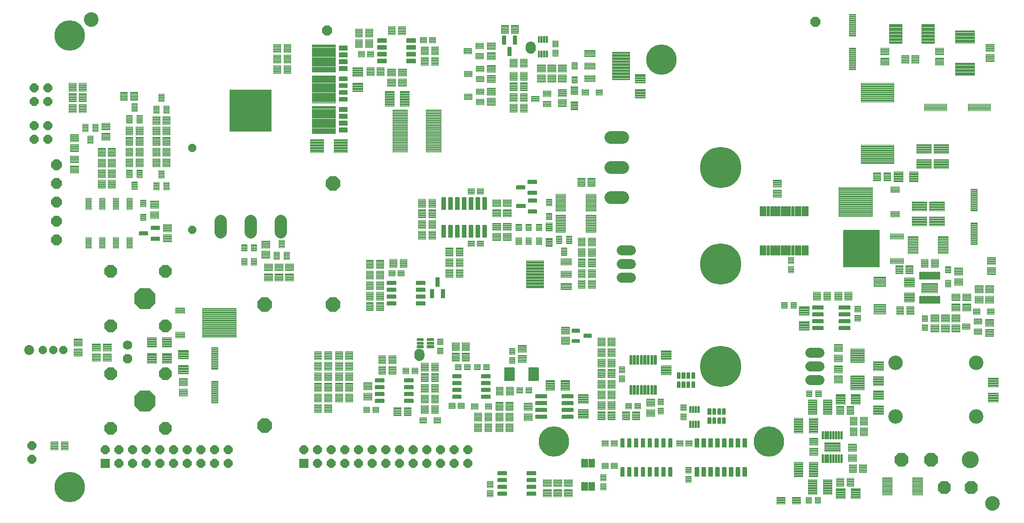
<source format=gts>
G75*
%MOIN*%
%OFA0B0*%
%FSLAX25Y25*%
%IPPOS*%
%LPD*%
%AMOC8*
5,1,8,0,0,1.08239X$1,22.5*
%
%ADD10C,0.30128*%
%ADD11C,0.00426*%
%ADD12C,0.00454*%
%ADD13C,0.00457*%
%ADD14C,0.09450*%
%ADD15C,0.00459*%
%ADD16C,0.00393*%
%ADD17C,0.00504*%
%ADD18C,0.07200*%
%ADD19C,0.00414*%
%ADD20C,0.00461*%
%ADD21OC8,0.07687*%
%ADD22C,0.00525*%
%ADD23C,0.00574*%
%ADD24C,0.00504*%
%ADD25C,0.00552*%
%ADD26OC8,0.09200*%
%ADD27OC8,0.15600*%
%ADD28C,0.00437*%
%ADD29C,0.13198*%
%ADD30C,0.00580*%
%ADD31OC8,0.06506*%
%ADD32C,0.00600*%
%ADD33C,0.00510*%
%ADD34C,0.08850*%
%ADD35C,0.00306*%
%ADD36C,0.00100*%
%ADD37OC8,0.05915*%
%ADD38C,0.07293*%
%ADD39OC8,0.06000*%
%ADD40OC8,0.10600*%
%ADD41R,0.06506X0.06506*%
%ADD42OC8,0.10293*%
%ADD43C,0.12411*%
%ADD44C,0.00514*%
%ADD45C,0.00500*%
%ADD46C,0.00441*%
%ADD47C,0.00402*%
%ADD48OC8,0.06900*%
%ADD49C,0.06900*%
%ADD50OC8,0.09655*%
%ADD51C,0.00386*%
%ADD52C,0.00473*%
%ADD53C,0.00526*%
%ADD54C,0.00528*%
%ADD55C,0.00450*%
%ADD56C,0.00431*%
%ADD57C,0.00477*%
%ADD58C,0.00594*%
%ADD59C,0.00426*%
%ADD60C,0.00418*%
%ADD61C,0.10600*%
%ADD62C,0.00503*%
%ADD63C,0.00351*%
%ADD64C,0.00456*%
%ADD65OC8,0.07096*%
%ADD66C,0.22254*%
D10*
X0606499Y0186098D03*
X0606499Y0260902D03*
X0606499Y0331768D03*
D11*
X0496865Y0373864D02*
X0496865Y0379944D01*
X0501763Y0379944D01*
X0501763Y0373864D01*
X0496865Y0373864D01*
X0496865Y0374289D02*
X0501763Y0374289D01*
X0501763Y0374714D02*
X0496865Y0374714D01*
X0496865Y0375139D02*
X0501763Y0375139D01*
X0501763Y0375564D02*
X0496865Y0375564D01*
X0496865Y0375989D02*
X0501763Y0375989D01*
X0501763Y0376414D02*
X0496865Y0376414D01*
X0496865Y0376839D02*
X0501763Y0376839D01*
X0501763Y0377264D02*
X0496865Y0377264D01*
X0496865Y0377689D02*
X0501763Y0377689D01*
X0501763Y0378114D02*
X0496865Y0378114D01*
X0496865Y0378539D02*
X0501763Y0378539D01*
X0501763Y0378964D02*
X0496865Y0378964D01*
X0496865Y0379389D02*
X0501763Y0379389D01*
X0501763Y0379814D02*
X0496865Y0379814D01*
X0496865Y0385281D02*
X0496865Y0391361D01*
X0501763Y0391361D01*
X0501763Y0385281D01*
X0496865Y0385281D01*
X0496865Y0385706D02*
X0501763Y0385706D01*
X0501763Y0386131D02*
X0496865Y0386131D01*
X0496865Y0386556D02*
X0501763Y0386556D01*
X0501763Y0386981D02*
X0496865Y0386981D01*
X0496865Y0387406D02*
X0501763Y0387406D01*
X0501763Y0387831D02*
X0496865Y0387831D01*
X0496865Y0388256D02*
X0501763Y0388256D01*
X0501763Y0388681D02*
X0496865Y0388681D01*
X0496865Y0389106D02*
X0501763Y0389106D01*
X0501763Y0389531D02*
X0496865Y0389531D01*
X0496865Y0389956D02*
X0501763Y0389956D01*
X0501763Y0390381D02*
X0496865Y0390381D01*
X0496865Y0390806D02*
X0501763Y0390806D01*
X0501763Y0391231D02*
X0496865Y0391231D01*
X0478365Y0291361D02*
X0478365Y0285281D01*
X0478365Y0291361D02*
X0483263Y0291361D01*
X0483263Y0285281D01*
X0478365Y0285281D01*
X0478365Y0285706D02*
X0483263Y0285706D01*
X0483263Y0286131D02*
X0478365Y0286131D01*
X0478365Y0286556D02*
X0483263Y0286556D01*
X0483263Y0286981D02*
X0478365Y0286981D01*
X0478365Y0287406D02*
X0483263Y0287406D01*
X0483263Y0287831D02*
X0478365Y0287831D01*
X0478365Y0288256D02*
X0483263Y0288256D01*
X0483263Y0288681D02*
X0478365Y0288681D01*
X0478365Y0289106D02*
X0483263Y0289106D01*
X0483263Y0289531D02*
X0478365Y0289531D01*
X0478365Y0289956D02*
X0483263Y0289956D01*
X0483263Y0290381D02*
X0478365Y0290381D01*
X0478365Y0290806D02*
X0483263Y0290806D01*
X0483263Y0291231D02*
X0478365Y0291231D01*
X0478365Y0279944D02*
X0478365Y0273864D01*
X0478365Y0279944D02*
X0483263Y0279944D01*
X0483263Y0273864D01*
X0478365Y0273864D01*
X0478365Y0274289D02*
X0483263Y0274289D01*
X0483263Y0274714D02*
X0478365Y0274714D01*
X0478365Y0275139D02*
X0483263Y0275139D01*
X0483263Y0275564D02*
X0478365Y0275564D01*
X0478365Y0275989D02*
X0483263Y0275989D01*
X0483263Y0276414D02*
X0478365Y0276414D01*
X0478365Y0276839D02*
X0483263Y0276839D01*
X0483263Y0277264D02*
X0478365Y0277264D01*
X0478365Y0277689D02*
X0483263Y0277689D01*
X0483263Y0278114D02*
X0478365Y0278114D01*
X0478365Y0278539D02*
X0483263Y0278539D01*
X0483263Y0278964D02*
X0478365Y0278964D01*
X0478365Y0279389D02*
X0483263Y0279389D01*
X0483263Y0279814D02*
X0478365Y0279814D01*
X0647315Y0090311D02*
X0653395Y0090311D01*
X0653395Y0085413D01*
X0647315Y0085413D01*
X0647315Y0090311D01*
X0647315Y0085838D02*
X0653395Y0085838D01*
X0653395Y0086263D02*
X0647315Y0086263D01*
X0647315Y0086688D02*
X0653395Y0086688D01*
X0653395Y0087113D02*
X0647315Y0087113D01*
X0647315Y0087538D02*
X0653395Y0087538D01*
X0653395Y0087963D02*
X0647315Y0087963D01*
X0647315Y0088388D02*
X0653395Y0088388D01*
X0653395Y0088813D02*
X0647315Y0088813D01*
X0647315Y0089238D02*
X0653395Y0089238D01*
X0653395Y0089663D02*
X0647315Y0089663D01*
X0647315Y0090088D02*
X0653395Y0090088D01*
X0658732Y0090311D02*
X0664812Y0090311D01*
X0664812Y0085413D01*
X0658732Y0085413D01*
X0658732Y0090311D01*
X0658732Y0085838D02*
X0664812Y0085838D01*
X0664812Y0086263D02*
X0658732Y0086263D01*
X0658732Y0086688D02*
X0664812Y0086688D01*
X0664812Y0087113D02*
X0658732Y0087113D01*
X0658732Y0087538D02*
X0664812Y0087538D01*
X0664812Y0087963D02*
X0658732Y0087963D01*
X0658732Y0088388D02*
X0664812Y0088388D01*
X0664812Y0088813D02*
X0658732Y0088813D01*
X0658732Y0089238D02*
X0664812Y0089238D01*
X0664812Y0089663D02*
X0658732Y0089663D01*
X0658732Y0090088D02*
X0664812Y0090088D01*
D12*
X0668676Y0090350D02*
X0672758Y0090350D01*
X0672758Y0085874D01*
X0668676Y0085874D01*
X0668676Y0090350D01*
X0668676Y0086327D02*
X0672758Y0086327D01*
X0672758Y0086780D02*
X0668676Y0086780D01*
X0668676Y0087233D02*
X0672758Y0087233D01*
X0672758Y0087686D02*
X0668676Y0087686D01*
X0668676Y0088139D02*
X0672758Y0088139D01*
X0672758Y0088592D02*
X0668676Y0088592D01*
X0668676Y0089045D02*
X0672758Y0089045D01*
X0672758Y0089498D02*
X0668676Y0089498D01*
X0668676Y0089951D02*
X0672758Y0089951D01*
X0675369Y0090350D02*
X0679451Y0090350D01*
X0679451Y0085874D01*
X0675369Y0085874D01*
X0675369Y0090350D01*
X0675369Y0086327D02*
X0679451Y0086327D01*
X0679451Y0086780D02*
X0675369Y0086780D01*
X0675369Y0087233D02*
X0679451Y0087233D01*
X0679451Y0087686D02*
X0675369Y0087686D01*
X0675369Y0088139D02*
X0679451Y0088139D01*
X0679451Y0088592D02*
X0675369Y0088592D01*
X0675369Y0089045D02*
X0679451Y0089045D01*
X0679451Y0089498D02*
X0675369Y0089498D01*
X0675369Y0089951D02*
X0679451Y0089951D01*
X0580773Y0101278D02*
X0580773Y0105754D01*
X0584855Y0105754D01*
X0584855Y0101278D01*
X0580773Y0101278D01*
X0580773Y0101731D02*
X0584855Y0101731D01*
X0584855Y0102184D02*
X0580773Y0102184D01*
X0580773Y0102637D02*
X0584855Y0102637D01*
X0584855Y0103090D02*
X0580773Y0103090D01*
X0580773Y0103543D02*
X0584855Y0103543D01*
X0584855Y0103996D02*
X0580773Y0103996D01*
X0580773Y0104449D02*
X0584855Y0104449D01*
X0584855Y0104902D02*
X0580773Y0104902D01*
X0580773Y0105355D02*
X0584855Y0105355D01*
X0580773Y0107971D02*
X0580773Y0112447D01*
X0584855Y0112447D01*
X0584855Y0107971D01*
X0580773Y0107971D01*
X0580773Y0108424D02*
X0584855Y0108424D01*
X0584855Y0108877D02*
X0580773Y0108877D01*
X0580773Y0109330D02*
X0584855Y0109330D01*
X0584855Y0109783D02*
X0580773Y0109783D01*
X0580773Y0110236D02*
X0584855Y0110236D01*
X0584855Y0110689D02*
X0580773Y0110689D01*
X0580773Y0111142D02*
X0584855Y0111142D01*
X0584855Y0111595D02*
X0580773Y0111595D01*
X0580773Y0112048D02*
X0584855Y0112048D01*
X0585398Y0127821D02*
X0580922Y0127821D01*
X0580922Y0131903D01*
X0585398Y0131903D01*
X0585398Y0127821D01*
X0585398Y0128274D02*
X0580922Y0128274D01*
X0580922Y0128727D02*
X0585398Y0128727D01*
X0585398Y0129180D02*
X0580922Y0129180D01*
X0580922Y0129633D02*
X0585398Y0129633D01*
X0585398Y0130086D02*
X0580922Y0130086D01*
X0580922Y0130539D02*
X0585398Y0130539D01*
X0585398Y0130992D02*
X0580922Y0130992D01*
X0580922Y0131445D02*
X0585398Y0131445D01*
X0585398Y0131898D02*
X0580922Y0131898D01*
X0578705Y0127821D02*
X0574229Y0127821D01*
X0574229Y0131903D01*
X0578705Y0131903D01*
X0578705Y0127821D01*
X0578705Y0128274D02*
X0574229Y0128274D01*
X0574229Y0128727D02*
X0578705Y0128727D01*
X0578705Y0129180D02*
X0574229Y0129180D01*
X0574229Y0129633D02*
X0578705Y0129633D01*
X0578705Y0130086D02*
X0574229Y0130086D01*
X0574229Y0130539D02*
X0578705Y0130539D01*
X0578705Y0130992D02*
X0574229Y0130992D01*
X0574229Y0131445D02*
X0578705Y0131445D01*
X0578705Y0131898D02*
X0574229Y0131898D01*
X0577023Y0147028D02*
X0577023Y0151504D01*
X0581105Y0151504D01*
X0581105Y0147028D01*
X0577023Y0147028D01*
X0577023Y0147481D02*
X0581105Y0147481D01*
X0581105Y0147934D02*
X0577023Y0147934D01*
X0577023Y0148387D02*
X0581105Y0148387D01*
X0581105Y0148840D02*
X0577023Y0148840D01*
X0577023Y0149293D02*
X0581105Y0149293D01*
X0581105Y0149746D02*
X0577023Y0149746D01*
X0577023Y0150199D02*
X0581105Y0150199D01*
X0581105Y0150652D02*
X0577023Y0150652D01*
X0577023Y0151105D02*
X0581105Y0151105D01*
X0577023Y0153721D02*
X0577023Y0158197D01*
X0581105Y0158197D01*
X0581105Y0153721D01*
X0577023Y0153721D01*
X0577023Y0154174D02*
X0581105Y0154174D01*
X0581105Y0154627D02*
X0577023Y0154627D01*
X0577023Y0155080D02*
X0581105Y0155080D01*
X0581105Y0155533D02*
X0577023Y0155533D01*
X0577023Y0155986D02*
X0581105Y0155986D01*
X0581105Y0156439D02*
X0577023Y0156439D01*
X0577023Y0156892D02*
X0581105Y0156892D01*
X0581105Y0157345D02*
X0577023Y0157345D01*
X0577023Y0157798D02*
X0581105Y0157798D01*
X0564355Y0157971D02*
X0564355Y0162447D01*
X0564355Y0157971D02*
X0560273Y0157971D01*
X0560273Y0162447D01*
X0564355Y0162447D01*
X0564355Y0158424D02*
X0560273Y0158424D01*
X0560273Y0158877D02*
X0564355Y0158877D01*
X0564355Y0159330D02*
X0560273Y0159330D01*
X0560273Y0159783D02*
X0564355Y0159783D01*
X0564355Y0160236D02*
X0560273Y0160236D01*
X0560273Y0160689D02*
X0564355Y0160689D01*
X0564355Y0161142D02*
X0560273Y0161142D01*
X0560273Y0161595D02*
X0564355Y0161595D01*
X0564355Y0162048D02*
X0560273Y0162048D01*
X0564355Y0155754D02*
X0564355Y0151278D01*
X0560273Y0151278D01*
X0560273Y0155754D01*
X0564355Y0155754D01*
X0564355Y0151731D02*
X0560273Y0151731D01*
X0560273Y0152184D02*
X0564355Y0152184D01*
X0564355Y0152637D02*
X0560273Y0152637D01*
X0560273Y0153090D02*
X0564355Y0153090D01*
X0564355Y0153543D02*
X0560273Y0153543D01*
X0560273Y0153996D02*
X0564355Y0153996D01*
X0564355Y0154449D02*
X0560273Y0154449D01*
X0560273Y0154902D02*
X0564355Y0154902D01*
X0564355Y0155355D02*
X0560273Y0155355D01*
X0547898Y0155071D02*
X0543422Y0155071D01*
X0543422Y0159153D01*
X0547898Y0159153D01*
X0547898Y0155071D01*
X0547898Y0155524D02*
X0543422Y0155524D01*
X0543422Y0155977D02*
X0547898Y0155977D01*
X0547898Y0156430D02*
X0543422Y0156430D01*
X0543422Y0156883D02*
X0547898Y0156883D01*
X0547898Y0157336D02*
X0543422Y0157336D01*
X0543422Y0157789D02*
X0547898Y0157789D01*
X0547898Y0158242D02*
X0543422Y0158242D01*
X0543422Y0158695D02*
X0547898Y0158695D01*
X0547898Y0159148D02*
X0543422Y0159148D01*
X0541205Y0155071D02*
X0536729Y0155071D01*
X0536729Y0159153D01*
X0541205Y0159153D01*
X0541205Y0155071D01*
X0541205Y0155524D02*
X0536729Y0155524D01*
X0536729Y0155977D02*
X0541205Y0155977D01*
X0541205Y0156430D02*
X0536729Y0156430D01*
X0536729Y0156883D02*
X0541205Y0156883D01*
X0541205Y0157336D02*
X0536729Y0157336D01*
X0536729Y0157789D02*
X0541205Y0157789D01*
X0541205Y0158242D02*
X0536729Y0158242D01*
X0536729Y0158695D02*
X0541205Y0158695D01*
X0541205Y0159148D02*
X0536729Y0159148D01*
X0532023Y0174778D02*
X0532023Y0179254D01*
X0536105Y0179254D01*
X0536105Y0174778D01*
X0532023Y0174778D01*
X0532023Y0175231D02*
X0536105Y0175231D01*
X0536105Y0175684D02*
X0532023Y0175684D01*
X0532023Y0176137D02*
X0536105Y0176137D01*
X0536105Y0176590D02*
X0532023Y0176590D01*
X0532023Y0177043D02*
X0536105Y0177043D01*
X0536105Y0177496D02*
X0532023Y0177496D01*
X0532023Y0177949D02*
X0536105Y0177949D01*
X0536105Y0178402D02*
X0532023Y0178402D01*
X0532023Y0178855D02*
X0536105Y0178855D01*
X0532023Y0181471D02*
X0532023Y0185947D01*
X0536105Y0185947D01*
X0536105Y0181471D01*
X0532023Y0181471D01*
X0532023Y0181924D02*
X0536105Y0181924D01*
X0536105Y0182377D02*
X0532023Y0182377D01*
X0532023Y0182830D02*
X0536105Y0182830D01*
X0536105Y0183283D02*
X0532023Y0183283D01*
X0532023Y0183736D02*
X0536105Y0183736D01*
X0536105Y0184189D02*
X0532023Y0184189D01*
X0532023Y0184642D02*
X0536105Y0184642D01*
X0536105Y0185095D02*
X0532023Y0185095D01*
X0532023Y0185548D02*
X0536105Y0185548D01*
X0468148Y0170653D02*
X0463672Y0170653D01*
X0468148Y0170653D02*
X0468148Y0166571D01*
X0463672Y0166571D01*
X0463672Y0170653D01*
X0463672Y0167024D02*
X0468148Y0167024D01*
X0468148Y0167477D02*
X0463672Y0167477D01*
X0463672Y0167930D02*
X0468148Y0167930D01*
X0468148Y0168383D02*
X0463672Y0168383D01*
X0463672Y0168836D02*
X0468148Y0168836D01*
X0468148Y0169289D02*
X0463672Y0169289D01*
X0463672Y0169742D02*
X0468148Y0169742D01*
X0468148Y0170195D02*
X0463672Y0170195D01*
X0463672Y0170648D02*
X0468148Y0170648D01*
X0461455Y0170653D02*
X0456979Y0170653D01*
X0461455Y0170653D02*
X0461455Y0166571D01*
X0456979Y0166571D01*
X0456979Y0170653D01*
X0456979Y0167024D02*
X0461455Y0167024D01*
X0461455Y0167477D02*
X0456979Y0167477D01*
X0456979Y0167930D02*
X0461455Y0167930D01*
X0461455Y0168383D02*
X0456979Y0168383D01*
X0456979Y0168836D02*
X0461455Y0168836D01*
X0461455Y0169289D02*
X0456979Y0169289D01*
X0456979Y0169742D02*
X0461455Y0169742D01*
X0461455Y0170195D02*
X0456979Y0170195D01*
X0456979Y0170648D02*
X0461455Y0170648D01*
X0438867Y0154821D02*
X0433997Y0154821D01*
X0433997Y0158903D01*
X0438867Y0158903D01*
X0438867Y0154821D01*
X0438867Y0155274D02*
X0433997Y0155274D01*
X0433997Y0155727D02*
X0438867Y0155727D01*
X0438867Y0156180D02*
X0433997Y0156180D01*
X0433997Y0156633D02*
X0438867Y0156633D01*
X0438867Y0157086D02*
X0433997Y0157086D01*
X0433997Y0157539D02*
X0438867Y0157539D01*
X0438867Y0157992D02*
X0433997Y0157992D01*
X0433997Y0158445D02*
X0438867Y0158445D01*
X0438867Y0158898D02*
X0433997Y0158898D01*
X0428631Y0154821D02*
X0423761Y0154821D01*
X0423761Y0158903D01*
X0428631Y0158903D01*
X0428631Y0154821D01*
X0428631Y0155274D02*
X0423761Y0155274D01*
X0423761Y0155727D02*
X0428631Y0155727D01*
X0428631Y0156180D02*
X0423761Y0156180D01*
X0423761Y0156633D02*
X0428631Y0156633D01*
X0428631Y0157086D02*
X0423761Y0157086D01*
X0423761Y0157539D02*
X0428631Y0157539D01*
X0428631Y0157992D02*
X0423761Y0157992D01*
X0423761Y0158445D02*
X0428631Y0158445D01*
X0428631Y0158898D02*
X0423761Y0158898D01*
X0418648Y0155321D02*
X0414172Y0155321D01*
X0414172Y0159403D01*
X0418648Y0159403D01*
X0418648Y0155321D01*
X0418648Y0155774D02*
X0414172Y0155774D01*
X0414172Y0156227D02*
X0418648Y0156227D01*
X0418648Y0156680D02*
X0414172Y0156680D01*
X0414172Y0157133D02*
X0418648Y0157133D01*
X0418648Y0157586D02*
X0414172Y0157586D01*
X0414172Y0158039D02*
X0418648Y0158039D01*
X0418648Y0158492D02*
X0414172Y0158492D01*
X0414172Y0158945D02*
X0418648Y0158945D01*
X0418648Y0159398D02*
X0414172Y0159398D01*
X0411955Y0155321D02*
X0407479Y0155321D01*
X0407479Y0159403D01*
X0411955Y0159403D01*
X0411955Y0155321D01*
X0411955Y0155774D02*
X0407479Y0155774D01*
X0407479Y0156227D02*
X0411955Y0156227D01*
X0411955Y0156680D02*
X0407479Y0156680D01*
X0407479Y0157133D02*
X0411955Y0157133D01*
X0411955Y0157586D02*
X0407479Y0157586D01*
X0407479Y0158039D02*
X0411955Y0158039D01*
X0411955Y0158492D02*
X0407479Y0158492D01*
X0407479Y0158945D02*
X0411955Y0158945D01*
X0411955Y0159398D02*
X0407479Y0159398D01*
X0401367Y0144571D02*
X0396497Y0144571D01*
X0396497Y0148653D01*
X0401367Y0148653D01*
X0401367Y0144571D01*
X0401367Y0145024D02*
X0396497Y0145024D01*
X0396497Y0145477D02*
X0401367Y0145477D01*
X0401367Y0145930D02*
X0396497Y0145930D01*
X0396497Y0146383D02*
X0401367Y0146383D01*
X0401367Y0146836D02*
X0396497Y0146836D01*
X0396497Y0147289D02*
X0401367Y0147289D01*
X0401367Y0147742D02*
X0396497Y0147742D01*
X0396497Y0148195D02*
X0401367Y0148195D01*
X0401367Y0148648D02*
X0396497Y0148648D01*
X0391131Y0144571D02*
X0386261Y0144571D01*
X0386261Y0148653D01*
X0391131Y0148653D01*
X0391131Y0144571D01*
X0391131Y0145024D02*
X0386261Y0145024D01*
X0386261Y0145477D02*
X0391131Y0145477D01*
X0391131Y0145930D02*
X0386261Y0145930D01*
X0386261Y0146383D02*
X0391131Y0146383D01*
X0391131Y0146836D02*
X0386261Y0146836D01*
X0386261Y0147289D02*
X0391131Y0147289D01*
X0391131Y0147742D02*
X0386261Y0147742D01*
X0386261Y0148195D02*
X0391131Y0148195D01*
X0391131Y0148648D02*
X0386261Y0148648D01*
X0356148Y0152321D02*
X0351672Y0152321D01*
X0351672Y0156403D01*
X0356148Y0156403D01*
X0356148Y0152321D01*
X0356148Y0152774D02*
X0351672Y0152774D01*
X0351672Y0153227D02*
X0356148Y0153227D01*
X0356148Y0153680D02*
X0351672Y0153680D01*
X0351672Y0154133D02*
X0356148Y0154133D01*
X0356148Y0154586D02*
X0351672Y0154586D01*
X0351672Y0155039D02*
X0356148Y0155039D01*
X0356148Y0155492D02*
X0351672Y0155492D01*
X0351672Y0155945D02*
X0356148Y0155945D01*
X0356148Y0156398D02*
X0351672Y0156398D01*
X0349455Y0152321D02*
X0344979Y0152321D01*
X0344979Y0156403D01*
X0349455Y0156403D01*
X0349455Y0152321D01*
X0349455Y0152774D02*
X0344979Y0152774D01*
X0344979Y0153227D02*
X0349455Y0153227D01*
X0349455Y0153680D02*
X0344979Y0153680D01*
X0344979Y0154133D02*
X0349455Y0154133D01*
X0349455Y0154586D02*
X0344979Y0154586D01*
X0344979Y0155039D02*
X0349455Y0155039D01*
X0349455Y0155492D02*
X0344979Y0155492D01*
X0344979Y0155945D02*
X0349455Y0155945D01*
X0349455Y0156398D02*
X0344979Y0156398D01*
X0373729Y0184903D02*
X0378205Y0184903D01*
X0378205Y0180821D01*
X0373729Y0180821D01*
X0373729Y0184903D01*
X0373729Y0181274D02*
X0378205Y0181274D01*
X0378205Y0181727D02*
X0373729Y0181727D01*
X0373729Y0182180D02*
X0378205Y0182180D01*
X0378205Y0182633D02*
X0373729Y0182633D01*
X0373729Y0183086D02*
X0378205Y0183086D01*
X0378205Y0183539D02*
X0373729Y0183539D01*
X0373729Y0183992D02*
X0378205Y0183992D01*
X0378205Y0184445D02*
X0373729Y0184445D01*
X0373729Y0184898D02*
X0378205Y0184898D01*
X0380422Y0184903D02*
X0384898Y0184903D01*
X0384898Y0180821D01*
X0380422Y0180821D01*
X0380422Y0184903D01*
X0380422Y0181274D02*
X0384898Y0181274D01*
X0384898Y0181727D02*
X0380422Y0181727D01*
X0380422Y0182180D02*
X0384898Y0182180D01*
X0384898Y0182633D02*
X0380422Y0182633D01*
X0380422Y0183086D02*
X0384898Y0183086D01*
X0384898Y0183539D02*
X0380422Y0183539D01*
X0380422Y0183992D02*
X0384898Y0183992D01*
X0384898Y0184445D02*
X0380422Y0184445D01*
X0380422Y0184898D02*
X0384898Y0184898D01*
X0399023Y0195278D02*
X0399023Y0199754D01*
X0403105Y0199754D01*
X0403105Y0195278D01*
X0399023Y0195278D01*
X0399023Y0195731D02*
X0403105Y0195731D01*
X0403105Y0196184D02*
X0399023Y0196184D01*
X0399023Y0196637D02*
X0403105Y0196637D01*
X0403105Y0197090D02*
X0399023Y0197090D01*
X0399023Y0197543D02*
X0403105Y0197543D01*
X0403105Y0197996D02*
X0399023Y0197996D01*
X0399023Y0198449D02*
X0403105Y0198449D01*
X0403105Y0198902D02*
X0399023Y0198902D01*
X0399023Y0199355D02*
X0403105Y0199355D01*
X0399023Y0201971D02*
X0399023Y0206447D01*
X0403105Y0206447D01*
X0403105Y0201971D01*
X0399023Y0201971D01*
X0399023Y0202424D02*
X0403105Y0202424D01*
X0403105Y0202877D02*
X0399023Y0202877D01*
X0399023Y0203330D02*
X0403105Y0203330D01*
X0403105Y0203783D02*
X0399023Y0203783D01*
X0399023Y0204236D02*
X0403105Y0204236D01*
X0403105Y0204689D02*
X0399023Y0204689D01*
X0399023Y0205142D02*
X0403105Y0205142D01*
X0403105Y0205595D02*
X0399023Y0205595D01*
X0399023Y0206048D02*
X0403105Y0206048D01*
X0411979Y0183571D02*
X0416455Y0183571D01*
X0411979Y0183571D02*
X0411979Y0187653D01*
X0416455Y0187653D01*
X0416455Y0183571D01*
X0416455Y0184024D02*
X0411979Y0184024D01*
X0411979Y0184477D02*
X0416455Y0184477D01*
X0416455Y0184930D02*
X0411979Y0184930D01*
X0411979Y0185383D02*
X0416455Y0185383D01*
X0416455Y0185836D02*
X0411979Y0185836D01*
X0411979Y0186289D02*
X0416455Y0186289D01*
X0416455Y0186742D02*
X0411979Y0186742D01*
X0411979Y0187195D02*
X0416455Y0187195D01*
X0416455Y0187648D02*
X0411979Y0187648D01*
X0418672Y0183571D02*
X0423148Y0183571D01*
X0418672Y0183571D02*
X0418672Y0187653D01*
X0423148Y0187653D01*
X0423148Y0183571D01*
X0423148Y0184024D02*
X0418672Y0184024D01*
X0418672Y0184477D02*
X0423148Y0184477D01*
X0423148Y0184930D02*
X0418672Y0184930D01*
X0418672Y0185383D02*
X0423148Y0185383D01*
X0423148Y0185836D02*
X0418672Y0185836D01*
X0418672Y0186289D02*
X0423148Y0186289D01*
X0423148Y0186742D02*
X0418672Y0186742D01*
X0418672Y0187195D02*
X0423148Y0187195D01*
X0423148Y0187648D02*
X0418672Y0187648D01*
X0425979Y0183571D02*
X0430455Y0183571D01*
X0425979Y0183571D02*
X0425979Y0187653D01*
X0430455Y0187653D01*
X0430455Y0183571D01*
X0430455Y0184024D02*
X0425979Y0184024D01*
X0425979Y0184477D02*
X0430455Y0184477D01*
X0430455Y0184930D02*
X0425979Y0184930D01*
X0425979Y0185383D02*
X0430455Y0185383D01*
X0430455Y0185836D02*
X0425979Y0185836D01*
X0425979Y0186289D02*
X0430455Y0186289D01*
X0430455Y0186742D02*
X0425979Y0186742D01*
X0425979Y0187195D02*
X0430455Y0187195D01*
X0430455Y0187648D02*
X0425979Y0187648D01*
X0432672Y0183571D02*
X0437148Y0183571D01*
X0432672Y0183571D02*
X0432672Y0187653D01*
X0437148Y0187653D01*
X0437148Y0183571D01*
X0437148Y0184024D02*
X0432672Y0184024D01*
X0432672Y0184477D02*
X0437148Y0184477D01*
X0437148Y0184930D02*
X0432672Y0184930D01*
X0432672Y0185383D02*
X0437148Y0185383D01*
X0437148Y0185836D02*
X0432672Y0185836D01*
X0432672Y0186289D02*
X0437148Y0186289D01*
X0437148Y0186742D02*
X0432672Y0186742D01*
X0432672Y0187195D02*
X0437148Y0187195D01*
X0437148Y0187648D02*
X0432672Y0187648D01*
X0451773Y0188278D02*
X0451773Y0192754D01*
X0455855Y0192754D01*
X0455855Y0188278D01*
X0451773Y0188278D01*
X0451773Y0188731D02*
X0455855Y0188731D01*
X0455855Y0189184D02*
X0451773Y0189184D01*
X0451773Y0189637D02*
X0455855Y0189637D01*
X0455855Y0190090D02*
X0451773Y0190090D01*
X0451773Y0190543D02*
X0455855Y0190543D01*
X0455855Y0190996D02*
X0451773Y0190996D01*
X0451773Y0191449D02*
X0455855Y0191449D01*
X0455855Y0191902D02*
X0451773Y0191902D01*
X0451773Y0192355D02*
X0455855Y0192355D01*
X0451773Y0194971D02*
X0451773Y0199447D01*
X0455855Y0199447D01*
X0455855Y0194971D01*
X0451773Y0194971D01*
X0451773Y0195424D02*
X0455855Y0195424D01*
X0455855Y0195877D02*
X0451773Y0195877D01*
X0451773Y0196330D02*
X0455855Y0196330D01*
X0455855Y0196783D02*
X0451773Y0196783D01*
X0451773Y0197236D02*
X0455855Y0197236D01*
X0455855Y0197689D02*
X0451773Y0197689D01*
X0451773Y0198142D02*
X0455855Y0198142D01*
X0455855Y0198595D02*
X0451773Y0198595D01*
X0451773Y0199048D02*
X0455855Y0199048D01*
X0374648Y0256403D02*
X0370172Y0256403D01*
X0374648Y0256403D02*
X0374648Y0252321D01*
X0370172Y0252321D01*
X0370172Y0256403D01*
X0370172Y0252774D02*
X0374648Y0252774D01*
X0374648Y0253227D02*
X0370172Y0253227D01*
X0370172Y0253680D02*
X0374648Y0253680D01*
X0374648Y0254133D02*
X0370172Y0254133D01*
X0370172Y0254586D02*
X0374648Y0254586D01*
X0374648Y0255039D02*
X0370172Y0255039D01*
X0370172Y0255492D02*
X0374648Y0255492D01*
X0374648Y0255945D02*
X0370172Y0255945D01*
X0370172Y0256398D02*
X0374648Y0256398D01*
X0367955Y0256403D02*
X0363479Y0256403D01*
X0367955Y0256403D02*
X0367955Y0252321D01*
X0363479Y0252321D01*
X0363479Y0256403D01*
X0363479Y0252774D02*
X0367955Y0252774D01*
X0367955Y0253227D02*
X0363479Y0253227D01*
X0363479Y0253680D02*
X0367955Y0253680D01*
X0367955Y0254133D02*
X0363479Y0254133D01*
X0363479Y0254586D02*
X0367955Y0254586D01*
X0367955Y0255039D02*
X0363479Y0255039D01*
X0363479Y0255492D02*
X0367955Y0255492D01*
X0367955Y0255945D02*
X0363479Y0255945D01*
X0363479Y0256398D02*
X0367955Y0256398D01*
X0421479Y0278153D02*
X0425955Y0278153D01*
X0425955Y0274071D01*
X0421479Y0274071D01*
X0421479Y0278153D01*
X0421479Y0274524D02*
X0425955Y0274524D01*
X0425955Y0274977D02*
X0421479Y0274977D01*
X0421479Y0275430D02*
X0425955Y0275430D01*
X0425955Y0275883D02*
X0421479Y0275883D01*
X0421479Y0276336D02*
X0425955Y0276336D01*
X0425955Y0276789D02*
X0421479Y0276789D01*
X0421479Y0277242D02*
X0425955Y0277242D01*
X0425955Y0277695D02*
X0421479Y0277695D01*
X0421479Y0278148D02*
X0425955Y0278148D01*
X0428172Y0278153D02*
X0432648Y0278153D01*
X0432648Y0274071D01*
X0428172Y0274071D01*
X0428172Y0278153D01*
X0428172Y0274524D02*
X0432648Y0274524D01*
X0432648Y0274977D02*
X0428172Y0274977D01*
X0428172Y0275430D02*
X0432648Y0275430D01*
X0432648Y0275883D02*
X0428172Y0275883D01*
X0428172Y0276336D02*
X0432648Y0276336D01*
X0432648Y0276789D02*
X0428172Y0276789D01*
X0428172Y0277242D02*
X0432648Y0277242D01*
X0432648Y0277695D02*
X0428172Y0277695D01*
X0428172Y0278148D02*
X0432648Y0278148D01*
X0460605Y0280179D02*
X0460605Y0275309D01*
X0456523Y0275309D01*
X0456523Y0280179D01*
X0460605Y0280179D01*
X0460605Y0275762D02*
X0456523Y0275762D01*
X0456523Y0276215D02*
X0460605Y0276215D01*
X0460605Y0276668D02*
X0456523Y0276668D01*
X0456523Y0277121D02*
X0460605Y0277121D01*
X0460605Y0277574D02*
X0456523Y0277574D01*
X0456523Y0278027D02*
X0460605Y0278027D01*
X0460605Y0278480D02*
X0456523Y0278480D01*
X0456523Y0278933D02*
X0460605Y0278933D01*
X0460605Y0279386D02*
X0456523Y0279386D01*
X0456523Y0279839D02*
X0460605Y0279839D01*
X0467855Y0280179D02*
X0467855Y0275309D01*
X0463773Y0275309D01*
X0463773Y0280179D01*
X0467855Y0280179D01*
X0467855Y0275762D02*
X0463773Y0275762D01*
X0463773Y0276215D02*
X0467855Y0276215D01*
X0467855Y0276668D02*
X0463773Y0276668D01*
X0463773Y0277121D02*
X0467855Y0277121D01*
X0467855Y0277574D02*
X0463773Y0277574D01*
X0463773Y0278027D02*
X0467855Y0278027D01*
X0467855Y0278480D02*
X0463773Y0278480D01*
X0463773Y0278933D02*
X0467855Y0278933D01*
X0467855Y0279386D02*
X0463773Y0279386D01*
X0463773Y0279839D02*
X0467855Y0279839D01*
X0471273Y0280179D02*
X0471273Y0275309D01*
X0471273Y0280179D02*
X0475355Y0280179D01*
X0475355Y0275309D01*
X0471273Y0275309D01*
X0471273Y0275762D02*
X0475355Y0275762D01*
X0475355Y0276215D02*
X0471273Y0276215D01*
X0471273Y0276668D02*
X0475355Y0276668D01*
X0475355Y0277121D02*
X0471273Y0277121D01*
X0471273Y0277574D02*
X0475355Y0277574D01*
X0475355Y0278027D02*
X0471273Y0278027D01*
X0471273Y0278480D02*
X0475355Y0278480D01*
X0475355Y0278933D02*
X0471273Y0278933D01*
X0471273Y0279386D02*
X0475355Y0279386D01*
X0475355Y0279839D02*
X0471273Y0279839D01*
X0471273Y0285545D02*
X0471273Y0290415D01*
X0475355Y0290415D01*
X0475355Y0285545D01*
X0471273Y0285545D01*
X0471273Y0285998D02*
X0475355Y0285998D01*
X0475355Y0286451D02*
X0471273Y0286451D01*
X0471273Y0286904D02*
X0475355Y0286904D01*
X0475355Y0287357D02*
X0471273Y0287357D01*
X0471273Y0287810D02*
X0475355Y0287810D01*
X0475355Y0288263D02*
X0471273Y0288263D01*
X0471273Y0288716D02*
X0475355Y0288716D01*
X0475355Y0289169D02*
X0471273Y0289169D01*
X0471273Y0289622D02*
X0475355Y0289622D01*
X0475355Y0290075D02*
X0471273Y0290075D01*
X0467855Y0290415D02*
X0467855Y0285545D01*
X0463773Y0285545D01*
X0463773Y0290415D01*
X0467855Y0290415D01*
X0467855Y0285998D02*
X0463773Y0285998D01*
X0463773Y0286451D02*
X0467855Y0286451D01*
X0467855Y0286904D02*
X0463773Y0286904D01*
X0463773Y0287357D02*
X0467855Y0287357D01*
X0467855Y0287810D02*
X0463773Y0287810D01*
X0463773Y0288263D02*
X0467855Y0288263D01*
X0467855Y0288716D02*
X0463773Y0288716D01*
X0463773Y0289169D02*
X0467855Y0289169D01*
X0467855Y0289622D02*
X0463773Y0289622D01*
X0463773Y0290075D02*
X0467855Y0290075D01*
X0460605Y0290415D02*
X0460605Y0285545D01*
X0456523Y0285545D01*
X0456523Y0290415D01*
X0460605Y0290415D01*
X0460605Y0285998D02*
X0456523Y0285998D01*
X0456523Y0286451D02*
X0460605Y0286451D01*
X0460605Y0286904D02*
X0456523Y0286904D01*
X0456523Y0287357D02*
X0460605Y0287357D01*
X0460605Y0287810D02*
X0456523Y0287810D01*
X0456523Y0288263D02*
X0460605Y0288263D01*
X0460605Y0288716D02*
X0456523Y0288716D01*
X0456523Y0289169D02*
X0460605Y0289169D01*
X0460605Y0289622D02*
X0456523Y0289622D01*
X0456523Y0290075D02*
X0460605Y0290075D01*
X0482855Y0293559D02*
X0482855Y0298429D01*
X0482855Y0293559D02*
X0478773Y0293559D01*
X0478773Y0298429D01*
X0482855Y0298429D01*
X0482855Y0294012D02*
X0478773Y0294012D01*
X0478773Y0294465D02*
X0482855Y0294465D01*
X0482855Y0294918D02*
X0478773Y0294918D01*
X0478773Y0295371D02*
X0482855Y0295371D01*
X0482855Y0295824D02*
X0478773Y0295824D01*
X0478773Y0296277D02*
X0482855Y0296277D01*
X0482855Y0296730D02*
X0478773Y0296730D01*
X0478773Y0297183D02*
X0482855Y0297183D01*
X0482855Y0297636D02*
X0478773Y0297636D01*
X0478773Y0298089D02*
X0482855Y0298089D01*
X0482855Y0303795D02*
X0482855Y0308665D01*
X0482855Y0303795D02*
X0478773Y0303795D01*
X0478773Y0308665D01*
X0482855Y0308665D01*
X0482855Y0304248D02*
X0478773Y0304248D01*
X0478773Y0304701D02*
X0482855Y0304701D01*
X0482855Y0305154D02*
X0478773Y0305154D01*
X0478773Y0305607D02*
X0482855Y0305607D01*
X0482855Y0306060D02*
X0478773Y0306060D01*
X0478773Y0306513D02*
X0482855Y0306513D01*
X0482855Y0306966D02*
X0478773Y0306966D01*
X0478773Y0307419D02*
X0482855Y0307419D01*
X0482855Y0307872D02*
X0478773Y0307872D01*
X0478773Y0308325D02*
X0482855Y0308325D01*
X0486032Y0281522D02*
X0490114Y0281522D01*
X0490114Y0275864D01*
X0486032Y0275864D01*
X0486032Y0281522D01*
X0486032Y0276317D02*
X0490114Y0276317D01*
X0490114Y0276770D02*
X0486032Y0276770D01*
X0486032Y0277223D02*
X0490114Y0277223D01*
X0490114Y0277676D02*
X0486032Y0277676D01*
X0486032Y0278129D02*
X0490114Y0278129D01*
X0490114Y0278582D02*
X0486032Y0278582D01*
X0486032Y0279035D02*
X0490114Y0279035D01*
X0490114Y0279488D02*
X0486032Y0279488D01*
X0486032Y0279941D02*
X0490114Y0279941D01*
X0490114Y0280394D02*
X0486032Y0280394D01*
X0486032Y0280847D02*
X0490114Y0280847D01*
X0490114Y0281300D02*
X0486032Y0281300D01*
X0493513Y0281522D02*
X0497595Y0281522D01*
X0497595Y0275864D01*
X0493513Y0275864D01*
X0493513Y0281522D01*
X0493513Y0276317D02*
X0497595Y0276317D01*
X0497595Y0276770D02*
X0493513Y0276770D01*
X0493513Y0277223D02*
X0497595Y0277223D01*
X0497595Y0277676D02*
X0493513Y0277676D01*
X0493513Y0278129D02*
X0497595Y0278129D01*
X0497595Y0278582D02*
X0493513Y0278582D01*
X0493513Y0279035D02*
X0497595Y0279035D01*
X0497595Y0279488D02*
X0493513Y0279488D01*
X0493513Y0279941D02*
X0497595Y0279941D01*
X0497595Y0280394D02*
X0493513Y0280394D01*
X0493513Y0280847D02*
X0497595Y0280847D01*
X0497595Y0281300D02*
X0493513Y0281300D01*
X0493855Y0272860D02*
X0489773Y0272860D01*
X0493855Y0272860D02*
X0493855Y0267202D01*
X0489773Y0267202D01*
X0489773Y0272860D01*
X0489773Y0267655D02*
X0493855Y0267655D01*
X0493855Y0268108D02*
X0489773Y0268108D01*
X0489773Y0268561D02*
X0493855Y0268561D01*
X0493855Y0269014D02*
X0489773Y0269014D01*
X0489773Y0269467D02*
X0493855Y0269467D01*
X0493855Y0269920D02*
X0489773Y0269920D01*
X0489773Y0270373D02*
X0493855Y0270373D01*
X0493855Y0270826D02*
X0489773Y0270826D01*
X0489773Y0271279D02*
X0493855Y0271279D01*
X0493855Y0271732D02*
X0489773Y0271732D01*
X0489773Y0272185D02*
X0493855Y0272185D01*
X0493855Y0272638D02*
X0489773Y0272638D01*
X0432648Y0316403D02*
X0428172Y0316403D01*
X0432648Y0316403D02*
X0432648Y0312321D01*
X0428172Y0312321D01*
X0428172Y0316403D01*
X0428172Y0312774D02*
X0432648Y0312774D01*
X0432648Y0313227D02*
X0428172Y0313227D01*
X0428172Y0313680D02*
X0432648Y0313680D01*
X0432648Y0314133D02*
X0428172Y0314133D01*
X0428172Y0314586D02*
X0432648Y0314586D01*
X0432648Y0315039D02*
X0428172Y0315039D01*
X0428172Y0315492D02*
X0432648Y0315492D01*
X0432648Y0315945D02*
X0428172Y0315945D01*
X0428172Y0316398D02*
X0432648Y0316398D01*
X0425955Y0316403D02*
X0421479Y0316403D01*
X0425955Y0316403D02*
X0425955Y0312321D01*
X0421479Y0312321D01*
X0421479Y0316403D01*
X0421479Y0312774D02*
X0425955Y0312774D01*
X0425955Y0313227D02*
X0421479Y0313227D01*
X0421479Y0313680D02*
X0425955Y0313680D01*
X0425955Y0314133D02*
X0421479Y0314133D01*
X0421479Y0314586D02*
X0425955Y0314586D01*
X0425955Y0315039D02*
X0421479Y0315039D01*
X0421479Y0315492D02*
X0425955Y0315492D01*
X0425955Y0315945D02*
X0421479Y0315945D01*
X0421479Y0316398D02*
X0425955Y0316398D01*
X0432973Y0377831D02*
X0432973Y0381913D01*
X0432973Y0377831D02*
X0427315Y0377831D01*
X0427315Y0381913D01*
X0432973Y0381913D01*
X0432973Y0378284D02*
X0427315Y0378284D01*
X0427315Y0378737D02*
X0432973Y0378737D01*
X0432973Y0379190D02*
X0427315Y0379190D01*
X0427315Y0379643D02*
X0432973Y0379643D01*
X0432973Y0380096D02*
X0427315Y0380096D01*
X0427315Y0380549D02*
X0432973Y0380549D01*
X0432973Y0381002D02*
X0427315Y0381002D01*
X0427315Y0381455D02*
X0432973Y0381455D01*
X0432973Y0381908D02*
X0427315Y0381908D01*
X0424312Y0381571D02*
X0424312Y0385653D01*
X0424312Y0381571D02*
X0418654Y0381571D01*
X0418654Y0385653D01*
X0424312Y0385653D01*
X0424312Y0382024D02*
X0418654Y0382024D01*
X0418654Y0382477D02*
X0424312Y0382477D01*
X0424312Y0382930D02*
X0418654Y0382930D01*
X0418654Y0383383D02*
X0424312Y0383383D01*
X0424312Y0383836D02*
X0418654Y0383836D01*
X0418654Y0384289D02*
X0424312Y0384289D01*
X0424312Y0384742D02*
X0418654Y0384742D01*
X0418654Y0385195D02*
X0424312Y0385195D01*
X0424312Y0385648D02*
X0418654Y0385648D01*
X0432973Y0385311D02*
X0432973Y0389393D01*
X0432973Y0385311D02*
X0427315Y0385311D01*
X0427315Y0389393D01*
X0432973Y0389393D01*
X0432973Y0385764D02*
X0427315Y0385764D01*
X0427315Y0386217D02*
X0432973Y0386217D01*
X0432973Y0386670D02*
X0427315Y0386670D01*
X0427315Y0387123D02*
X0432973Y0387123D01*
X0432973Y0387576D02*
X0427315Y0387576D01*
X0427315Y0388029D02*
X0432973Y0388029D01*
X0432973Y0388482D02*
X0427315Y0388482D01*
X0427315Y0388935D02*
X0432973Y0388935D01*
X0432973Y0389388D02*
X0427315Y0389388D01*
X0432973Y0394581D02*
X0432973Y0398663D01*
X0432973Y0394581D02*
X0427315Y0394581D01*
X0427315Y0398663D01*
X0432973Y0398663D01*
X0432973Y0395034D02*
X0427315Y0395034D01*
X0427315Y0395487D02*
X0432973Y0395487D01*
X0432973Y0395940D02*
X0427315Y0395940D01*
X0427315Y0396393D02*
X0432973Y0396393D01*
X0432973Y0396846D02*
X0427315Y0396846D01*
X0427315Y0397299D02*
X0432973Y0397299D01*
X0432973Y0397752D02*
X0427315Y0397752D01*
X0427315Y0398205D02*
X0432973Y0398205D01*
X0432973Y0398658D02*
X0427315Y0398658D01*
X0424312Y0398321D02*
X0424312Y0402403D01*
X0424312Y0398321D02*
X0418654Y0398321D01*
X0418654Y0402403D01*
X0424312Y0402403D01*
X0424312Y0398774D02*
X0418654Y0398774D01*
X0418654Y0399227D02*
X0424312Y0399227D01*
X0424312Y0399680D02*
X0418654Y0399680D01*
X0418654Y0400133D02*
X0424312Y0400133D01*
X0424312Y0400586D02*
X0418654Y0400586D01*
X0418654Y0401039D02*
X0424312Y0401039D01*
X0424312Y0401492D02*
X0418654Y0401492D01*
X0418654Y0401945D02*
X0424312Y0401945D01*
X0424312Y0402398D02*
X0418654Y0402398D01*
X0432973Y0402061D02*
X0432973Y0406143D01*
X0432973Y0402061D02*
X0427315Y0402061D01*
X0427315Y0406143D01*
X0432973Y0406143D01*
X0432973Y0402514D02*
X0427315Y0402514D01*
X0427315Y0402967D02*
X0432973Y0402967D01*
X0432973Y0403420D02*
X0427315Y0403420D01*
X0427315Y0403873D02*
X0432973Y0403873D01*
X0432973Y0404326D02*
X0427315Y0404326D01*
X0427315Y0404779D02*
X0432973Y0404779D01*
X0432973Y0405232D02*
X0427315Y0405232D01*
X0427315Y0405685D02*
X0432973Y0405685D01*
X0432973Y0406138D02*
X0427315Y0406138D01*
X0432723Y0411331D02*
X0432723Y0415413D01*
X0432723Y0411331D02*
X0427065Y0411331D01*
X0427065Y0415413D01*
X0432723Y0415413D01*
X0432723Y0411784D02*
X0427065Y0411784D01*
X0427065Y0412237D02*
X0432723Y0412237D01*
X0432723Y0412690D02*
X0427065Y0412690D01*
X0427065Y0413143D02*
X0432723Y0413143D01*
X0432723Y0413596D02*
X0427065Y0413596D01*
X0427065Y0414049D02*
X0432723Y0414049D01*
X0432723Y0414502D02*
X0427065Y0414502D01*
X0427065Y0414955D02*
X0432723Y0414955D01*
X0432723Y0415408D02*
X0427065Y0415408D01*
X0424062Y0415071D02*
X0424062Y0419153D01*
X0424062Y0415071D02*
X0418404Y0415071D01*
X0418404Y0419153D01*
X0424062Y0419153D01*
X0424062Y0415524D02*
X0418404Y0415524D01*
X0418404Y0415977D02*
X0424062Y0415977D01*
X0424062Y0416430D02*
X0418404Y0416430D01*
X0418404Y0416883D02*
X0424062Y0416883D01*
X0424062Y0417336D02*
X0418404Y0417336D01*
X0418404Y0417789D02*
X0424062Y0417789D01*
X0424062Y0418242D02*
X0418404Y0418242D01*
X0418404Y0418695D02*
X0424062Y0418695D01*
X0424062Y0419148D02*
X0418404Y0419148D01*
X0432723Y0418811D02*
X0432723Y0422893D01*
X0432723Y0418811D02*
X0427065Y0418811D01*
X0427065Y0422893D01*
X0432723Y0422893D01*
X0432723Y0419264D02*
X0427065Y0419264D01*
X0427065Y0419717D02*
X0432723Y0419717D01*
X0432723Y0420170D02*
X0427065Y0420170D01*
X0427065Y0420623D02*
X0432723Y0420623D01*
X0432723Y0421076D02*
X0427065Y0421076D01*
X0427065Y0421529D02*
X0432723Y0421529D01*
X0432723Y0421982D02*
X0427065Y0421982D01*
X0427065Y0422435D02*
X0432723Y0422435D01*
X0432723Y0422888D02*
X0427065Y0422888D01*
X0397648Y0423071D02*
X0393172Y0423071D01*
X0393172Y0427153D01*
X0397648Y0427153D01*
X0397648Y0423071D01*
X0397648Y0423524D02*
X0393172Y0423524D01*
X0393172Y0423977D02*
X0397648Y0423977D01*
X0397648Y0424430D02*
X0393172Y0424430D01*
X0393172Y0424883D02*
X0397648Y0424883D01*
X0397648Y0425336D02*
X0393172Y0425336D01*
X0393172Y0425789D02*
X0397648Y0425789D01*
X0397648Y0426242D02*
X0393172Y0426242D01*
X0393172Y0426695D02*
X0397648Y0426695D01*
X0397648Y0427148D02*
X0393172Y0427148D01*
X0390955Y0423071D02*
X0386479Y0423071D01*
X0386479Y0427153D01*
X0390955Y0427153D01*
X0390955Y0423071D01*
X0390955Y0423524D02*
X0386479Y0423524D01*
X0386479Y0423977D02*
X0390955Y0423977D01*
X0390955Y0424430D02*
X0386479Y0424430D01*
X0386479Y0424883D02*
X0390955Y0424883D01*
X0390955Y0425336D02*
X0386479Y0425336D01*
X0386479Y0425789D02*
X0390955Y0425789D01*
X0390955Y0426242D02*
X0386479Y0426242D01*
X0386479Y0426695D02*
X0390955Y0426695D01*
X0390955Y0427148D02*
X0386479Y0427148D01*
X0352398Y0416903D02*
X0347922Y0416903D01*
X0352398Y0416903D02*
X0352398Y0412821D01*
X0347922Y0412821D01*
X0347922Y0416903D01*
X0347922Y0413274D02*
X0352398Y0413274D01*
X0352398Y0413727D02*
X0347922Y0413727D01*
X0347922Y0414180D02*
X0352398Y0414180D01*
X0352398Y0414633D02*
X0347922Y0414633D01*
X0347922Y0415086D02*
X0352398Y0415086D01*
X0352398Y0415539D02*
X0347922Y0415539D01*
X0347922Y0415992D02*
X0352398Y0415992D01*
X0352398Y0416445D02*
X0347922Y0416445D01*
X0347922Y0416898D02*
X0352398Y0416898D01*
X0345705Y0416903D02*
X0341229Y0416903D01*
X0345705Y0416903D02*
X0345705Y0412821D01*
X0341229Y0412821D01*
X0341229Y0416903D01*
X0341229Y0413274D02*
X0345705Y0413274D01*
X0345705Y0413727D02*
X0341229Y0413727D01*
X0341229Y0414180D02*
X0345705Y0414180D01*
X0345705Y0414633D02*
X0341229Y0414633D01*
X0341229Y0415086D02*
X0345705Y0415086D01*
X0345705Y0415539D02*
X0341229Y0415539D01*
X0341229Y0415992D02*
X0345705Y0415992D01*
X0345705Y0416445D02*
X0341229Y0416445D01*
X0341229Y0416898D02*
X0345705Y0416898D01*
X0473562Y0384153D02*
X0473562Y0380071D01*
X0467904Y0380071D01*
X0467904Y0384153D01*
X0473562Y0384153D01*
X0473562Y0380524D02*
X0467904Y0380524D01*
X0467904Y0380977D02*
X0473562Y0380977D01*
X0473562Y0381430D02*
X0467904Y0381430D01*
X0467904Y0381883D02*
X0473562Y0381883D01*
X0473562Y0382336D02*
X0467904Y0382336D01*
X0467904Y0382789D02*
X0473562Y0382789D01*
X0473562Y0383242D02*
X0467904Y0383242D01*
X0467904Y0383695D02*
X0473562Y0383695D01*
X0473562Y0384148D02*
X0467904Y0384148D01*
X0482223Y0383811D02*
X0482223Y0387893D01*
X0482223Y0383811D02*
X0476565Y0383811D01*
X0476565Y0387893D01*
X0482223Y0387893D01*
X0482223Y0384264D02*
X0476565Y0384264D01*
X0476565Y0384717D02*
X0482223Y0384717D01*
X0482223Y0385170D02*
X0476565Y0385170D01*
X0476565Y0385623D02*
X0482223Y0385623D01*
X0482223Y0386076D02*
X0476565Y0386076D01*
X0476565Y0386529D02*
X0482223Y0386529D01*
X0482223Y0386982D02*
X0476565Y0386982D01*
X0476565Y0387435D02*
X0482223Y0387435D01*
X0482223Y0387888D02*
X0476565Y0387888D01*
X0482223Y0380413D02*
X0482223Y0376331D01*
X0476565Y0376331D01*
X0476565Y0380413D01*
X0482223Y0380413D01*
X0482223Y0376784D02*
X0476565Y0376784D01*
X0476565Y0377237D02*
X0482223Y0377237D01*
X0482223Y0377690D02*
X0476565Y0377690D01*
X0476565Y0378143D02*
X0482223Y0378143D01*
X0482223Y0378596D02*
X0476565Y0378596D01*
X0476565Y0379049D02*
X0482223Y0379049D01*
X0482223Y0379502D02*
X0476565Y0379502D01*
X0476565Y0379955D02*
X0482223Y0379955D01*
X0482223Y0380408D02*
X0476565Y0380408D01*
X0501355Y0393559D02*
X0501355Y0398429D01*
X0501355Y0393559D02*
X0497273Y0393559D01*
X0497273Y0398429D01*
X0501355Y0398429D01*
X0501355Y0394012D02*
X0497273Y0394012D01*
X0497273Y0394465D02*
X0501355Y0394465D01*
X0501355Y0394918D02*
X0497273Y0394918D01*
X0497273Y0395371D02*
X0501355Y0395371D01*
X0501355Y0395824D02*
X0497273Y0395824D01*
X0497273Y0396277D02*
X0501355Y0396277D01*
X0501355Y0396730D02*
X0497273Y0396730D01*
X0497273Y0397183D02*
X0501355Y0397183D01*
X0501355Y0397636D02*
X0497273Y0397636D01*
X0497273Y0398089D02*
X0501355Y0398089D01*
X0501355Y0403795D02*
X0501355Y0408665D01*
X0501355Y0403795D02*
X0497273Y0403795D01*
X0497273Y0408665D01*
X0501355Y0408665D01*
X0501355Y0404248D02*
X0497273Y0404248D01*
X0497273Y0404701D02*
X0501355Y0404701D01*
X0501355Y0405154D02*
X0497273Y0405154D01*
X0497273Y0405607D02*
X0501355Y0405607D01*
X0501355Y0406060D02*
X0497273Y0406060D01*
X0497273Y0406513D02*
X0501355Y0406513D01*
X0501355Y0406966D02*
X0497273Y0406966D01*
X0497273Y0407419D02*
X0501355Y0407419D01*
X0501355Y0407872D02*
X0497273Y0407872D01*
X0497273Y0408325D02*
X0501355Y0408325D01*
X0483373Y0413378D02*
X0483373Y0417854D01*
X0487455Y0417854D01*
X0487455Y0413378D01*
X0483373Y0413378D01*
X0483373Y0413831D02*
X0487455Y0413831D01*
X0487455Y0414284D02*
X0483373Y0414284D01*
X0483373Y0414737D02*
X0487455Y0414737D01*
X0487455Y0415190D02*
X0483373Y0415190D01*
X0483373Y0415643D02*
X0487455Y0415643D01*
X0487455Y0416096D02*
X0483373Y0416096D01*
X0483373Y0416549D02*
X0487455Y0416549D01*
X0487455Y0417002D02*
X0483373Y0417002D01*
X0483373Y0417455D02*
X0487455Y0417455D01*
X0483373Y0420071D02*
X0483373Y0424547D01*
X0487455Y0424547D01*
X0487455Y0420071D01*
X0483373Y0420071D01*
X0483373Y0420524D02*
X0487455Y0420524D01*
X0487455Y0420977D02*
X0483373Y0420977D01*
X0483373Y0421430D02*
X0487455Y0421430D01*
X0487455Y0421883D02*
X0483373Y0421883D01*
X0483373Y0422336D02*
X0487455Y0422336D01*
X0487455Y0422789D02*
X0483373Y0422789D01*
X0483373Y0423242D02*
X0487455Y0423242D01*
X0487455Y0423695D02*
X0483373Y0423695D01*
X0483373Y0424148D02*
X0487455Y0424148D01*
X0504761Y0388903D02*
X0509631Y0388903D01*
X0509631Y0384821D01*
X0504761Y0384821D01*
X0504761Y0388903D01*
X0504761Y0385274D02*
X0509631Y0385274D01*
X0509631Y0385727D02*
X0504761Y0385727D01*
X0504761Y0386180D02*
X0509631Y0386180D01*
X0509631Y0386633D02*
X0504761Y0386633D01*
X0504761Y0387086D02*
X0509631Y0387086D01*
X0509631Y0387539D02*
X0504761Y0387539D01*
X0504761Y0387992D02*
X0509631Y0387992D01*
X0509631Y0388445D02*
X0504761Y0388445D01*
X0504761Y0388898D02*
X0509631Y0388898D01*
X0514997Y0388903D02*
X0519867Y0388903D01*
X0519867Y0384821D01*
X0514997Y0384821D01*
X0514997Y0388903D01*
X0514997Y0385274D02*
X0519867Y0385274D01*
X0519867Y0385727D02*
X0514997Y0385727D01*
X0514997Y0386180D02*
X0519867Y0386180D01*
X0519867Y0386633D02*
X0514997Y0386633D01*
X0514997Y0387086D02*
X0519867Y0387086D01*
X0519867Y0387539D02*
X0514997Y0387539D01*
X0514997Y0387992D02*
X0519867Y0387992D01*
X0519867Y0388445D02*
X0514997Y0388445D01*
X0514997Y0388898D02*
X0519867Y0388898D01*
X0737183Y0317630D02*
X0737183Y0313548D01*
X0730739Y0313548D01*
X0730739Y0317630D01*
X0737183Y0317630D01*
X0737183Y0314001D02*
X0730739Y0314001D01*
X0730739Y0314454D02*
X0737183Y0314454D01*
X0737183Y0314907D02*
X0730739Y0314907D01*
X0730739Y0315360D02*
X0737183Y0315360D01*
X0737183Y0315813D02*
X0730739Y0315813D01*
X0730739Y0316266D02*
X0737183Y0316266D01*
X0737183Y0316719D02*
X0730739Y0316719D01*
X0730739Y0317172D02*
X0737183Y0317172D01*
X0737183Y0317625D02*
X0730739Y0317625D01*
X0737183Y0299677D02*
X0737183Y0295595D01*
X0730739Y0295595D01*
X0730739Y0299677D01*
X0737183Y0299677D01*
X0737183Y0296048D02*
X0730739Y0296048D01*
X0730739Y0296501D02*
X0737183Y0296501D01*
X0737183Y0296954D02*
X0730739Y0296954D01*
X0730739Y0297407D02*
X0737183Y0297407D01*
X0737183Y0297860D02*
X0730739Y0297860D01*
X0730739Y0298313D02*
X0737183Y0298313D01*
X0737183Y0298766D02*
X0730739Y0298766D01*
X0730739Y0299219D02*
X0737183Y0299219D01*
X0737183Y0299672D02*
X0730739Y0299672D01*
X0770773Y0259415D02*
X0770773Y0254545D01*
X0770773Y0259415D02*
X0774855Y0259415D01*
X0774855Y0254545D01*
X0770773Y0254545D01*
X0770773Y0254998D02*
X0774855Y0254998D01*
X0774855Y0255451D02*
X0770773Y0255451D01*
X0770773Y0255904D02*
X0774855Y0255904D01*
X0774855Y0256357D02*
X0770773Y0256357D01*
X0770773Y0256810D02*
X0774855Y0256810D01*
X0774855Y0257263D02*
X0770773Y0257263D01*
X0770773Y0257716D02*
X0774855Y0257716D01*
X0774855Y0258169D02*
X0770773Y0258169D01*
X0770773Y0258622D02*
X0774855Y0258622D01*
X0774855Y0259075D02*
X0770773Y0259075D01*
X0770773Y0249179D02*
X0770773Y0244309D01*
X0770773Y0249179D02*
X0774855Y0249179D01*
X0774855Y0244309D01*
X0770773Y0244309D01*
X0770773Y0244762D02*
X0774855Y0244762D01*
X0774855Y0245215D02*
X0770773Y0245215D01*
X0770773Y0245668D02*
X0774855Y0245668D01*
X0774855Y0246121D02*
X0770773Y0246121D01*
X0770773Y0246574D02*
X0774855Y0246574D01*
X0774855Y0247027D02*
X0770773Y0247027D01*
X0770773Y0247480D02*
X0774855Y0247480D01*
X0774855Y0247933D02*
X0770773Y0247933D01*
X0770773Y0248386D02*
X0774855Y0248386D01*
X0774855Y0248839D02*
X0770773Y0248839D01*
X0791261Y0224321D02*
X0796131Y0224321D01*
X0791261Y0224321D02*
X0791261Y0228403D01*
X0796131Y0228403D01*
X0796131Y0224321D01*
X0796131Y0224774D02*
X0791261Y0224774D01*
X0791261Y0225227D02*
X0796131Y0225227D01*
X0796131Y0225680D02*
X0791261Y0225680D01*
X0791261Y0226133D02*
X0796131Y0226133D01*
X0796131Y0226586D02*
X0791261Y0226586D01*
X0791261Y0227039D02*
X0796131Y0227039D01*
X0796131Y0227492D02*
X0791261Y0227492D01*
X0791261Y0227945D02*
X0796131Y0227945D01*
X0796131Y0228398D02*
X0791261Y0228398D01*
X0797473Y0221143D02*
X0797473Y0217061D01*
X0791815Y0217061D01*
X0791815Y0221143D01*
X0797473Y0221143D01*
X0797473Y0217514D02*
X0791815Y0217514D01*
X0791815Y0217967D02*
X0797473Y0217967D01*
X0797473Y0218420D02*
X0791815Y0218420D01*
X0791815Y0218873D02*
X0797473Y0218873D01*
X0797473Y0219326D02*
X0791815Y0219326D01*
X0791815Y0219779D02*
X0797473Y0219779D01*
X0797473Y0220232D02*
X0791815Y0220232D01*
X0791815Y0220685D02*
X0797473Y0220685D01*
X0797473Y0221138D02*
X0791815Y0221138D01*
X0788812Y0217403D02*
X0788812Y0213321D01*
X0783154Y0213321D01*
X0783154Y0217403D01*
X0788812Y0217403D01*
X0788812Y0213774D02*
X0783154Y0213774D01*
X0783154Y0214227D02*
X0788812Y0214227D01*
X0788812Y0214680D02*
X0783154Y0214680D01*
X0783154Y0215133D02*
X0788812Y0215133D01*
X0788812Y0215586D02*
X0783154Y0215586D01*
X0783154Y0216039D02*
X0788812Y0216039D01*
X0788812Y0216492D02*
X0783154Y0216492D01*
X0783154Y0216945D02*
X0788812Y0216945D01*
X0788812Y0217398D02*
X0783154Y0217398D01*
X0797473Y0213663D02*
X0797473Y0209581D01*
X0791815Y0209581D01*
X0791815Y0213663D01*
X0797473Y0213663D01*
X0797473Y0210034D02*
X0791815Y0210034D01*
X0791815Y0210487D02*
X0797473Y0210487D01*
X0797473Y0210940D02*
X0791815Y0210940D01*
X0791815Y0211393D02*
X0797473Y0211393D01*
X0797473Y0211846D02*
X0791815Y0211846D01*
X0791815Y0212299D02*
X0797473Y0212299D01*
X0797473Y0212752D02*
X0791815Y0212752D01*
X0791815Y0213205D02*
X0797473Y0213205D01*
X0797473Y0213658D02*
X0791815Y0213658D01*
X0801497Y0224321D02*
X0806367Y0224321D01*
X0801497Y0224321D02*
X0801497Y0228403D01*
X0806367Y0228403D01*
X0806367Y0224321D01*
X0806367Y0224774D02*
X0801497Y0224774D01*
X0801497Y0225227D02*
X0806367Y0225227D01*
X0806367Y0225680D02*
X0801497Y0225680D01*
X0801497Y0226133D02*
X0806367Y0226133D01*
X0806367Y0226586D02*
X0801497Y0226586D01*
X0801497Y0227039D02*
X0806367Y0227039D01*
X0806367Y0227492D02*
X0801497Y0227492D01*
X0801497Y0227945D02*
X0806367Y0227945D01*
X0806367Y0228398D02*
X0801497Y0228398D01*
X0757855Y0223447D02*
X0757855Y0218971D01*
X0753773Y0218971D01*
X0753773Y0223447D01*
X0757855Y0223447D01*
X0757855Y0219424D02*
X0753773Y0219424D01*
X0753773Y0219877D02*
X0757855Y0219877D01*
X0757855Y0220330D02*
X0753773Y0220330D01*
X0753773Y0220783D02*
X0757855Y0220783D01*
X0757855Y0221236D02*
X0753773Y0221236D01*
X0753773Y0221689D02*
X0757855Y0221689D01*
X0757855Y0222142D02*
X0753773Y0222142D01*
X0753773Y0222595D02*
X0757855Y0222595D01*
X0757855Y0223048D02*
X0753773Y0223048D01*
X0757855Y0216754D02*
X0757855Y0212278D01*
X0753773Y0212278D01*
X0753773Y0216754D01*
X0757855Y0216754D01*
X0757855Y0212731D02*
X0753773Y0212731D01*
X0753773Y0213184D02*
X0757855Y0213184D01*
X0757855Y0213637D02*
X0753773Y0213637D01*
X0753773Y0214090D02*
X0757855Y0214090D01*
X0757855Y0214543D02*
X0753773Y0214543D01*
X0753773Y0214996D02*
X0757855Y0214996D01*
X0757855Y0215449D02*
X0753773Y0215449D01*
X0753773Y0215902D02*
X0757855Y0215902D01*
X0757855Y0216355D02*
X0753773Y0216355D01*
X0704523Y0219278D02*
X0704523Y0223754D01*
X0708605Y0223754D01*
X0708605Y0219278D01*
X0704523Y0219278D01*
X0704523Y0219731D02*
X0708605Y0219731D01*
X0708605Y0220184D02*
X0704523Y0220184D01*
X0704523Y0220637D02*
X0708605Y0220637D01*
X0708605Y0221090D02*
X0704523Y0221090D01*
X0704523Y0221543D02*
X0708605Y0221543D01*
X0708605Y0221996D02*
X0704523Y0221996D01*
X0704523Y0222449D02*
X0708605Y0222449D01*
X0708605Y0222902D02*
X0704523Y0222902D01*
X0704523Y0223355D02*
X0708605Y0223355D01*
X0704523Y0225971D02*
X0704523Y0230447D01*
X0708605Y0230447D01*
X0708605Y0225971D01*
X0704523Y0225971D01*
X0704523Y0226424D02*
X0708605Y0226424D01*
X0708605Y0226877D02*
X0704523Y0226877D01*
X0704523Y0227330D02*
X0708605Y0227330D01*
X0708605Y0227783D02*
X0704523Y0227783D01*
X0704523Y0228236D02*
X0708605Y0228236D01*
X0708605Y0228689D02*
X0704523Y0228689D01*
X0704523Y0229142D02*
X0708605Y0229142D01*
X0708605Y0229595D02*
X0704523Y0229595D01*
X0704523Y0230048D02*
X0708605Y0230048D01*
X0661701Y0233100D02*
X0657619Y0233100D01*
X0661701Y0233100D02*
X0661701Y0228624D01*
X0657619Y0228624D01*
X0657619Y0233100D01*
X0657619Y0229077D02*
X0661701Y0229077D01*
X0661701Y0229530D02*
X0657619Y0229530D01*
X0657619Y0229983D02*
X0661701Y0229983D01*
X0661701Y0230436D02*
X0657619Y0230436D01*
X0657619Y0230889D02*
X0661701Y0230889D01*
X0661701Y0231342D02*
X0657619Y0231342D01*
X0657619Y0231795D02*
X0661701Y0231795D01*
X0661701Y0232248D02*
X0657619Y0232248D01*
X0657619Y0232701D02*
X0661701Y0232701D01*
X0655008Y0233100D02*
X0650926Y0233100D01*
X0655008Y0233100D02*
X0655008Y0228624D01*
X0650926Y0228624D01*
X0650926Y0233100D01*
X0650926Y0229077D02*
X0655008Y0229077D01*
X0655008Y0229530D02*
X0650926Y0229530D01*
X0650926Y0229983D02*
X0655008Y0229983D01*
X0655008Y0230436D02*
X0650926Y0230436D01*
X0650926Y0230889D02*
X0655008Y0230889D01*
X0655008Y0231342D02*
X0650926Y0231342D01*
X0650926Y0231795D02*
X0655008Y0231795D01*
X0655008Y0232248D02*
X0650926Y0232248D01*
X0650926Y0232701D02*
X0655008Y0232701D01*
X0655773Y0254778D02*
X0655773Y0259254D01*
X0659855Y0259254D01*
X0659855Y0254778D01*
X0655773Y0254778D01*
X0655773Y0255231D02*
X0659855Y0255231D01*
X0659855Y0255684D02*
X0655773Y0255684D01*
X0655773Y0256137D02*
X0659855Y0256137D01*
X0659855Y0256590D02*
X0655773Y0256590D01*
X0655773Y0257043D02*
X0659855Y0257043D01*
X0659855Y0257496D02*
X0655773Y0257496D01*
X0655773Y0257949D02*
X0659855Y0257949D01*
X0659855Y0258402D02*
X0655773Y0258402D01*
X0655773Y0258855D02*
X0659855Y0258855D01*
X0655773Y0261471D02*
X0655773Y0265947D01*
X0659855Y0265947D01*
X0659855Y0261471D01*
X0655773Y0261471D01*
X0655773Y0261924D02*
X0659855Y0261924D01*
X0659855Y0262377D02*
X0655773Y0262377D01*
X0655773Y0262830D02*
X0659855Y0262830D01*
X0659855Y0263283D02*
X0655773Y0263283D01*
X0655773Y0263736D02*
X0659855Y0263736D01*
X0659855Y0264189D02*
X0655773Y0264189D01*
X0655773Y0264642D02*
X0659855Y0264642D01*
X0659855Y0265095D02*
X0655773Y0265095D01*
X0655773Y0265548D02*
X0659855Y0265548D01*
X0669176Y0168350D02*
X0673258Y0168350D01*
X0673258Y0163874D01*
X0669176Y0163874D01*
X0669176Y0168350D01*
X0669176Y0164327D02*
X0673258Y0164327D01*
X0673258Y0164780D02*
X0669176Y0164780D01*
X0669176Y0165233D02*
X0673258Y0165233D01*
X0673258Y0165686D02*
X0669176Y0165686D01*
X0669176Y0166139D02*
X0673258Y0166139D01*
X0673258Y0166592D02*
X0669176Y0166592D01*
X0669176Y0167045D02*
X0673258Y0167045D01*
X0673258Y0167498D02*
X0669176Y0167498D01*
X0669176Y0167951D02*
X0673258Y0167951D01*
X0675869Y0168350D02*
X0679951Y0168350D01*
X0679951Y0163874D01*
X0675869Y0163874D01*
X0675869Y0168350D01*
X0675869Y0164327D02*
X0679951Y0164327D01*
X0679951Y0164780D02*
X0675869Y0164780D01*
X0675869Y0165233D02*
X0679951Y0165233D01*
X0679951Y0165686D02*
X0675869Y0165686D01*
X0675869Y0166139D02*
X0679951Y0166139D01*
X0679951Y0166592D02*
X0675869Y0166592D01*
X0675869Y0167045D02*
X0679951Y0167045D01*
X0679951Y0167498D02*
X0675869Y0167498D01*
X0675869Y0167951D02*
X0679951Y0167951D01*
X0530648Y0127821D02*
X0526172Y0127821D01*
X0526172Y0131903D01*
X0530648Y0131903D01*
X0530648Y0127821D01*
X0530648Y0128274D02*
X0526172Y0128274D01*
X0526172Y0128727D02*
X0530648Y0128727D01*
X0530648Y0129180D02*
X0526172Y0129180D01*
X0526172Y0129633D02*
X0530648Y0129633D01*
X0530648Y0130086D02*
X0526172Y0130086D01*
X0526172Y0130539D02*
X0530648Y0130539D01*
X0530648Y0130992D02*
X0526172Y0130992D01*
X0526172Y0131445D02*
X0530648Y0131445D01*
X0530648Y0131898D02*
X0526172Y0131898D01*
X0523955Y0127821D02*
X0519479Y0127821D01*
X0519479Y0131903D01*
X0523955Y0131903D01*
X0523955Y0127821D01*
X0523955Y0128274D02*
X0519479Y0128274D01*
X0519479Y0128727D02*
X0523955Y0128727D01*
X0523955Y0129180D02*
X0519479Y0129180D01*
X0519479Y0129633D02*
X0523955Y0129633D01*
X0523955Y0130086D02*
X0519479Y0130086D01*
X0519479Y0130539D02*
X0523955Y0130539D01*
X0523955Y0130992D02*
X0519479Y0130992D01*
X0519479Y0131445D02*
X0523955Y0131445D01*
X0523955Y0131898D02*
X0519479Y0131898D01*
X0519479Y0115403D02*
X0523955Y0115403D01*
X0523955Y0111321D01*
X0519479Y0111321D01*
X0519479Y0115403D01*
X0519479Y0111774D02*
X0523955Y0111774D01*
X0523955Y0112227D02*
X0519479Y0112227D01*
X0519479Y0112680D02*
X0523955Y0112680D01*
X0523955Y0113133D02*
X0519479Y0113133D01*
X0519479Y0113586D02*
X0523955Y0113586D01*
X0523955Y0114039D02*
X0519479Y0114039D01*
X0519479Y0114492D02*
X0523955Y0114492D01*
X0523955Y0114945D02*
X0519479Y0114945D01*
X0519479Y0115398D02*
X0523955Y0115398D01*
X0526172Y0115403D02*
X0530648Y0115403D01*
X0530648Y0111321D01*
X0526172Y0111321D01*
X0526172Y0115403D01*
X0526172Y0111774D02*
X0530648Y0111774D01*
X0530648Y0112227D02*
X0526172Y0112227D01*
X0526172Y0112680D02*
X0530648Y0112680D01*
X0530648Y0113133D02*
X0526172Y0113133D01*
X0526172Y0113586D02*
X0530648Y0113586D01*
X0530648Y0114039D02*
X0526172Y0114039D01*
X0526172Y0114492D02*
X0530648Y0114492D01*
X0530648Y0114945D02*
X0526172Y0114945D01*
X0526172Y0115398D02*
X0530648Y0115398D01*
X0522355Y0106947D02*
X0522355Y0102471D01*
X0518273Y0102471D01*
X0518273Y0106947D01*
X0522355Y0106947D01*
X0522355Y0102924D02*
X0518273Y0102924D01*
X0518273Y0103377D02*
X0522355Y0103377D01*
X0522355Y0103830D02*
X0518273Y0103830D01*
X0518273Y0104283D02*
X0522355Y0104283D01*
X0522355Y0104736D02*
X0518273Y0104736D01*
X0518273Y0105189D02*
X0522355Y0105189D01*
X0522355Y0105642D02*
X0518273Y0105642D01*
X0518273Y0106095D02*
X0522355Y0106095D01*
X0522355Y0106548D02*
X0518273Y0106548D01*
X0522355Y0100254D02*
X0522355Y0095778D01*
X0518273Y0095778D01*
X0518273Y0100254D01*
X0522355Y0100254D01*
X0522355Y0096231D02*
X0518273Y0096231D01*
X0518273Y0096684D02*
X0522355Y0096684D01*
X0522355Y0097137D02*
X0518273Y0097137D01*
X0518273Y0097590D02*
X0522355Y0097590D01*
X0522355Y0098043D02*
X0518273Y0098043D01*
X0518273Y0098496D02*
X0522355Y0098496D01*
X0522355Y0098949D02*
X0518273Y0098949D01*
X0518273Y0099402D02*
X0522355Y0099402D01*
X0522355Y0099855D02*
X0518273Y0099855D01*
X0435523Y0101947D02*
X0435523Y0097471D01*
X0435523Y0101947D02*
X0439605Y0101947D01*
X0439605Y0097471D01*
X0435523Y0097471D01*
X0435523Y0097924D02*
X0439605Y0097924D01*
X0439605Y0098377D02*
X0435523Y0098377D01*
X0435523Y0098830D02*
X0439605Y0098830D01*
X0439605Y0099283D02*
X0435523Y0099283D01*
X0435523Y0099736D02*
X0439605Y0099736D01*
X0439605Y0100189D02*
X0435523Y0100189D01*
X0435523Y0100642D02*
X0439605Y0100642D01*
X0439605Y0101095D02*
X0435523Y0101095D01*
X0435523Y0101548D02*
X0439605Y0101548D01*
X0435523Y0095254D02*
X0435523Y0090778D01*
X0435523Y0095254D02*
X0439605Y0095254D01*
X0439605Y0090778D01*
X0435523Y0090778D01*
X0435523Y0091231D02*
X0439605Y0091231D01*
X0439605Y0091684D02*
X0435523Y0091684D01*
X0435523Y0092137D02*
X0439605Y0092137D01*
X0439605Y0092590D02*
X0435523Y0092590D01*
X0435523Y0093043D02*
X0439605Y0093043D01*
X0439605Y0093496D02*
X0435523Y0093496D01*
X0435523Y0093949D02*
X0439605Y0093949D01*
X0439605Y0094402D02*
X0435523Y0094402D01*
X0435523Y0094855D02*
X0439605Y0094855D01*
X0207564Y0207095D02*
X0207564Y0211177D01*
X0214008Y0211177D01*
X0214008Y0207095D01*
X0207564Y0207095D01*
X0207564Y0207548D02*
X0214008Y0207548D01*
X0214008Y0208001D02*
X0207564Y0208001D01*
X0207564Y0208454D02*
X0214008Y0208454D01*
X0214008Y0208907D02*
X0207564Y0208907D01*
X0207564Y0209360D02*
X0214008Y0209360D01*
X0214008Y0209813D02*
X0207564Y0209813D01*
X0207564Y0210266D02*
X0214008Y0210266D01*
X0214008Y0210719D02*
X0207564Y0210719D01*
X0207564Y0211172D02*
X0214008Y0211172D01*
X0207564Y0225048D02*
X0207564Y0229130D01*
X0214008Y0229130D01*
X0214008Y0225048D01*
X0207564Y0225048D01*
X0207564Y0225501D02*
X0214008Y0225501D01*
X0214008Y0225954D02*
X0207564Y0225954D01*
X0207564Y0226407D02*
X0214008Y0226407D01*
X0214008Y0226860D02*
X0207564Y0226860D01*
X0207564Y0227313D02*
X0214008Y0227313D01*
X0214008Y0227766D02*
X0207564Y0227766D01*
X0207564Y0228219D02*
X0214008Y0228219D01*
X0214008Y0228672D02*
X0207564Y0228672D01*
X0207564Y0229125D02*
X0214008Y0229125D01*
X0259855Y0260309D02*
X0259855Y0265179D01*
X0259855Y0260309D02*
X0255773Y0260309D01*
X0255773Y0265179D01*
X0259855Y0265179D01*
X0259855Y0260762D02*
X0255773Y0260762D01*
X0255773Y0261215D02*
X0259855Y0261215D01*
X0259855Y0261668D02*
X0255773Y0261668D01*
X0255773Y0262121D02*
X0259855Y0262121D01*
X0259855Y0262574D02*
X0255773Y0262574D01*
X0255773Y0263027D02*
X0259855Y0263027D01*
X0259855Y0263480D02*
X0255773Y0263480D01*
X0255773Y0263933D02*
X0259855Y0263933D01*
X0259855Y0264386D02*
X0255773Y0264386D01*
X0255773Y0264839D02*
X0259855Y0264839D01*
X0262773Y0265179D02*
X0262773Y0260309D01*
X0262773Y0265179D02*
X0266855Y0265179D01*
X0266855Y0260309D01*
X0262773Y0260309D01*
X0262773Y0260762D02*
X0266855Y0260762D01*
X0266855Y0261215D02*
X0262773Y0261215D01*
X0262773Y0261668D02*
X0266855Y0261668D01*
X0266855Y0262121D02*
X0262773Y0262121D01*
X0262773Y0262574D02*
X0266855Y0262574D01*
X0266855Y0263027D02*
X0262773Y0263027D01*
X0262773Y0263480D02*
X0266855Y0263480D01*
X0266855Y0263933D02*
X0262773Y0263933D01*
X0262773Y0264386D02*
X0266855Y0264386D01*
X0266855Y0264839D02*
X0262773Y0264839D01*
X0262773Y0270545D02*
X0262773Y0275415D01*
X0266855Y0275415D01*
X0266855Y0270545D01*
X0262773Y0270545D01*
X0262773Y0270998D02*
X0266855Y0270998D01*
X0266855Y0271451D02*
X0262773Y0271451D01*
X0262773Y0271904D02*
X0266855Y0271904D01*
X0266855Y0272357D02*
X0262773Y0272357D01*
X0262773Y0272810D02*
X0266855Y0272810D01*
X0266855Y0273263D02*
X0262773Y0273263D01*
X0262773Y0273716D02*
X0266855Y0273716D01*
X0266855Y0274169D02*
X0262773Y0274169D01*
X0262773Y0274622D02*
X0266855Y0274622D01*
X0266855Y0275075D02*
X0262773Y0275075D01*
X0259855Y0275415D02*
X0259855Y0270545D01*
X0255773Y0270545D01*
X0255773Y0275415D01*
X0259855Y0275415D01*
X0259855Y0270998D02*
X0255773Y0270998D01*
X0255773Y0271451D02*
X0259855Y0271451D01*
X0259855Y0271904D02*
X0255773Y0271904D01*
X0255773Y0272357D02*
X0259855Y0272357D01*
X0259855Y0272810D02*
X0255773Y0272810D01*
X0255773Y0273263D02*
X0259855Y0273263D01*
X0259855Y0273716D02*
X0255773Y0273716D01*
X0255773Y0274169D02*
X0259855Y0274169D01*
X0259855Y0274622D02*
X0255773Y0274622D01*
X0255773Y0275075D02*
X0259855Y0275075D01*
X0279282Y0264452D02*
X0283364Y0264452D01*
X0279282Y0264452D02*
X0279282Y0270110D01*
X0283364Y0270110D01*
X0283364Y0264452D01*
X0283364Y0264905D02*
X0279282Y0264905D01*
X0279282Y0265358D02*
X0283364Y0265358D01*
X0283364Y0265811D02*
X0279282Y0265811D01*
X0279282Y0266264D02*
X0283364Y0266264D01*
X0283364Y0266717D02*
X0279282Y0266717D01*
X0279282Y0267170D02*
X0283364Y0267170D01*
X0283364Y0267623D02*
X0279282Y0267623D01*
X0279282Y0268076D02*
X0283364Y0268076D01*
X0283364Y0268529D02*
X0279282Y0268529D01*
X0279282Y0268982D02*
X0283364Y0268982D01*
X0283364Y0269435D02*
X0279282Y0269435D01*
X0279282Y0269888D02*
X0283364Y0269888D01*
X0286763Y0264452D02*
X0290845Y0264452D01*
X0286763Y0264452D02*
X0286763Y0270110D01*
X0290845Y0270110D01*
X0290845Y0264452D01*
X0290845Y0264905D02*
X0286763Y0264905D01*
X0286763Y0265358D02*
X0290845Y0265358D01*
X0290845Y0265811D02*
X0286763Y0265811D01*
X0286763Y0266264D02*
X0290845Y0266264D01*
X0290845Y0266717D02*
X0286763Y0266717D01*
X0286763Y0267170D02*
X0290845Y0267170D01*
X0290845Y0267623D02*
X0286763Y0267623D01*
X0286763Y0268076D02*
X0290845Y0268076D01*
X0290845Y0268529D02*
X0286763Y0268529D01*
X0286763Y0268982D02*
X0290845Y0268982D01*
X0290845Y0269435D02*
X0286763Y0269435D01*
X0286763Y0269888D02*
X0290845Y0269888D01*
X0287105Y0273114D02*
X0283023Y0273114D01*
X0283023Y0278772D01*
X0287105Y0278772D01*
X0287105Y0273114D01*
X0287105Y0273567D02*
X0283023Y0273567D01*
X0283023Y0274020D02*
X0287105Y0274020D01*
X0287105Y0274473D02*
X0283023Y0274473D01*
X0283023Y0274926D02*
X0287105Y0274926D01*
X0287105Y0275379D02*
X0283023Y0275379D01*
X0283023Y0275832D02*
X0287105Y0275832D01*
X0287105Y0276285D02*
X0283023Y0276285D01*
X0283023Y0276738D02*
X0287105Y0276738D01*
X0287105Y0277191D02*
X0283023Y0277191D01*
X0283023Y0277644D02*
X0287105Y0277644D01*
X0287105Y0278097D02*
X0283023Y0278097D01*
X0283023Y0278550D02*
X0287105Y0278550D01*
X0202845Y0315452D02*
X0198763Y0315452D01*
X0198763Y0321110D01*
X0202845Y0321110D01*
X0202845Y0315452D01*
X0202845Y0315905D02*
X0198763Y0315905D01*
X0198763Y0316358D02*
X0202845Y0316358D01*
X0202845Y0316811D02*
X0198763Y0316811D01*
X0198763Y0317264D02*
X0202845Y0317264D01*
X0202845Y0317717D02*
X0198763Y0317717D01*
X0198763Y0318170D02*
X0202845Y0318170D01*
X0202845Y0318623D02*
X0198763Y0318623D01*
X0198763Y0319076D02*
X0202845Y0319076D01*
X0202845Y0319529D02*
X0198763Y0319529D01*
X0198763Y0319982D02*
X0202845Y0319982D01*
X0202845Y0320435D02*
X0198763Y0320435D01*
X0198763Y0320888D02*
X0202845Y0320888D01*
X0199105Y0324114D02*
X0195023Y0324114D01*
X0195023Y0329772D01*
X0199105Y0329772D01*
X0199105Y0324114D01*
X0199105Y0324567D02*
X0195023Y0324567D01*
X0195023Y0325020D02*
X0199105Y0325020D01*
X0199105Y0325473D02*
X0195023Y0325473D01*
X0195023Y0325926D02*
X0199105Y0325926D01*
X0199105Y0326379D02*
X0195023Y0326379D01*
X0195023Y0326832D02*
X0199105Y0326832D01*
X0199105Y0327285D02*
X0195023Y0327285D01*
X0195023Y0327738D02*
X0199105Y0327738D01*
X0199105Y0328191D02*
X0195023Y0328191D01*
X0195023Y0328644D02*
X0199105Y0328644D01*
X0199105Y0329097D02*
X0195023Y0329097D01*
X0195023Y0329550D02*
X0199105Y0329550D01*
X0195364Y0315452D02*
X0191282Y0315452D01*
X0191282Y0321110D01*
X0195364Y0321110D01*
X0195364Y0315452D01*
X0195364Y0315905D02*
X0191282Y0315905D01*
X0191282Y0316358D02*
X0195364Y0316358D01*
X0195364Y0316811D02*
X0191282Y0316811D01*
X0191282Y0317264D02*
X0195364Y0317264D01*
X0195364Y0317717D02*
X0191282Y0317717D01*
X0191282Y0318170D02*
X0195364Y0318170D01*
X0195364Y0318623D02*
X0191282Y0318623D01*
X0191282Y0319076D02*
X0195364Y0319076D01*
X0195364Y0319529D02*
X0191282Y0319529D01*
X0191282Y0319982D02*
X0195364Y0319982D01*
X0195364Y0320435D02*
X0191282Y0320435D01*
X0191282Y0320888D02*
X0195364Y0320888D01*
X0183095Y0330022D02*
X0179013Y0330022D01*
X0183095Y0330022D02*
X0183095Y0324364D01*
X0179013Y0324364D01*
X0179013Y0330022D01*
X0179013Y0324817D02*
X0183095Y0324817D01*
X0183095Y0325270D02*
X0179013Y0325270D01*
X0179013Y0325723D02*
X0183095Y0325723D01*
X0183095Y0326176D02*
X0179013Y0326176D01*
X0179013Y0326629D02*
X0183095Y0326629D01*
X0183095Y0327082D02*
X0179013Y0327082D01*
X0179013Y0327535D02*
X0183095Y0327535D01*
X0183095Y0327988D02*
X0179013Y0327988D01*
X0179013Y0328441D02*
X0183095Y0328441D01*
X0183095Y0328894D02*
X0179013Y0328894D01*
X0179013Y0329347D02*
X0183095Y0329347D01*
X0183095Y0329800D02*
X0179013Y0329800D01*
X0175614Y0330022D02*
X0171532Y0330022D01*
X0175614Y0330022D02*
X0175614Y0324364D01*
X0171532Y0324364D01*
X0171532Y0330022D01*
X0171532Y0324817D02*
X0175614Y0324817D01*
X0175614Y0325270D02*
X0171532Y0325270D01*
X0171532Y0325723D02*
X0175614Y0325723D01*
X0175614Y0326176D02*
X0171532Y0326176D01*
X0171532Y0326629D02*
X0175614Y0326629D01*
X0175614Y0327082D02*
X0171532Y0327082D01*
X0171532Y0327535D02*
X0175614Y0327535D01*
X0175614Y0327988D02*
X0171532Y0327988D01*
X0171532Y0328441D02*
X0175614Y0328441D01*
X0175614Y0328894D02*
X0171532Y0328894D01*
X0171532Y0329347D02*
X0175614Y0329347D01*
X0175614Y0329800D02*
X0171532Y0329800D01*
X0175273Y0321360D02*
X0179355Y0321360D01*
X0179355Y0315702D01*
X0175273Y0315702D01*
X0175273Y0321360D01*
X0175273Y0316155D02*
X0179355Y0316155D01*
X0179355Y0316608D02*
X0175273Y0316608D01*
X0175273Y0317061D02*
X0179355Y0317061D01*
X0179355Y0317514D02*
X0175273Y0317514D01*
X0175273Y0317967D02*
X0179355Y0317967D01*
X0179355Y0318420D02*
X0175273Y0318420D01*
X0175273Y0318873D02*
X0179355Y0318873D01*
X0179355Y0319326D02*
X0175273Y0319326D01*
X0175273Y0319779D02*
X0179355Y0319779D01*
X0179355Y0320232D02*
X0175273Y0320232D01*
X0175273Y0320685D02*
X0179355Y0320685D01*
X0179355Y0321138D02*
X0175273Y0321138D01*
X0175855Y0309166D02*
X0171773Y0309166D01*
X0175855Y0309166D02*
X0175855Y0301146D01*
X0171773Y0301146D01*
X0171773Y0309166D01*
X0171773Y0301599D02*
X0175855Y0301599D01*
X0175855Y0302052D02*
X0171773Y0302052D01*
X0171773Y0302505D02*
X0175855Y0302505D01*
X0175855Y0302958D02*
X0171773Y0302958D01*
X0171773Y0303411D02*
X0175855Y0303411D01*
X0175855Y0303864D02*
X0171773Y0303864D01*
X0171773Y0304317D02*
X0175855Y0304317D01*
X0175855Y0304770D02*
X0171773Y0304770D01*
X0171773Y0305223D02*
X0175855Y0305223D01*
X0175855Y0305676D02*
X0171773Y0305676D01*
X0171773Y0306129D02*
X0175855Y0306129D01*
X0175855Y0306582D02*
X0171773Y0306582D01*
X0171773Y0307035D02*
X0175855Y0307035D01*
X0175855Y0307488D02*
X0171773Y0307488D01*
X0171773Y0307941D02*
X0175855Y0307941D01*
X0175855Y0308394D02*
X0171773Y0308394D01*
X0171773Y0308847D02*
X0175855Y0308847D01*
X0181773Y0308035D02*
X0181773Y0303165D01*
X0181773Y0308035D02*
X0185855Y0308035D01*
X0185855Y0303165D01*
X0181773Y0303165D01*
X0181773Y0303618D02*
X0185855Y0303618D01*
X0185855Y0304071D02*
X0181773Y0304071D01*
X0181773Y0304524D02*
X0185855Y0304524D01*
X0185855Y0304977D02*
X0181773Y0304977D01*
X0181773Y0305430D02*
X0185855Y0305430D01*
X0185855Y0305883D02*
X0181773Y0305883D01*
X0181773Y0306336D02*
X0185855Y0306336D01*
X0185855Y0306789D02*
X0181773Y0306789D01*
X0181773Y0307242D02*
X0185855Y0307242D01*
X0185855Y0307695D02*
X0181773Y0307695D01*
X0181773Y0297799D02*
X0181773Y0292929D01*
X0181773Y0297799D02*
X0185855Y0297799D01*
X0185855Y0292929D01*
X0181773Y0292929D01*
X0181773Y0293382D02*
X0185855Y0293382D01*
X0185855Y0293835D02*
X0181773Y0293835D01*
X0181773Y0294288D02*
X0185855Y0294288D01*
X0185855Y0294741D02*
X0181773Y0294741D01*
X0181773Y0295194D02*
X0185855Y0295194D01*
X0185855Y0295647D02*
X0181773Y0295647D01*
X0181773Y0296100D02*
X0185855Y0296100D01*
X0185855Y0296553D02*
X0181773Y0296553D01*
X0181773Y0297006D02*
X0185855Y0297006D01*
X0185855Y0297459D02*
X0181773Y0297459D01*
X0165855Y0309166D02*
X0161773Y0309166D01*
X0165855Y0309166D02*
X0165855Y0301146D01*
X0161773Y0301146D01*
X0161773Y0309166D01*
X0161773Y0301599D02*
X0165855Y0301599D01*
X0165855Y0302052D02*
X0161773Y0302052D01*
X0161773Y0302505D02*
X0165855Y0302505D01*
X0165855Y0302958D02*
X0161773Y0302958D01*
X0161773Y0303411D02*
X0165855Y0303411D01*
X0165855Y0303864D02*
X0161773Y0303864D01*
X0161773Y0304317D02*
X0165855Y0304317D01*
X0165855Y0304770D02*
X0161773Y0304770D01*
X0161773Y0305223D02*
X0165855Y0305223D01*
X0165855Y0305676D02*
X0161773Y0305676D01*
X0161773Y0306129D02*
X0165855Y0306129D01*
X0165855Y0306582D02*
X0161773Y0306582D01*
X0161773Y0307035D02*
X0165855Y0307035D01*
X0165855Y0307488D02*
X0161773Y0307488D01*
X0161773Y0307941D02*
X0165855Y0307941D01*
X0165855Y0308394D02*
X0161773Y0308394D01*
X0161773Y0308847D02*
X0165855Y0308847D01*
X0155855Y0309166D02*
X0151773Y0309166D01*
X0155855Y0309166D02*
X0155855Y0301146D01*
X0151773Y0301146D01*
X0151773Y0309166D01*
X0151773Y0301599D02*
X0155855Y0301599D01*
X0155855Y0302052D02*
X0151773Y0302052D01*
X0151773Y0302505D02*
X0155855Y0302505D01*
X0155855Y0302958D02*
X0151773Y0302958D01*
X0151773Y0303411D02*
X0155855Y0303411D01*
X0155855Y0303864D02*
X0151773Y0303864D01*
X0151773Y0304317D02*
X0155855Y0304317D01*
X0155855Y0304770D02*
X0151773Y0304770D01*
X0151773Y0305223D02*
X0155855Y0305223D01*
X0155855Y0305676D02*
X0151773Y0305676D01*
X0151773Y0306129D02*
X0155855Y0306129D01*
X0155855Y0306582D02*
X0151773Y0306582D01*
X0151773Y0307035D02*
X0155855Y0307035D01*
X0155855Y0307488D02*
X0151773Y0307488D01*
X0151773Y0307941D02*
X0155855Y0307941D01*
X0155855Y0308394D02*
X0151773Y0308394D01*
X0151773Y0308847D02*
X0155855Y0308847D01*
X0145855Y0309166D02*
X0141773Y0309166D01*
X0145855Y0309166D02*
X0145855Y0301146D01*
X0141773Y0301146D01*
X0141773Y0309166D01*
X0141773Y0301599D02*
X0145855Y0301599D01*
X0145855Y0302052D02*
X0141773Y0302052D01*
X0141773Y0302505D02*
X0145855Y0302505D01*
X0145855Y0302958D02*
X0141773Y0302958D01*
X0141773Y0303411D02*
X0145855Y0303411D01*
X0145855Y0303864D02*
X0141773Y0303864D01*
X0141773Y0304317D02*
X0145855Y0304317D01*
X0145855Y0304770D02*
X0141773Y0304770D01*
X0141773Y0305223D02*
X0145855Y0305223D01*
X0145855Y0305676D02*
X0141773Y0305676D01*
X0141773Y0306129D02*
X0145855Y0306129D01*
X0145855Y0306582D02*
X0141773Y0306582D01*
X0141773Y0307035D02*
X0145855Y0307035D01*
X0145855Y0307488D02*
X0141773Y0307488D01*
X0141773Y0307941D02*
X0145855Y0307941D01*
X0145855Y0308394D02*
X0141773Y0308394D01*
X0141773Y0308847D02*
X0145855Y0308847D01*
X0145855Y0280819D02*
X0141773Y0280819D01*
X0145855Y0280819D02*
X0145855Y0272799D01*
X0141773Y0272799D01*
X0141773Y0280819D01*
X0141773Y0273252D02*
X0145855Y0273252D01*
X0145855Y0273705D02*
X0141773Y0273705D01*
X0141773Y0274158D02*
X0145855Y0274158D01*
X0145855Y0274611D02*
X0141773Y0274611D01*
X0141773Y0275064D02*
X0145855Y0275064D01*
X0145855Y0275517D02*
X0141773Y0275517D01*
X0141773Y0275970D02*
X0145855Y0275970D01*
X0145855Y0276423D02*
X0141773Y0276423D01*
X0141773Y0276876D02*
X0145855Y0276876D01*
X0145855Y0277329D02*
X0141773Y0277329D01*
X0141773Y0277782D02*
X0145855Y0277782D01*
X0145855Y0278235D02*
X0141773Y0278235D01*
X0141773Y0278688D02*
X0145855Y0278688D01*
X0145855Y0279141D02*
X0141773Y0279141D01*
X0141773Y0279594D02*
X0145855Y0279594D01*
X0145855Y0280047D02*
X0141773Y0280047D01*
X0141773Y0280500D02*
X0145855Y0280500D01*
X0151773Y0280819D02*
X0155855Y0280819D01*
X0155855Y0272799D01*
X0151773Y0272799D01*
X0151773Y0280819D01*
X0151773Y0273252D02*
X0155855Y0273252D01*
X0155855Y0273705D02*
X0151773Y0273705D01*
X0151773Y0274158D02*
X0155855Y0274158D01*
X0155855Y0274611D02*
X0151773Y0274611D01*
X0151773Y0275064D02*
X0155855Y0275064D01*
X0155855Y0275517D02*
X0151773Y0275517D01*
X0151773Y0275970D02*
X0155855Y0275970D01*
X0155855Y0276423D02*
X0151773Y0276423D01*
X0151773Y0276876D02*
X0155855Y0276876D01*
X0155855Y0277329D02*
X0151773Y0277329D01*
X0151773Y0277782D02*
X0155855Y0277782D01*
X0155855Y0278235D02*
X0151773Y0278235D01*
X0151773Y0278688D02*
X0155855Y0278688D01*
X0155855Y0279141D02*
X0151773Y0279141D01*
X0151773Y0279594D02*
X0155855Y0279594D01*
X0155855Y0280047D02*
X0151773Y0280047D01*
X0151773Y0280500D02*
X0155855Y0280500D01*
X0161773Y0280819D02*
X0165855Y0280819D01*
X0165855Y0272799D01*
X0161773Y0272799D01*
X0161773Y0280819D01*
X0161773Y0273252D02*
X0165855Y0273252D01*
X0165855Y0273705D02*
X0161773Y0273705D01*
X0161773Y0274158D02*
X0165855Y0274158D01*
X0165855Y0274611D02*
X0161773Y0274611D01*
X0161773Y0275064D02*
X0165855Y0275064D01*
X0165855Y0275517D02*
X0161773Y0275517D01*
X0161773Y0275970D02*
X0165855Y0275970D01*
X0165855Y0276423D02*
X0161773Y0276423D01*
X0161773Y0276876D02*
X0165855Y0276876D01*
X0165855Y0277329D02*
X0161773Y0277329D01*
X0161773Y0277782D02*
X0165855Y0277782D01*
X0165855Y0278235D02*
X0161773Y0278235D01*
X0161773Y0278688D02*
X0165855Y0278688D01*
X0165855Y0279141D02*
X0161773Y0279141D01*
X0161773Y0279594D02*
X0165855Y0279594D01*
X0165855Y0280047D02*
X0161773Y0280047D01*
X0161773Y0280500D02*
X0165855Y0280500D01*
X0171773Y0280819D02*
X0175855Y0280819D01*
X0175855Y0272799D01*
X0171773Y0272799D01*
X0171773Y0280819D01*
X0171773Y0273252D02*
X0175855Y0273252D01*
X0175855Y0273705D02*
X0171773Y0273705D01*
X0171773Y0274158D02*
X0175855Y0274158D01*
X0175855Y0274611D02*
X0171773Y0274611D01*
X0171773Y0275064D02*
X0175855Y0275064D01*
X0175855Y0275517D02*
X0171773Y0275517D01*
X0171773Y0275970D02*
X0175855Y0275970D01*
X0175855Y0276423D02*
X0171773Y0276423D01*
X0171773Y0276876D02*
X0175855Y0276876D01*
X0175855Y0277329D02*
X0171773Y0277329D01*
X0171773Y0277782D02*
X0175855Y0277782D01*
X0175855Y0278235D02*
X0171773Y0278235D01*
X0171773Y0278688D02*
X0175855Y0278688D01*
X0175855Y0279141D02*
X0171773Y0279141D01*
X0171773Y0279594D02*
X0175855Y0279594D01*
X0175855Y0280047D02*
X0171773Y0280047D01*
X0171773Y0280500D02*
X0175855Y0280500D01*
X0147105Y0355110D02*
X0143023Y0355110D01*
X0147105Y0355110D02*
X0147105Y0349452D01*
X0143023Y0349452D01*
X0143023Y0355110D01*
X0143023Y0349905D02*
X0147105Y0349905D01*
X0147105Y0350358D02*
X0143023Y0350358D01*
X0143023Y0350811D02*
X0147105Y0350811D01*
X0147105Y0351264D02*
X0143023Y0351264D01*
X0143023Y0351717D02*
X0147105Y0351717D01*
X0147105Y0352170D02*
X0143023Y0352170D01*
X0143023Y0352623D02*
X0147105Y0352623D01*
X0147105Y0353076D02*
X0143023Y0353076D01*
X0143023Y0353529D02*
X0147105Y0353529D01*
X0147105Y0353982D02*
X0143023Y0353982D01*
X0143023Y0354435D02*
X0147105Y0354435D01*
X0147105Y0354888D02*
X0143023Y0354888D01*
X0143364Y0363772D02*
X0139282Y0363772D01*
X0143364Y0363772D02*
X0143364Y0358114D01*
X0139282Y0358114D01*
X0139282Y0363772D01*
X0139282Y0358567D02*
X0143364Y0358567D01*
X0143364Y0359020D02*
X0139282Y0359020D01*
X0139282Y0359473D02*
X0143364Y0359473D01*
X0143364Y0359926D02*
X0139282Y0359926D01*
X0139282Y0360379D02*
X0143364Y0360379D01*
X0143364Y0360832D02*
X0139282Y0360832D01*
X0139282Y0361285D02*
X0143364Y0361285D01*
X0143364Y0361738D02*
X0139282Y0361738D01*
X0139282Y0362191D02*
X0143364Y0362191D01*
X0143364Y0362644D02*
X0139282Y0362644D01*
X0139282Y0363097D02*
X0143364Y0363097D01*
X0143364Y0363550D02*
X0139282Y0363550D01*
X0146763Y0363772D02*
X0150845Y0363772D01*
X0150845Y0358114D01*
X0146763Y0358114D01*
X0146763Y0363772D01*
X0146763Y0358567D02*
X0150845Y0358567D01*
X0150845Y0359020D02*
X0146763Y0359020D01*
X0146763Y0359473D02*
X0150845Y0359473D01*
X0150845Y0359926D02*
X0146763Y0359926D01*
X0146763Y0360379D02*
X0150845Y0360379D01*
X0150845Y0360832D02*
X0146763Y0360832D01*
X0146763Y0361285D02*
X0150845Y0361285D01*
X0150845Y0361738D02*
X0146763Y0361738D01*
X0146763Y0362191D02*
X0150845Y0362191D01*
X0150845Y0362644D02*
X0146763Y0362644D01*
X0146763Y0363097D02*
X0150845Y0363097D01*
X0150845Y0363550D02*
X0146763Y0363550D01*
X0171532Y0364202D02*
X0175614Y0364202D01*
X0171532Y0364202D02*
X0171532Y0369860D01*
X0175614Y0369860D01*
X0175614Y0364202D01*
X0175614Y0364655D02*
X0171532Y0364655D01*
X0171532Y0365108D02*
X0175614Y0365108D01*
X0175614Y0365561D02*
X0171532Y0365561D01*
X0171532Y0366014D02*
X0175614Y0366014D01*
X0175614Y0366467D02*
X0171532Y0366467D01*
X0171532Y0366920D02*
X0175614Y0366920D01*
X0175614Y0367373D02*
X0171532Y0367373D01*
X0171532Y0367826D02*
X0175614Y0367826D01*
X0175614Y0368279D02*
X0171532Y0368279D01*
X0171532Y0368732D02*
X0175614Y0368732D01*
X0175614Y0369185D02*
X0171532Y0369185D01*
X0171532Y0369638D02*
X0175614Y0369638D01*
X0179013Y0364202D02*
X0183095Y0364202D01*
X0179013Y0364202D02*
X0179013Y0369860D01*
X0183095Y0369860D01*
X0183095Y0364202D01*
X0183095Y0364655D02*
X0179013Y0364655D01*
X0179013Y0365108D02*
X0183095Y0365108D01*
X0183095Y0365561D02*
X0179013Y0365561D01*
X0179013Y0366014D02*
X0183095Y0366014D01*
X0183095Y0366467D02*
X0179013Y0366467D01*
X0179013Y0366920D02*
X0183095Y0366920D01*
X0183095Y0367373D02*
X0179013Y0367373D01*
X0179013Y0367826D02*
X0183095Y0367826D01*
X0183095Y0368279D02*
X0179013Y0368279D01*
X0179013Y0368732D02*
X0183095Y0368732D01*
X0183095Y0369185D02*
X0179013Y0369185D01*
X0179013Y0369638D02*
X0183095Y0369638D01*
X0179355Y0372864D02*
X0175273Y0372864D01*
X0175273Y0378522D01*
X0179355Y0378522D01*
X0179355Y0372864D01*
X0179355Y0373317D02*
X0175273Y0373317D01*
X0175273Y0373770D02*
X0179355Y0373770D01*
X0179355Y0374223D02*
X0175273Y0374223D01*
X0175273Y0374676D02*
X0179355Y0374676D01*
X0179355Y0375129D02*
X0175273Y0375129D01*
X0175273Y0375582D02*
X0179355Y0375582D01*
X0179355Y0376035D02*
X0175273Y0376035D01*
X0175273Y0376488D02*
X0179355Y0376488D01*
X0179355Y0376941D02*
X0175273Y0376941D01*
X0175273Y0377394D02*
X0179355Y0377394D01*
X0179355Y0377847D02*
X0175273Y0377847D01*
X0175273Y0378300D02*
X0179355Y0378300D01*
X0191282Y0371452D02*
X0195364Y0371452D01*
X0191282Y0371452D02*
X0191282Y0377110D01*
X0195364Y0377110D01*
X0195364Y0371452D01*
X0195364Y0371905D02*
X0191282Y0371905D01*
X0191282Y0372358D02*
X0195364Y0372358D01*
X0195364Y0372811D02*
X0191282Y0372811D01*
X0191282Y0373264D02*
X0195364Y0373264D01*
X0195364Y0373717D02*
X0191282Y0373717D01*
X0191282Y0374170D02*
X0195364Y0374170D01*
X0195364Y0374623D02*
X0191282Y0374623D01*
X0191282Y0375076D02*
X0195364Y0375076D01*
X0195364Y0375529D02*
X0191282Y0375529D01*
X0191282Y0375982D02*
X0195364Y0375982D01*
X0195364Y0376435D02*
X0191282Y0376435D01*
X0191282Y0376888D02*
X0195364Y0376888D01*
X0198763Y0371452D02*
X0202845Y0371452D01*
X0198763Y0371452D02*
X0198763Y0377110D01*
X0202845Y0377110D01*
X0202845Y0371452D01*
X0202845Y0371905D02*
X0198763Y0371905D01*
X0198763Y0372358D02*
X0202845Y0372358D01*
X0202845Y0372811D02*
X0198763Y0372811D01*
X0198763Y0373264D02*
X0202845Y0373264D01*
X0202845Y0373717D02*
X0198763Y0373717D01*
X0198763Y0374170D02*
X0202845Y0374170D01*
X0202845Y0374623D02*
X0198763Y0374623D01*
X0198763Y0375076D02*
X0202845Y0375076D01*
X0202845Y0375529D02*
X0198763Y0375529D01*
X0198763Y0375982D02*
X0202845Y0375982D01*
X0202845Y0376435D02*
X0198763Y0376435D01*
X0198763Y0376888D02*
X0202845Y0376888D01*
X0199105Y0380114D02*
X0195023Y0380114D01*
X0195023Y0385772D01*
X0199105Y0385772D01*
X0199105Y0380114D01*
X0199105Y0380567D02*
X0195023Y0380567D01*
X0195023Y0381020D02*
X0199105Y0381020D01*
X0199105Y0381473D02*
X0195023Y0381473D01*
X0195023Y0381926D02*
X0199105Y0381926D01*
X0199105Y0382379D02*
X0195023Y0382379D01*
X0195023Y0382832D02*
X0199105Y0382832D01*
X0199105Y0383285D02*
X0195023Y0383285D01*
X0195023Y0383738D02*
X0199105Y0383738D01*
X0199105Y0384191D02*
X0195023Y0384191D01*
X0195023Y0384644D02*
X0199105Y0384644D01*
X0199105Y0385097D02*
X0195023Y0385097D01*
X0195023Y0385550D02*
X0199105Y0385550D01*
D13*
X0179685Y0386887D02*
X0174423Y0386887D01*
X0179685Y0386887D02*
X0179685Y0380837D01*
X0174423Y0380837D01*
X0174423Y0386887D01*
X0174423Y0381293D02*
X0179685Y0381293D01*
X0179685Y0381749D02*
X0174423Y0381749D01*
X0174423Y0382205D02*
X0179685Y0382205D01*
X0179685Y0382661D02*
X0174423Y0382661D01*
X0174423Y0383117D02*
X0179685Y0383117D01*
X0179685Y0383573D02*
X0174423Y0383573D01*
X0174423Y0384029D02*
X0179685Y0384029D01*
X0179685Y0384485D02*
X0174423Y0384485D01*
X0174423Y0384941D02*
X0179685Y0384941D01*
X0179685Y0385397D02*
X0174423Y0385397D01*
X0174423Y0385853D02*
X0179685Y0385853D01*
X0179685Y0386309D02*
X0174423Y0386309D01*
X0174423Y0386765D02*
X0179685Y0386765D01*
X0172204Y0386887D02*
X0166942Y0386887D01*
X0172204Y0386887D02*
X0172204Y0380837D01*
X0166942Y0380837D01*
X0166942Y0386887D01*
X0166942Y0381293D02*
X0172204Y0381293D01*
X0172204Y0381749D02*
X0166942Y0381749D01*
X0166942Y0382205D02*
X0172204Y0382205D01*
X0172204Y0382661D02*
X0166942Y0382661D01*
X0166942Y0383117D02*
X0172204Y0383117D01*
X0172204Y0383573D02*
X0166942Y0383573D01*
X0166942Y0384029D02*
X0172204Y0384029D01*
X0172204Y0384485D02*
X0166942Y0384485D01*
X0166942Y0384941D02*
X0172204Y0384941D01*
X0172204Y0385397D02*
X0166942Y0385397D01*
X0166942Y0385853D02*
X0172204Y0385853D01*
X0172204Y0386309D02*
X0166942Y0386309D01*
X0166942Y0386765D02*
X0172204Y0386765D01*
X0142185Y0393637D02*
X0136923Y0393637D01*
X0142185Y0393637D02*
X0142185Y0387587D01*
X0136923Y0387587D01*
X0136923Y0393637D01*
X0136923Y0388043D02*
X0142185Y0388043D01*
X0142185Y0388499D02*
X0136923Y0388499D01*
X0136923Y0388955D02*
X0142185Y0388955D01*
X0142185Y0389411D02*
X0136923Y0389411D01*
X0136923Y0389867D02*
X0142185Y0389867D01*
X0142185Y0390323D02*
X0136923Y0390323D01*
X0136923Y0390779D02*
X0142185Y0390779D01*
X0142185Y0391235D02*
X0136923Y0391235D01*
X0136923Y0391691D02*
X0142185Y0391691D01*
X0142185Y0392147D02*
X0136923Y0392147D01*
X0136923Y0392603D02*
X0142185Y0392603D01*
X0142185Y0393059D02*
X0136923Y0393059D01*
X0136923Y0393515D02*
X0142185Y0393515D01*
X0134704Y0393637D02*
X0129442Y0393637D01*
X0134704Y0393637D02*
X0134704Y0387587D01*
X0129442Y0387587D01*
X0129442Y0393637D01*
X0129442Y0388043D02*
X0134704Y0388043D01*
X0134704Y0388499D02*
X0129442Y0388499D01*
X0129442Y0388955D02*
X0134704Y0388955D01*
X0134704Y0389411D02*
X0129442Y0389411D01*
X0129442Y0389867D02*
X0134704Y0389867D01*
X0134704Y0390323D02*
X0129442Y0390323D01*
X0129442Y0390779D02*
X0134704Y0390779D01*
X0134704Y0391235D02*
X0129442Y0391235D01*
X0129442Y0391691D02*
X0134704Y0391691D01*
X0134704Y0392147D02*
X0129442Y0392147D01*
X0129442Y0392603D02*
X0134704Y0392603D01*
X0134704Y0393059D02*
X0129442Y0393059D01*
X0129442Y0393515D02*
X0134704Y0393515D01*
X0134704Y0379837D02*
X0129442Y0379837D01*
X0129442Y0385887D01*
X0134704Y0385887D01*
X0134704Y0379837D01*
X0134704Y0380293D02*
X0129442Y0380293D01*
X0129442Y0380749D02*
X0134704Y0380749D01*
X0134704Y0381205D02*
X0129442Y0381205D01*
X0129442Y0381661D02*
X0134704Y0381661D01*
X0134704Y0382117D02*
X0129442Y0382117D01*
X0129442Y0382573D02*
X0134704Y0382573D01*
X0134704Y0383029D02*
X0129442Y0383029D01*
X0129442Y0383485D02*
X0134704Y0383485D01*
X0134704Y0383941D02*
X0129442Y0383941D01*
X0129442Y0384397D02*
X0134704Y0384397D01*
X0134704Y0384853D02*
X0129442Y0384853D01*
X0129442Y0385309D02*
X0134704Y0385309D01*
X0134704Y0385765D02*
X0129442Y0385765D01*
X0136923Y0379837D02*
X0142185Y0379837D01*
X0136923Y0379837D02*
X0136923Y0385887D01*
X0142185Y0385887D01*
X0142185Y0379837D01*
X0142185Y0380293D02*
X0136923Y0380293D01*
X0136923Y0380749D02*
X0142185Y0380749D01*
X0142185Y0381205D02*
X0136923Y0381205D01*
X0136923Y0381661D02*
X0142185Y0381661D01*
X0142185Y0382117D02*
X0136923Y0382117D01*
X0136923Y0382573D02*
X0142185Y0382573D01*
X0142185Y0383029D02*
X0136923Y0383029D01*
X0136923Y0383485D02*
X0142185Y0383485D01*
X0142185Y0383941D02*
X0136923Y0383941D01*
X0136923Y0384397D02*
X0142185Y0384397D01*
X0142185Y0384853D02*
X0136923Y0384853D01*
X0136923Y0385309D02*
X0142185Y0385309D01*
X0142185Y0385765D02*
X0136923Y0385765D01*
X0136923Y0378137D02*
X0142185Y0378137D01*
X0142185Y0372087D01*
X0136923Y0372087D01*
X0136923Y0378137D01*
X0136923Y0372543D02*
X0142185Y0372543D01*
X0142185Y0372999D02*
X0136923Y0372999D01*
X0136923Y0373455D02*
X0142185Y0373455D01*
X0142185Y0373911D02*
X0136923Y0373911D01*
X0136923Y0374367D02*
X0142185Y0374367D01*
X0142185Y0374823D02*
X0136923Y0374823D01*
X0136923Y0375279D02*
X0142185Y0375279D01*
X0142185Y0375735D02*
X0136923Y0375735D01*
X0136923Y0376191D02*
X0142185Y0376191D01*
X0142185Y0376647D02*
X0136923Y0376647D01*
X0136923Y0377103D02*
X0142185Y0377103D01*
X0142185Y0377559D02*
X0136923Y0377559D01*
X0136923Y0378015D02*
X0142185Y0378015D01*
X0134704Y0378137D02*
X0129442Y0378137D01*
X0134704Y0378137D02*
X0134704Y0372087D01*
X0129442Y0372087D01*
X0129442Y0378137D01*
X0129442Y0372543D02*
X0134704Y0372543D01*
X0134704Y0372999D02*
X0129442Y0372999D01*
X0129442Y0373455D02*
X0134704Y0373455D01*
X0134704Y0373911D02*
X0129442Y0373911D01*
X0129442Y0374367D02*
X0134704Y0374367D01*
X0134704Y0374823D02*
X0129442Y0374823D01*
X0129442Y0375279D02*
X0134704Y0375279D01*
X0134704Y0375735D02*
X0129442Y0375735D01*
X0129442Y0376191D02*
X0134704Y0376191D01*
X0134704Y0376647D02*
X0129442Y0376647D01*
X0129442Y0377103D02*
X0134704Y0377103D01*
X0134704Y0377559D02*
X0129442Y0377559D01*
X0129442Y0378015D02*
X0134704Y0378015D01*
X0153289Y0364483D02*
X0153289Y0359221D01*
X0153289Y0364483D02*
X0159339Y0364483D01*
X0159339Y0359221D01*
X0153289Y0359221D01*
X0153289Y0359677D02*
X0159339Y0359677D01*
X0159339Y0360133D02*
X0153289Y0360133D01*
X0153289Y0360589D02*
X0159339Y0360589D01*
X0159339Y0361045D02*
X0153289Y0361045D01*
X0153289Y0361501D02*
X0159339Y0361501D01*
X0159339Y0361957D02*
X0153289Y0361957D01*
X0153289Y0362413D02*
X0159339Y0362413D01*
X0159339Y0362869D02*
X0153289Y0362869D01*
X0153289Y0363325D02*
X0159339Y0363325D01*
X0159339Y0363781D02*
X0153289Y0363781D01*
X0153289Y0364237D02*
X0159339Y0364237D01*
X0153289Y0357003D02*
X0153289Y0351741D01*
X0153289Y0357003D02*
X0159339Y0357003D01*
X0159339Y0351741D01*
X0153289Y0351741D01*
X0153289Y0352197D02*
X0159339Y0352197D01*
X0159339Y0352653D02*
X0153289Y0352653D01*
X0153289Y0353109D02*
X0159339Y0353109D01*
X0159339Y0353565D02*
X0153289Y0353565D01*
X0153289Y0354021D02*
X0159339Y0354021D01*
X0159339Y0354477D02*
X0153289Y0354477D01*
X0153289Y0354933D02*
X0159339Y0354933D01*
X0159339Y0355389D02*
X0153289Y0355389D01*
X0153289Y0355845D02*
X0159339Y0355845D01*
X0159339Y0356301D02*
X0153289Y0356301D01*
X0153289Y0356757D02*
X0159339Y0356757D01*
X0170942Y0361637D02*
X0176204Y0361637D01*
X0176204Y0355587D01*
X0170942Y0355587D01*
X0170942Y0361637D01*
X0170942Y0356043D02*
X0176204Y0356043D01*
X0176204Y0356499D02*
X0170942Y0356499D01*
X0170942Y0356955D02*
X0176204Y0356955D01*
X0176204Y0357411D02*
X0170942Y0357411D01*
X0170942Y0357867D02*
X0176204Y0357867D01*
X0176204Y0358323D02*
X0170942Y0358323D01*
X0170942Y0358779D02*
X0176204Y0358779D01*
X0176204Y0359235D02*
X0170942Y0359235D01*
X0170942Y0359691D02*
X0176204Y0359691D01*
X0176204Y0360147D02*
X0170942Y0360147D01*
X0170942Y0360603D02*
X0176204Y0360603D01*
X0176204Y0361059D02*
X0170942Y0361059D01*
X0170942Y0361515D02*
X0176204Y0361515D01*
X0178423Y0361637D02*
X0183685Y0361637D01*
X0183685Y0355587D01*
X0178423Y0355587D01*
X0178423Y0361637D01*
X0178423Y0356043D02*
X0183685Y0356043D01*
X0183685Y0356499D02*
X0178423Y0356499D01*
X0178423Y0356955D02*
X0183685Y0356955D01*
X0183685Y0357411D02*
X0178423Y0357411D01*
X0178423Y0357867D02*
X0183685Y0357867D01*
X0183685Y0358323D02*
X0178423Y0358323D01*
X0178423Y0358779D02*
X0183685Y0358779D01*
X0183685Y0359235D02*
X0178423Y0359235D01*
X0178423Y0359691D02*
X0183685Y0359691D01*
X0183685Y0360147D02*
X0178423Y0360147D01*
X0178423Y0360603D02*
X0183685Y0360603D01*
X0183685Y0361059D02*
X0178423Y0361059D01*
X0178423Y0361515D02*
X0183685Y0361515D01*
X0190692Y0361637D02*
X0195954Y0361637D01*
X0195954Y0355587D01*
X0190692Y0355587D01*
X0190692Y0361637D01*
X0190692Y0356043D02*
X0195954Y0356043D01*
X0195954Y0356499D02*
X0190692Y0356499D01*
X0190692Y0356955D02*
X0195954Y0356955D01*
X0195954Y0357411D02*
X0190692Y0357411D01*
X0190692Y0357867D02*
X0195954Y0357867D01*
X0195954Y0358323D02*
X0190692Y0358323D01*
X0190692Y0358779D02*
X0195954Y0358779D01*
X0195954Y0359235D02*
X0190692Y0359235D01*
X0190692Y0359691D02*
X0195954Y0359691D01*
X0195954Y0360147D02*
X0190692Y0360147D01*
X0190692Y0360603D02*
X0195954Y0360603D01*
X0195954Y0361059D02*
X0190692Y0361059D01*
X0190692Y0361515D02*
X0195954Y0361515D01*
X0195954Y0363337D02*
X0190692Y0363337D01*
X0190692Y0369387D01*
X0195954Y0369387D01*
X0195954Y0363337D01*
X0195954Y0363793D02*
X0190692Y0363793D01*
X0190692Y0364249D02*
X0195954Y0364249D01*
X0195954Y0364705D02*
X0190692Y0364705D01*
X0190692Y0365161D02*
X0195954Y0365161D01*
X0195954Y0365617D02*
X0190692Y0365617D01*
X0190692Y0366073D02*
X0195954Y0366073D01*
X0195954Y0366529D02*
X0190692Y0366529D01*
X0190692Y0366985D02*
X0195954Y0366985D01*
X0195954Y0367441D02*
X0190692Y0367441D01*
X0190692Y0367897D02*
X0195954Y0367897D01*
X0195954Y0368353D02*
X0190692Y0368353D01*
X0190692Y0368809D02*
X0195954Y0368809D01*
X0195954Y0369265D02*
X0190692Y0369265D01*
X0198173Y0363337D02*
X0203435Y0363337D01*
X0198173Y0363337D02*
X0198173Y0369387D01*
X0203435Y0369387D01*
X0203435Y0363337D01*
X0203435Y0363793D02*
X0198173Y0363793D01*
X0198173Y0364249D02*
X0203435Y0364249D01*
X0203435Y0364705D02*
X0198173Y0364705D01*
X0198173Y0365161D02*
X0203435Y0365161D01*
X0203435Y0365617D02*
X0198173Y0365617D01*
X0198173Y0366073D02*
X0203435Y0366073D01*
X0203435Y0366529D02*
X0198173Y0366529D01*
X0198173Y0366985D02*
X0203435Y0366985D01*
X0203435Y0367441D02*
X0198173Y0367441D01*
X0198173Y0367897D02*
X0203435Y0367897D01*
X0203435Y0368353D02*
X0198173Y0368353D01*
X0198173Y0368809D02*
X0203435Y0368809D01*
X0203435Y0369265D02*
X0198173Y0369265D01*
X0198173Y0361637D02*
X0203435Y0361637D01*
X0203435Y0355587D01*
X0198173Y0355587D01*
X0198173Y0361637D01*
X0198173Y0356043D02*
X0203435Y0356043D01*
X0203435Y0356499D02*
X0198173Y0356499D01*
X0198173Y0356955D02*
X0203435Y0356955D01*
X0203435Y0357411D02*
X0198173Y0357411D01*
X0198173Y0357867D02*
X0203435Y0357867D01*
X0203435Y0358323D02*
X0198173Y0358323D01*
X0198173Y0358779D02*
X0203435Y0358779D01*
X0203435Y0359235D02*
X0198173Y0359235D01*
X0198173Y0359691D02*
X0203435Y0359691D01*
X0203435Y0360147D02*
X0198173Y0360147D01*
X0198173Y0360603D02*
X0203435Y0360603D01*
X0203435Y0361059D02*
X0198173Y0361059D01*
X0198173Y0361515D02*
X0203435Y0361515D01*
X0203435Y0347837D02*
X0198173Y0347837D01*
X0198173Y0353887D01*
X0203435Y0353887D01*
X0203435Y0347837D01*
X0203435Y0348293D02*
X0198173Y0348293D01*
X0198173Y0348749D02*
X0203435Y0348749D01*
X0203435Y0349205D02*
X0198173Y0349205D01*
X0198173Y0349661D02*
X0203435Y0349661D01*
X0203435Y0350117D02*
X0198173Y0350117D01*
X0198173Y0350573D02*
X0203435Y0350573D01*
X0203435Y0351029D02*
X0198173Y0351029D01*
X0198173Y0351485D02*
X0203435Y0351485D01*
X0203435Y0351941D02*
X0198173Y0351941D01*
X0198173Y0352397D02*
X0203435Y0352397D01*
X0203435Y0352853D02*
X0198173Y0352853D01*
X0198173Y0353309D02*
X0203435Y0353309D01*
X0203435Y0353765D02*
X0198173Y0353765D01*
X0195954Y0347837D02*
X0190692Y0347837D01*
X0190692Y0353887D01*
X0195954Y0353887D01*
X0195954Y0347837D01*
X0195954Y0348293D02*
X0190692Y0348293D01*
X0190692Y0348749D02*
X0195954Y0348749D01*
X0195954Y0349205D02*
X0190692Y0349205D01*
X0190692Y0349661D02*
X0195954Y0349661D01*
X0195954Y0350117D02*
X0190692Y0350117D01*
X0190692Y0350573D02*
X0195954Y0350573D01*
X0195954Y0351029D02*
X0190692Y0351029D01*
X0190692Y0351485D02*
X0195954Y0351485D01*
X0195954Y0351941D02*
X0190692Y0351941D01*
X0190692Y0352397D02*
X0195954Y0352397D01*
X0195954Y0352853D02*
X0190692Y0352853D01*
X0190692Y0353309D02*
X0195954Y0353309D01*
X0195954Y0353765D02*
X0190692Y0353765D01*
X0183685Y0347837D02*
X0178423Y0347837D01*
X0178423Y0353887D01*
X0183685Y0353887D01*
X0183685Y0347837D01*
X0183685Y0348293D02*
X0178423Y0348293D01*
X0178423Y0348749D02*
X0183685Y0348749D01*
X0183685Y0349205D02*
X0178423Y0349205D01*
X0178423Y0349661D02*
X0183685Y0349661D01*
X0183685Y0350117D02*
X0178423Y0350117D01*
X0178423Y0350573D02*
X0183685Y0350573D01*
X0183685Y0351029D02*
X0178423Y0351029D01*
X0178423Y0351485D02*
X0183685Y0351485D01*
X0183685Y0351941D02*
X0178423Y0351941D01*
X0178423Y0352397D02*
X0183685Y0352397D01*
X0183685Y0352853D02*
X0178423Y0352853D01*
X0178423Y0353309D02*
X0183685Y0353309D01*
X0183685Y0353765D02*
X0178423Y0353765D01*
X0176204Y0347837D02*
X0170942Y0347837D01*
X0170942Y0353887D01*
X0176204Y0353887D01*
X0176204Y0347837D01*
X0176204Y0348293D02*
X0170942Y0348293D01*
X0170942Y0348749D02*
X0176204Y0348749D01*
X0176204Y0349205D02*
X0170942Y0349205D01*
X0170942Y0349661D02*
X0176204Y0349661D01*
X0176204Y0350117D02*
X0170942Y0350117D01*
X0170942Y0350573D02*
X0176204Y0350573D01*
X0176204Y0351029D02*
X0170942Y0351029D01*
X0170942Y0351485D02*
X0176204Y0351485D01*
X0176204Y0351941D02*
X0170942Y0351941D01*
X0170942Y0352397D02*
X0176204Y0352397D01*
X0176204Y0352853D02*
X0170942Y0352853D01*
X0170942Y0353309D02*
X0176204Y0353309D01*
X0176204Y0353765D02*
X0170942Y0353765D01*
X0170942Y0346137D02*
X0176204Y0346137D01*
X0176204Y0340087D01*
X0170942Y0340087D01*
X0170942Y0346137D01*
X0170942Y0340543D02*
X0176204Y0340543D01*
X0176204Y0340999D02*
X0170942Y0340999D01*
X0170942Y0341455D02*
X0176204Y0341455D01*
X0176204Y0341911D02*
X0170942Y0341911D01*
X0170942Y0342367D02*
X0176204Y0342367D01*
X0176204Y0342823D02*
X0170942Y0342823D01*
X0170942Y0343279D02*
X0176204Y0343279D01*
X0176204Y0343735D02*
X0170942Y0343735D01*
X0170942Y0344191D02*
X0176204Y0344191D01*
X0176204Y0344647D02*
X0170942Y0344647D01*
X0170942Y0345103D02*
X0176204Y0345103D01*
X0176204Y0345559D02*
X0170942Y0345559D01*
X0170942Y0346015D02*
X0176204Y0346015D01*
X0178423Y0346137D02*
X0183685Y0346137D01*
X0183685Y0340087D01*
X0178423Y0340087D01*
X0178423Y0346137D01*
X0178423Y0340543D02*
X0183685Y0340543D01*
X0183685Y0340999D02*
X0178423Y0340999D01*
X0178423Y0341455D02*
X0183685Y0341455D01*
X0183685Y0341911D02*
X0178423Y0341911D01*
X0178423Y0342367D02*
X0183685Y0342367D01*
X0183685Y0342823D02*
X0178423Y0342823D01*
X0178423Y0343279D02*
X0183685Y0343279D01*
X0183685Y0343735D02*
X0178423Y0343735D01*
X0178423Y0344191D02*
X0183685Y0344191D01*
X0183685Y0344647D02*
X0178423Y0344647D01*
X0178423Y0345103D02*
X0183685Y0345103D01*
X0183685Y0345559D02*
X0178423Y0345559D01*
X0178423Y0346015D02*
X0183685Y0346015D01*
X0190692Y0346137D02*
X0195954Y0346137D01*
X0195954Y0340087D01*
X0190692Y0340087D01*
X0190692Y0346137D01*
X0190692Y0340543D02*
X0195954Y0340543D01*
X0195954Y0340999D02*
X0190692Y0340999D01*
X0190692Y0341455D02*
X0195954Y0341455D01*
X0195954Y0341911D02*
X0190692Y0341911D01*
X0190692Y0342367D02*
X0195954Y0342367D01*
X0195954Y0342823D02*
X0190692Y0342823D01*
X0190692Y0343279D02*
X0195954Y0343279D01*
X0195954Y0343735D02*
X0190692Y0343735D01*
X0190692Y0344191D02*
X0195954Y0344191D01*
X0195954Y0344647D02*
X0190692Y0344647D01*
X0190692Y0345103D02*
X0195954Y0345103D01*
X0195954Y0345559D02*
X0190692Y0345559D01*
X0190692Y0346015D02*
X0195954Y0346015D01*
X0198173Y0346137D02*
X0203435Y0346137D01*
X0203435Y0340087D01*
X0198173Y0340087D01*
X0198173Y0346137D01*
X0198173Y0340543D02*
X0203435Y0340543D01*
X0203435Y0340999D02*
X0198173Y0340999D01*
X0198173Y0341455D02*
X0203435Y0341455D01*
X0203435Y0341911D02*
X0198173Y0341911D01*
X0198173Y0342367D02*
X0203435Y0342367D01*
X0203435Y0342823D02*
X0198173Y0342823D01*
X0198173Y0343279D02*
X0203435Y0343279D01*
X0203435Y0343735D02*
X0198173Y0343735D01*
X0198173Y0344191D02*
X0203435Y0344191D01*
X0203435Y0344647D02*
X0198173Y0344647D01*
X0198173Y0345103D02*
X0203435Y0345103D01*
X0203435Y0345559D02*
X0198173Y0345559D01*
X0198173Y0346015D02*
X0203435Y0346015D01*
X0203435Y0332337D02*
X0198173Y0332337D01*
X0198173Y0338387D01*
X0203435Y0338387D01*
X0203435Y0332337D01*
X0203435Y0332793D02*
X0198173Y0332793D01*
X0198173Y0333249D02*
X0203435Y0333249D01*
X0203435Y0333705D02*
X0198173Y0333705D01*
X0198173Y0334161D02*
X0203435Y0334161D01*
X0203435Y0334617D02*
X0198173Y0334617D01*
X0198173Y0335073D02*
X0203435Y0335073D01*
X0203435Y0335529D02*
X0198173Y0335529D01*
X0198173Y0335985D02*
X0203435Y0335985D01*
X0203435Y0336441D02*
X0198173Y0336441D01*
X0198173Y0336897D02*
X0203435Y0336897D01*
X0203435Y0337353D02*
X0198173Y0337353D01*
X0198173Y0337809D02*
X0203435Y0337809D01*
X0203435Y0338265D02*
X0198173Y0338265D01*
X0195954Y0332337D02*
X0190692Y0332337D01*
X0190692Y0338387D01*
X0195954Y0338387D01*
X0195954Y0332337D01*
X0195954Y0332793D02*
X0190692Y0332793D01*
X0190692Y0333249D02*
X0195954Y0333249D01*
X0195954Y0333705D02*
X0190692Y0333705D01*
X0190692Y0334161D02*
X0195954Y0334161D01*
X0195954Y0334617D02*
X0190692Y0334617D01*
X0190692Y0335073D02*
X0195954Y0335073D01*
X0195954Y0335529D02*
X0190692Y0335529D01*
X0190692Y0335985D02*
X0195954Y0335985D01*
X0195954Y0336441D02*
X0190692Y0336441D01*
X0190692Y0336897D02*
X0195954Y0336897D01*
X0195954Y0337353D02*
X0190692Y0337353D01*
X0190692Y0337809D02*
X0195954Y0337809D01*
X0195954Y0338265D02*
X0190692Y0338265D01*
X0183685Y0332337D02*
X0178423Y0332337D01*
X0178423Y0338387D01*
X0183685Y0338387D01*
X0183685Y0332337D01*
X0183685Y0332793D02*
X0178423Y0332793D01*
X0178423Y0333249D02*
X0183685Y0333249D01*
X0183685Y0333705D02*
X0178423Y0333705D01*
X0178423Y0334161D02*
X0183685Y0334161D01*
X0183685Y0334617D02*
X0178423Y0334617D01*
X0178423Y0335073D02*
X0183685Y0335073D01*
X0183685Y0335529D02*
X0178423Y0335529D01*
X0178423Y0335985D02*
X0183685Y0335985D01*
X0183685Y0336441D02*
X0178423Y0336441D01*
X0178423Y0336897D02*
X0183685Y0336897D01*
X0183685Y0337353D02*
X0178423Y0337353D01*
X0178423Y0337809D02*
X0183685Y0337809D01*
X0183685Y0338265D02*
X0178423Y0338265D01*
X0176204Y0332337D02*
X0170942Y0332337D01*
X0170942Y0338387D01*
X0176204Y0338387D01*
X0176204Y0332337D01*
X0176204Y0332793D02*
X0170942Y0332793D01*
X0170942Y0333249D02*
X0176204Y0333249D01*
X0176204Y0333705D02*
X0170942Y0333705D01*
X0170942Y0334161D02*
X0176204Y0334161D01*
X0176204Y0334617D02*
X0170942Y0334617D01*
X0170942Y0335073D02*
X0176204Y0335073D01*
X0176204Y0335529D02*
X0170942Y0335529D01*
X0170942Y0335985D02*
X0176204Y0335985D01*
X0176204Y0336441D02*
X0170942Y0336441D01*
X0170942Y0336897D02*
X0176204Y0336897D01*
X0176204Y0337353D02*
X0170942Y0337353D01*
X0170942Y0337809D02*
X0176204Y0337809D01*
X0176204Y0338265D02*
X0170942Y0338265D01*
X0163435Y0332087D02*
X0158173Y0332087D01*
X0158173Y0338137D01*
X0163435Y0338137D01*
X0163435Y0332087D01*
X0163435Y0332543D02*
X0158173Y0332543D01*
X0158173Y0332999D02*
X0163435Y0332999D01*
X0163435Y0333455D02*
X0158173Y0333455D01*
X0158173Y0333911D02*
X0163435Y0333911D01*
X0163435Y0334367D02*
X0158173Y0334367D01*
X0158173Y0334823D02*
X0163435Y0334823D01*
X0163435Y0335279D02*
X0158173Y0335279D01*
X0158173Y0335735D02*
X0163435Y0335735D01*
X0163435Y0336191D02*
X0158173Y0336191D01*
X0158173Y0336647D02*
X0163435Y0336647D01*
X0163435Y0337103D02*
X0158173Y0337103D01*
X0158173Y0337559D02*
X0163435Y0337559D01*
X0163435Y0338015D02*
X0158173Y0338015D01*
X0158173Y0345887D02*
X0163435Y0345887D01*
X0163435Y0339837D01*
X0158173Y0339837D01*
X0158173Y0345887D01*
X0158173Y0340293D02*
X0163435Y0340293D01*
X0163435Y0340749D02*
X0158173Y0340749D01*
X0158173Y0341205D02*
X0163435Y0341205D01*
X0163435Y0341661D02*
X0158173Y0341661D01*
X0158173Y0342117D02*
X0163435Y0342117D01*
X0163435Y0342573D02*
X0158173Y0342573D01*
X0158173Y0343029D02*
X0163435Y0343029D01*
X0163435Y0343485D02*
X0158173Y0343485D01*
X0158173Y0343941D02*
X0163435Y0343941D01*
X0163435Y0344397D02*
X0158173Y0344397D01*
X0158173Y0344853D02*
X0163435Y0344853D01*
X0163435Y0345309D02*
X0158173Y0345309D01*
X0158173Y0345765D02*
X0163435Y0345765D01*
X0155954Y0345887D02*
X0150692Y0345887D01*
X0155954Y0345887D02*
X0155954Y0339837D01*
X0150692Y0339837D01*
X0150692Y0345887D01*
X0150692Y0340293D02*
X0155954Y0340293D01*
X0155954Y0340749D02*
X0150692Y0340749D01*
X0150692Y0341205D02*
X0155954Y0341205D01*
X0155954Y0341661D02*
X0150692Y0341661D01*
X0150692Y0342117D02*
X0155954Y0342117D01*
X0155954Y0342573D02*
X0150692Y0342573D01*
X0150692Y0343029D02*
X0155954Y0343029D01*
X0155954Y0343485D02*
X0150692Y0343485D01*
X0150692Y0343941D02*
X0155954Y0343941D01*
X0155954Y0344397D02*
X0150692Y0344397D01*
X0150692Y0344853D02*
X0155954Y0344853D01*
X0155954Y0345309D02*
X0150692Y0345309D01*
X0150692Y0345765D02*
X0155954Y0345765D01*
X0155954Y0332087D02*
X0150692Y0332087D01*
X0150692Y0338137D01*
X0155954Y0338137D01*
X0155954Y0332087D01*
X0155954Y0332543D02*
X0150692Y0332543D01*
X0150692Y0332999D02*
X0155954Y0332999D01*
X0155954Y0333455D02*
X0150692Y0333455D01*
X0150692Y0333911D02*
X0155954Y0333911D01*
X0155954Y0334367D02*
X0150692Y0334367D01*
X0150692Y0334823D02*
X0155954Y0334823D01*
X0155954Y0335279D02*
X0150692Y0335279D01*
X0150692Y0335735D02*
X0155954Y0335735D01*
X0155954Y0336191D02*
X0150692Y0336191D01*
X0150692Y0336647D02*
X0155954Y0336647D01*
X0155954Y0337103D02*
X0150692Y0337103D01*
X0150692Y0337559D02*
X0155954Y0337559D01*
X0155954Y0338015D02*
X0150692Y0338015D01*
X0150692Y0324337D02*
X0155954Y0324337D01*
X0150692Y0324337D02*
X0150692Y0330387D01*
X0155954Y0330387D01*
X0155954Y0324337D01*
X0155954Y0324793D02*
X0150692Y0324793D01*
X0150692Y0325249D02*
X0155954Y0325249D01*
X0155954Y0325705D02*
X0150692Y0325705D01*
X0150692Y0326161D02*
X0155954Y0326161D01*
X0155954Y0326617D02*
X0150692Y0326617D01*
X0150692Y0327073D02*
X0155954Y0327073D01*
X0155954Y0327529D02*
X0150692Y0327529D01*
X0150692Y0327985D02*
X0155954Y0327985D01*
X0155954Y0328441D02*
X0150692Y0328441D01*
X0150692Y0328897D02*
X0155954Y0328897D01*
X0155954Y0329353D02*
X0150692Y0329353D01*
X0150692Y0329809D02*
X0155954Y0329809D01*
X0155954Y0330265D02*
X0150692Y0330265D01*
X0158173Y0324337D02*
X0163435Y0324337D01*
X0158173Y0324337D02*
X0158173Y0330387D01*
X0163435Y0330387D01*
X0163435Y0324337D01*
X0163435Y0324793D02*
X0158173Y0324793D01*
X0158173Y0325249D02*
X0163435Y0325249D01*
X0163435Y0325705D02*
X0158173Y0325705D01*
X0158173Y0326161D02*
X0163435Y0326161D01*
X0163435Y0326617D02*
X0158173Y0326617D01*
X0158173Y0327073D02*
X0163435Y0327073D01*
X0163435Y0327529D02*
X0158173Y0327529D01*
X0158173Y0327985D02*
X0163435Y0327985D01*
X0163435Y0328441D02*
X0158173Y0328441D01*
X0158173Y0328897D02*
X0163435Y0328897D01*
X0163435Y0329353D02*
X0158173Y0329353D01*
X0158173Y0329809D02*
X0163435Y0329809D01*
X0163435Y0330265D02*
X0158173Y0330265D01*
X0158173Y0322637D02*
X0163435Y0322637D01*
X0163435Y0316587D01*
X0158173Y0316587D01*
X0158173Y0322637D01*
X0158173Y0317043D02*
X0163435Y0317043D01*
X0163435Y0317499D02*
X0158173Y0317499D01*
X0158173Y0317955D02*
X0163435Y0317955D01*
X0163435Y0318411D02*
X0158173Y0318411D01*
X0158173Y0318867D02*
X0163435Y0318867D01*
X0163435Y0319323D02*
X0158173Y0319323D01*
X0158173Y0319779D02*
X0163435Y0319779D01*
X0163435Y0320235D02*
X0158173Y0320235D01*
X0158173Y0320691D02*
X0163435Y0320691D01*
X0163435Y0321147D02*
X0158173Y0321147D01*
X0158173Y0321603D02*
X0163435Y0321603D01*
X0163435Y0322059D02*
X0158173Y0322059D01*
X0158173Y0322515D02*
X0163435Y0322515D01*
X0155954Y0322637D02*
X0150692Y0322637D01*
X0155954Y0322637D02*
X0155954Y0316587D01*
X0150692Y0316587D01*
X0150692Y0322637D01*
X0150692Y0317043D02*
X0155954Y0317043D01*
X0155954Y0317499D02*
X0150692Y0317499D01*
X0150692Y0317955D02*
X0155954Y0317955D01*
X0155954Y0318411D02*
X0150692Y0318411D01*
X0150692Y0318867D02*
X0155954Y0318867D01*
X0155954Y0319323D02*
X0150692Y0319323D01*
X0150692Y0319779D02*
X0155954Y0319779D01*
X0155954Y0320235D02*
X0150692Y0320235D01*
X0150692Y0320691D02*
X0155954Y0320691D01*
X0155954Y0321147D02*
X0150692Y0321147D01*
X0150692Y0321603D02*
X0155954Y0321603D01*
X0155954Y0322059D02*
X0150692Y0322059D01*
X0150692Y0322515D02*
X0155954Y0322515D01*
X0130289Y0327741D02*
X0130289Y0333003D01*
X0136339Y0333003D01*
X0136339Y0327741D01*
X0130289Y0327741D01*
X0130289Y0328197D02*
X0136339Y0328197D01*
X0136339Y0328653D02*
X0130289Y0328653D01*
X0130289Y0329109D02*
X0136339Y0329109D01*
X0136339Y0329565D02*
X0130289Y0329565D01*
X0130289Y0330021D02*
X0136339Y0330021D01*
X0136339Y0330477D02*
X0130289Y0330477D01*
X0130289Y0330933D02*
X0136339Y0330933D01*
X0136339Y0331389D02*
X0130289Y0331389D01*
X0130289Y0331845D02*
X0136339Y0331845D01*
X0136339Y0332301D02*
X0130289Y0332301D01*
X0130289Y0332757D02*
X0136339Y0332757D01*
X0130289Y0335221D02*
X0130289Y0340483D01*
X0136339Y0340483D01*
X0136339Y0335221D01*
X0130289Y0335221D01*
X0130289Y0335677D02*
X0136339Y0335677D01*
X0136339Y0336133D02*
X0130289Y0336133D01*
X0130289Y0336589D02*
X0136339Y0336589D01*
X0136339Y0337045D02*
X0130289Y0337045D01*
X0130289Y0337501D02*
X0136339Y0337501D01*
X0136339Y0337957D02*
X0130289Y0337957D01*
X0130289Y0338413D02*
X0136339Y0338413D01*
X0136339Y0338869D02*
X0130289Y0338869D01*
X0130289Y0339325D02*
X0136339Y0339325D01*
X0136339Y0339781D02*
X0130289Y0339781D01*
X0130289Y0340237D02*
X0136339Y0340237D01*
X0130289Y0343241D02*
X0130289Y0348503D01*
X0136339Y0348503D01*
X0136339Y0343241D01*
X0130289Y0343241D01*
X0130289Y0343697D02*
X0136339Y0343697D01*
X0136339Y0344153D02*
X0130289Y0344153D01*
X0130289Y0344609D02*
X0136339Y0344609D01*
X0136339Y0345065D02*
X0130289Y0345065D01*
X0130289Y0345521D02*
X0136339Y0345521D01*
X0136339Y0345977D02*
X0130289Y0345977D01*
X0130289Y0346433D02*
X0136339Y0346433D01*
X0136339Y0346889D02*
X0130289Y0346889D01*
X0130289Y0347345D02*
X0136339Y0347345D01*
X0136339Y0347801D02*
X0130289Y0347801D01*
X0130289Y0348257D02*
X0136339Y0348257D01*
X0130289Y0350721D02*
X0130289Y0355983D01*
X0136339Y0355983D01*
X0136339Y0350721D01*
X0130289Y0350721D01*
X0130289Y0351177D02*
X0136339Y0351177D01*
X0136339Y0351633D02*
X0130289Y0351633D01*
X0130289Y0352089D02*
X0136339Y0352089D01*
X0136339Y0352545D02*
X0130289Y0352545D01*
X0130289Y0353001D02*
X0136339Y0353001D01*
X0136339Y0353457D02*
X0130289Y0353457D01*
X0130289Y0353913D02*
X0136339Y0353913D01*
X0136339Y0354369D02*
X0130289Y0354369D01*
X0130289Y0354825D02*
X0136339Y0354825D01*
X0136339Y0355281D02*
X0130289Y0355281D01*
X0130289Y0355737D02*
X0136339Y0355737D01*
X0195089Y0307233D02*
X0195089Y0301971D01*
X0189039Y0301971D01*
X0189039Y0307233D01*
X0195089Y0307233D01*
X0195089Y0302427D02*
X0189039Y0302427D01*
X0189039Y0302883D02*
X0195089Y0302883D01*
X0195089Y0303339D02*
X0189039Y0303339D01*
X0189039Y0303795D02*
X0195089Y0303795D01*
X0195089Y0304251D02*
X0189039Y0304251D01*
X0189039Y0304707D02*
X0195089Y0304707D01*
X0195089Y0305163D02*
X0189039Y0305163D01*
X0189039Y0305619D02*
X0195089Y0305619D01*
X0195089Y0306075D02*
X0189039Y0306075D01*
X0189039Y0306531D02*
X0195089Y0306531D01*
X0195089Y0306987D02*
X0189039Y0306987D01*
X0195089Y0299753D02*
X0195089Y0294491D01*
X0189039Y0294491D01*
X0189039Y0299753D01*
X0195089Y0299753D01*
X0195089Y0294947D02*
X0189039Y0294947D01*
X0189039Y0295403D02*
X0195089Y0295403D01*
X0195089Y0295859D02*
X0189039Y0295859D01*
X0189039Y0296315D02*
X0195089Y0296315D01*
X0195089Y0296771D02*
X0189039Y0296771D01*
X0189039Y0297227D02*
X0195089Y0297227D01*
X0195089Y0297683D02*
X0189039Y0297683D01*
X0189039Y0298139D02*
X0195089Y0298139D01*
X0195089Y0298595D02*
X0189039Y0298595D01*
X0189039Y0299051D02*
X0195089Y0299051D01*
X0195089Y0299507D02*
X0189039Y0299507D01*
X0198539Y0289983D02*
X0198539Y0284721D01*
X0198539Y0289983D02*
X0204589Y0289983D01*
X0204589Y0284721D01*
X0198539Y0284721D01*
X0198539Y0285177D02*
X0204589Y0285177D01*
X0204589Y0285633D02*
X0198539Y0285633D01*
X0198539Y0286089D02*
X0204589Y0286089D01*
X0204589Y0286545D02*
X0198539Y0286545D01*
X0198539Y0287001D02*
X0204589Y0287001D01*
X0204589Y0287457D02*
X0198539Y0287457D01*
X0198539Y0287913D02*
X0204589Y0287913D01*
X0204589Y0288369D02*
X0198539Y0288369D01*
X0198539Y0288825D02*
X0204589Y0288825D01*
X0204589Y0289281D02*
X0198539Y0289281D01*
X0198539Y0289737D02*
X0204589Y0289737D01*
X0198539Y0282503D02*
X0198539Y0277241D01*
X0198539Y0282503D02*
X0204589Y0282503D01*
X0204589Y0277241D01*
X0198539Y0277241D01*
X0198539Y0277697D02*
X0204589Y0277697D01*
X0204589Y0278153D02*
X0198539Y0278153D01*
X0198539Y0278609D02*
X0204589Y0278609D01*
X0204589Y0279065D02*
X0198539Y0279065D01*
X0198539Y0279521D02*
X0204589Y0279521D01*
X0204589Y0279977D02*
X0198539Y0279977D01*
X0198539Y0280433D02*
X0204589Y0280433D01*
X0204589Y0280889D02*
X0198539Y0280889D01*
X0198539Y0281345D02*
X0204589Y0281345D01*
X0204589Y0281801D02*
X0198539Y0281801D01*
X0198539Y0282257D02*
X0204589Y0282257D01*
X0270289Y0277983D02*
X0270289Y0272721D01*
X0270289Y0277983D02*
X0276339Y0277983D01*
X0276339Y0272721D01*
X0270289Y0272721D01*
X0270289Y0273177D02*
X0276339Y0273177D01*
X0276339Y0273633D02*
X0270289Y0273633D01*
X0270289Y0274089D02*
X0276339Y0274089D01*
X0276339Y0274545D02*
X0270289Y0274545D01*
X0270289Y0275001D02*
X0276339Y0275001D01*
X0276339Y0275457D02*
X0270289Y0275457D01*
X0270289Y0275913D02*
X0276339Y0275913D01*
X0276339Y0276369D02*
X0270289Y0276369D01*
X0270289Y0276825D02*
X0276339Y0276825D01*
X0276339Y0277281D02*
X0270289Y0277281D01*
X0270289Y0277737D02*
X0276339Y0277737D01*
X0270289Y0270503D02*
X0270289Y0265241D01*
X0270289Y0270503D02*
X0276339Y0270503D01*
X0276339Y0265241D01*
X0270289Y0265241D01*
X0270289Y0265697D02*
X0276339Y0265697D01*
X0276339Y0266153D02*
X0270289Y0266153D01*
X0270289Y0266609D02*
X0276339Y0266609D01*
X0276339Y0267065D02*
X0270289Y0267065D01*
X0270289Y0267521D02*
X0276339Y0267521D01*
X0276339Y0267977D02*
X0270289Y0267977D01*
X0270289Y0268433D02*
X0276339Y0268433D01*
X0276339Y0268889D02*
X0270289Y0268889D01*
X0270289Y0269345D02*
X0276339Y0269345D01*
X0276339Y0269801D02*
X0270289Y0269801D01*
X0270289Y0270257D02*
X0276339Y0270257D01*
X0272289Y0261483D02*
X0272289Y0256221D01*
X0272289Y0261483D02*
X0278339Y0261483D01*
X0278339Y0256221D01*
X0272289Y0256221D01*
X0272289Y0256677D02*
X0278339Y0256677D01*
X0278339Y0257133D02*
X0272289Y0257133D01*
X0272289Y0257589D02*
X0278339Y0257589D01*
X0278339Y0258045D02*
X0272289Y0258045D01*
X0272289Y0258501D02*
X0278339Y0258501D01*
X0278339Y0258957D02*
X0272289Y0258957D01*
X0272289Y0259413D02*
X0278339Y0259413D01*
X0278339Y0259869D02*
X0272289Y0259869D01*
X0272289Y0260325D02*
X0278339Y0260325D01*
X0278339Y0260781D02*
X0272289Y0260781D01*
X0272289Y0261237D02*
X0278339Y0261237D01*
X0286089Y0261483D02*
X0286089Y0256221D01*
X0280039Y0256221D01*
X0280039Y0261483D01*
X0286089Y0261483D01*
X0286089Y0256677D02*
X0280039Y0256677D01*
X0280039Y0257133D02*
X0286089Y0257133D01*
X0286089Y0257589D02*
X0280039Y0257589D01*
X0280039Y0258045D02*
X0286089Y0258045D01*
X0286089Y0258501D02*
X0280039Y0258501D01*
X0280039Y0258957D02*
X0286089Y0258957D01*
X0286089Y0259413D02*
X0280039Y0259413D01*
X0280039Y0259869D02*
X0286089Y0259869D01*
X0286089Y0260325D02*
X0280039Y0260325D01*
X0280039Y0260781D02*
X0286089Y0260781D01*
X0286089Y0261237D02*
X0280039Y0261237D01*
X0293839Y0261483D02*
X0293839Y0256221D01*
X0287789Y0256221D01*
X0287789Y0261483D01*
X0293839Y0261483D01*
X0293839Y0256677D02*
X0287789Y0256677D01*
X0287789Y0257133D02*
X0293839Y0257133D01*
X0293839Y0257589D02*
X0287789Y0257589D01*
X0287789Y0258045D02*
X0293839Y0258045D01*
X0293839Y0258501D02*
X0287789Y0258501D01*
X0287789Y0258957D02*
X0293839Y0258957D01*
X0293839Y0259413D02*
X0287789Y0259413D01*
X0287789Y0259869D02*
X0293839Y0259869D01*
X0293839Y0260325D02*
X0287789Y0260325D01*
X0287789Y0260781D02*
X0293839Y0260781D01*
X0293839Y0261237D02*
X0287789Y0261237D01*
X0293839Y0254003D02*
X0293839Y0248741D01*
X0287789Y0248741D01*
X0287789Y0254003D01*
X0293839Y0254003D01*
X0293839Y0249197D02*
X0287789Y0249197D01*
X0287789Y0249653D02*
X0293839Y0249653D01*
X0293839Y0250109D02*
X0287789Y0250109D01*
X0287789Y0250565D02*
X0293839Y0250565D01*
X0293839Y0251021D02*
X0287789Y0251021D01*
X0287789Y0251477D02*
X0293839Y0251477D01*
X0293839Y0251933D02*
X0287789Y0251933D01*
X0287789Y0252389D02*
X0293839Y0252389D01*
X0293839Y0252845D02*
X0287789Y0252845D01*
X0287789Y0253301D02*
X0293839Y0253301D01*
X0293839Y0253757D02*
X0287789Y0253757D01*
X0286089Y0254003D02*
X0286089Y0248741D01*
X0280039Y0248741D01*
X0280039Y0254003D01*
X0286089Y0254003D01*
X0286089Y0249197D02*
X0280039Y0249197D01*
X0280039Y0249653D02*
X0286089Y0249653D01*
X0286089Y0250109D02*
X0280039Y0250109D01*
X0280039Y0250565D02*
X0286089Y0250565D01*
X0286089Y0251021D02*
X0280039Y0251021D01*
X0280039Y0251477D02*
X0286089Y0251477D01*
X0286089Y0251933D02*
X0280039Y0251933D01*
X0280039Y0252389D02*
X0286089Y0252389D01*
X0286089Y0252845D02*
X0280039Y0252845D01*
X0280039Y0253301D02*
X0286089Y0253301D01*
X0286089Y0253757D02*
X0280039Y0253757D01*
X0272289Y0254003D02*
X0272289Y0248741D01*
X0272289Y0254003D02*
X0278339Y0254003D01*
X0278339Y0248741D01*
X0272289Y0248741D01*
X0272289Y0249197D02*
X0278339Y0249197D01*
X0278339Y0249653D02*
X0272289Y0249653D01*
X0272289Y0250109D02*
X0278339Y0250109D01*
X0278339Y0250565D02*
X0272289Y0250565D01*
X0272289Y0251021D02*
X0278339Y0251021D01*
X0278339Y0251477D02*
X0272289Y0251477D01*
X0272289Y0251933D02*
X0278339Y0251933D01*
X0278339Y0252389D02*
X0272289Y0252389D01*
X0272289Y0252845D02*
X0278339Y0252845D01*
X0278339Y0253301D02*
X0272289Y0253301D01*
X0272289Y0253757D02*
X0278339Y0253757D01*
X0346942Y0250087D02*
X0352204Y0250087D01*
X0346942Y0250087D02*
X0346942Y0256137D01*
X0352204Y0256137D01*
X0352204Y0250087D01*
X0352204Y0250543D02*
X0346942Y0250543D01*
X0346942Y0250999D02*
X0352204Y0250999D01*
X0352204Y0251455D02*
X0346942Y0251455D01*
X0346942Y0251911D02*
X0352204Y0251911D01*
X0352204Y0252367D02*
X0346942Y0252367D01*
X0346942Y0252823D02*
X0352204Y0252823D01*
X0352204Y0253279D02*
X0346942Y0253279D01*
X0346942Y0253735D02*
X0352204Y0253735D01*
X0352204Y0254191D02*
X0346942Y0254191D01*
X0346942Y0254647D02*
X0352204Y0254647D01*
X0352204Y0255103D02*
X0346942Y0255103D01*
X0346942Y0255559D02*
X0352204Y0255559D01*
X0352204Y0256015D02*
X0346942Y0256015D01*
X0346942Y0257837D02*
X0352204Y0257837D01*
X0346942Y0257837D02*
X0346942Y0263887D01*
X0352204Y0263887D01*
X0352204Y0257837D01*
X0352204Y0258293D02*
X0346942Y0258293D01*
X0346942Y0258749D02*
X0352204Y0258749D01*
X0352204Y0259205D02*
X0346942Y0259205D01*
X0346942Y0259661D02*
X0352204Y0259661D01*
X0352204Y0260117D02*
X0346942Y0260117D01*
X0346942Y0260573D02*
X0352204Y0260573D01*
X0352204Y0261029D02*
X0346942Y0261029D01*
X0346942Y0261485D02*
X0352204Y0261485D01*
X0352204Y0261941D02*
X0346942Y0261941D01*
X0346942Y0262397D02*
X0352204Y0262397D01*
X0352204Y0262853D02*
X0346942Y0262853D01*
X0346942Y0263309D02*
X0352204Y0263309D01*
X0352204Y0263765D02*
X0346942Y0263765D01*
X0354423Y0257837D02*
X0359685Y0257837D01*
X0354423Y0257837D02*
X0354423Y0263887D01*
X0359685Y0263887D01*
X0359685Y0257837D01*
X0359685Y0258293D02*
X0354423Y0258293D01*
X0354423Y0258749D02*
X0359685Y0258749D01*
X0359685Y0259205D02*
X0354423Y0259205D01*
X0354423Y0259661D02*
X0359685Y0259661D01*
X0359685Y0260117D02*
X0354423Y0260117D01*
X0354423Y0260573D02*
X0359685Y0260573D01*
X0359685Y0261029D02*
X0354423Y0261029D01*
X0354423Y0261485D02*
X0359685Y0261485D01*
X0359685Y0261941D02*
X0354423Y0261941D01*
X0354423Y0262397D02*
X0359685Y0262397D01*
X0359685Y0262853D02*
X0354423Y0262853D01*
X0354423Y0263309D02*
X0359685Y0263309D01*
X0359685Y0263765D02*
X0354423Y0263765D01*
X0364192Y0258587D02*
X0369454Y0258587D01*
X0364192Y0258587D02*
X0364192Y0264637D01*
X0369454Y0264637D01*
X0369454Y0258587D01*
X0369454Y0259043D02*
X0364192Y0259043D01*
X0364192Y0259499D02*
X0369454Y0259499D01*
X0369454Y0259955D02*
X0364192Y0259955D01*
X0364192Y0260411D02*
X0369454Y0260411D01*
X0369454Y0260867D02*
X0364192Y0260867D01*
X0364192Y0261323D02*
X0369454Y0261323D01*
X0369454Y0261779D02*
X0364192Y0261779D01*
X0364192Y0262235D02*
X0369454Y0262235D01*
X0369454Y0262691D02*
X0364192Y0262691D01*
X0364192Y0263147D02*
X0369454Y0263147D01*
X0369454Y0263603D02*
X0364192Y0263603D01*
X0364192Y0264059D02*
X0369454Y0264059D01*
X0369454Y0264515D02*
X0364192Y0264515D01*
X0371673Y0258587D02*
X0376935Y0258587D01*
X0371673Y0258587D02*
X0371673Y0264637D01*
X0376935Y0264637D01*
X0376935Y0258587D01*
X0376935Y0259043D02*
X0371673Y0259043D01*
X0371673Y0259499D02*
X0376935Y0259499D01*
X0376935Y0259955D02*
X0371673Y0259955D01*
X0371673Y0260411D02*
X0376935Y0260411D01*
X0376935Y0260867D02*
X0371673Y0260867D01*
X0371673Y0261323D02*
X0376935Y0261323D01*
X0376935Y0261779D02*
X0371673Y0261779D01*
X0371673Y0262235D02*
X0376935Y0262235D01*
X0376935Y0262691D02*
X0371673Y0262691D01*
X0371673Y0263147D02*
X0376935Y0263147D01*
X0376935Y0263603D02*
X0371673Y0263603D01*
X0371673Y0264059D02*
X0376935Y0264059D01*
X0376935Y0264515D02*
X0371673Y0264515D01*
X0359685Y0250087D02*
X0354423Y0250087D01*
X0354423Y0256137D01*
X0359685Y0256137D01*
X0359685Y0250087D01*
X0359685Y0250543D02*
X0354423Y0250543D01*
X0354423Y0250999D02*
X0359685Y0250999D01*
X0359685Y0251455D02*
X0354423Y0251455D01*
X0354423Y0251911D02*
X0359685Y0251911D01*
X0359685Y0252367D02*
X0354423Y0252367D01*
X0354423Y0252823D02*
X0359685Y0252823D01*
X0359685Y0253279D02*
X0354423Y0253279D01*
X0354423Y0253735D02*
X0359685Y0253735D01*
X0359685Y0254191D02*
X0354423Y0254191D01*
X0354423Y0254647D02*
X0359685Y0254647D01*
X0359685Y0255103D02*
X0354423Y0255103D01*
X0354423Y0255559D02*
X0359685Y0255559D01*
X0359685Y0256015D02*
X0354423Y0256015D01*
X0354423Y0248387D02*
X0359685Y0248387D01*
X0359685Y0242337D01*
X0354423Y0242337D01*
X0354423Y0248387D01*
X0354423Y0242793D02*
X0359685Y0242793D01*
X0359685Y0243249D02*
X0354423Y0243249D01*
X0354423Y0243705D02*
X0359685Y0243705D01*
X0359685Y0244161D02*
X0354423Y0244161D01*
X0354423Y0244617D02*
X0359685Y0244617D01*
X0359685Y0245073D02*
X0354423Y0245073D01*
X0354423Y0245529D02*
X0359685Y0245529D01*
X0359685Y0245985D02*
X0354423Y0245985D01*
X0354423Y0246441D02*
X0359685Y0246441D01*
X0359685Y0246897D02*
X0354423Y0246897D01*
X0354423Y0247353D02*
X0359685Y0247353D01*
X0359685Y0247809D02*
X0354423Y0247809D01*
X0354423Y0248265D02*
X0359685Y0248265D01*
X0352204Y0248387D02*
X0346942Y0248387D01*
X0352204Y0248387D02*
X0352204Y0242337D01*
X0346942Y0242337D01*
X0346942Y0248387D01*
X0346942Y0242793D02*
X0352204Y0242793D01*
X0352204Y0243249D02*
X0346942Y0243249D01*
X0346942Y0243705D02*
X0352204Y0243705D01*
X0352204Y0244161D02*
X0346942Y0244161D01*
X0346942Y0244617D02*
X0352204Y0244617D01*
X0352204Y0245073D02*
X0346942Y0245073D01*
X0346942Y0245529D02*
X0352204Y0245529D01*
X0352204Y0245985D02*
X0346942Y0245985D01*
X0346942Y0246441D02*
X0352204Y0246441D01*
X0352204Y0246897D02*
X0346942Y0246897D01*
X0346942Y0247353D02*
X0352204Y0247353D01*
X0352204Y0247809D02*
X0346942Y0247809D01*
X0346942Y0248265D02*
X0352204Y0248265D01*
X0352204Y0234587D02*
X0346942Y0234587D01*
X0346942Y0240637D01*
X0352204Y0240637D01*
X0352204Y0234587D01*
X0352204Y0235043D02*
X0346942Y0235043D01*
X0346942Y0235499D02*
X0352204Y0235499D01*
X0352204Y0235955D02*
X0346942Y0235955D01*
X0346942Y0236411D02*
X0352204Y0236411D01*
X0352204Y0236867D02*
X0346942Y0236867D01*
X0346942Y0237323D02*
X0352204Y0237323D01*
X0352204Y0237779D02*
X0346942Y0237779D01*
X0346942Y0238235D02*
X0352204Y0238235D01*
X0352204Y0238691D02*
X0346942Y0238691D01*
X0346942Y0239147D02*
X0352204Y0239147D01*
X0352204Y0239603D02*
X0346942Y0239603D01*
X0346942Y0240059D02*
X0352204Y0240059D01*
X0352204Y0240515D02*
X0346942Y0240515D01*
X0354423Y0234587D02*
X0359685Y0234587D01*
X0354423Y0234587D02*
X0354423Y0240637D01*
X0359685Y0240637D01*
X0359685Y0234587D01*
X0359685Y0235043D02*
X0354423Y0235043D01*
X0354423Y0235499D02*
X0359685Y0235499D01*
X0359685Y0235955D02*
X0354423Y0235955D01*
X0354423Y0236411D02*
X0359685Y0236411D01*
X0359685Y0236867D02*
X0354423Y0236867D01*
X0354423Y0237323D02*
X0359685Y0237323D01*
X0359685Y0237779D02*
X0354423Y0237779D01*
X0354423Y0238235D02*
X0359685Y0238235D01*
X0359685Y0238691D02*
X0354423Y0238691D01*
X0354423Y0239147D02*
X0359685Y0239147D01*
X0359685Y0239603D02*
X0354423Y0239603D01*
X0354423Y0240059D02*
X0359685Y0240059D01*
X0359685Y0240515D02*
X0354423Y0240515D01*
X0354423Y0226837D02*
X0359685Y0226837D01*
X0354423Y0226837D02*
X0354423Y0232887D01*
X0359685Y0232887D01*
X0359685Y0226837D01*
X0359685Y0227293D02*
X0354423Y0227293D01*
X0354423Y0227749D02*
X0359685Y0227749D01*
X0359685Y0228205D02*
X0354423Y0228205D01*
X0354423Y0228661D02*
X0359685Y0228661D01*
X0359685Y0229117D02*
X0354423Y0229117D01*
X0354423Y0229573D02*
X0359685Y0229573D01*
X0359685Y0230029D02*
X0354423Y0230029D01*
X0354423Y0230485D02*
X0359685Y0230485D01*
X0359685Y0230941D02*
X0354423Y0230941D01*
X0354423Y0231397D02*
X0359685Y0231397D01*
X0359685Y0231853D02*
X0354423Y0231853D01*
X0354423Y0232309D02*
X0359685Y0232309D01*
X0359685Y0232765D02*
X0354423Y0232765D01*
X0352204Y0226837D02*
X0346942Y0226837D01*
X0346942Y0232887D01*
X0352204Y0232887D01*
X0352204Y0226837D01*
X0352204Y0227293D02*
X0346942Y0227293D01*
X0346942Y0227749D02*
X0352204Y0227749D01*
X0352204Y0228205D02*
X0346942Y0228205D01*
X0346942Y0228661D02*
X0352204Y0228661D01*
X0352204Y0229117D02*
X0346942Y0229117D01*
X0346942Y0229573D02*
X0352204Y0229573D01*
X0352204Y0230029D02*
X0346942Y0230029D01*
X0346942Y0230485D02*
X0352204Y0230485D01*
X0352204Y0230941D02*
X0346942Y0230941D01*
X0346942Y0231397D02*
X0352204Y0231397D01*
X0352204Y0231853D02*
X0346942Y0231853D01*
X0346942Y0232309D02*
X0352204Y0232309D01*
X0352204Y0232765D02*
X0346942Y0232765D01*
X0405192Y0251337D02*
X0410454Y0251337D01*
X0405192Y0251337D02*
X0405192Y0257387D01*
X0410454Y0257387D01*
X0410454Y0251337D01*
X0410454Y0251793D02*
X0405192Y0251793D01*
X0405192Y0252249D02*
X0410454Y0252249D01*
X0410454Y0252705D02*
X0405192Y0252705D01*
X0405192Y0253161D02*
X0410454Y0253161D01*
X0410454Y0253617D02*
X0405192Y0253617D01*
X0405192Y0254073D02*
X0410454Y0254073D01*
X0410454Y0254529D02*
X0405192Y0254529D01*
X0405192Y0254985D02*
X0410454Y0254985D01*
X0410454Y0255441D02*
X0405192Y0255441D01*
X0405192Y0255897D02*
X0410454Y0255897D01*
X0410454Y0256353D02*
X0405192Y0256353D01*
X0405192Y0256809D02*
X0410454Y0256809D01*
X0410454Y0257265D02*
X0405192Y0257265D01*
X0405192Y0265137D02*
X0410454Y0265137D01*
X0410454Y0259087D01*
X0405192Y0259087D01*
X0405192Y0265137D01*
X0405192Y0259543D02*
X0410454Y0259543D01*
X0410454Y0259999D02*
X0405192Y0259999D01*
X0405192Y0260455D02*
X0410454Y0260455D01*
X0410454Y0260911D02*
X0405192Y0260911D01*
X0405192Y0261367D02*
X0410454Y0261367D01*
X0410454Y0261823D02*
X0405192Y0261823D01*
X0405192Y0262279D02*
X0410454Y0262279D01*
X0410454Y0262735D02*
X0405192Y0262735D01*
X0405192Y0263191D02*
X0410454Y0263191D01*
X0410454Y0263647D02*
X0405192Y0263647D01*
X0405192Y0264103D02*
X0410454Y0264103D01*
X0410454Y0264559D02*
X0405192Y0264559D01*
X0405192Y0265015D02*
X0410454Y0265015D01*
X0410454Y0272887D02*
X0405192Y0272887D01*
X0410454Y0272887D02*
X0410454Y0266837D01*
X0405192Y0266837D01*
X0405192Y0272887D01*
X0405192Y0267293D02*
X0410454Y0267293D01*
X0410454Y0267749D02*
X0405192Y0267749D01*
X0405192Y0268205D02*
X0410454Y0268205D01*
X0410454Y0268661D02*
X0405192Y0268661D01*
X0405192Y0269117D02*
X0410454Y0269117D01*
X0410454Y0269573D02*
X0405192Y0269573D01*
X0405192Y0270029D02*
X0410454Y0270029D01*
X0410454Y0270485D02*
X0405192Y0270485D01*
X0405192Y0270941D02*
X0410454Y0270941D01*
X0410454Y0271397D02*
X0405192Y0271397D01*
X0405192Y0271853D02*
X0410454Y0271853D01*
X0410454Y0272309D02*
X0405192Y0272309D01*
X0405192Y0272765D02*
X0410454Y0272765D01*
X0412673Y0272887D02*
X0417935Y0272887D01*
X0417935Y0266837D01*
X0412673Y0266837D01*
X0412673Y0272887D01*
X0412673Y0267293D02*
X0417935Y0267293D01*
X0417935Y0267749D02*
X0412673Y0267749D01*
X0412673Y0268205D02*
X0417935Y0268205D01*
X0417935Y0268661D02*
X0412673Y0268661D01*
X0412673Y0269117D02*
X0417935Y0269117D01*
X0417935Y0269573D02*
X0412673Y0269573D01*
X0412673Y0270029D02*
X0417935Y0270029D01*
X0417935Y0270485D02*
X0412673Y0270485D01*
X0412673Y0270941D02*
X0417935Y0270941D01*
X0417935Y0271397D02*
X0412673Y0271397D01*
X0412673Y0271853D02*
X0417935Y0271853D01*
X0417935Y0272309D02*
X0412673Y0272309D01*
X0412673Y0272765D02*
X0417935Y0272765D01*
X0417935Y0265137D02*
X0412673Y0265137D01*
X0417935Y0265137D02*
X0417935Y0259087D01*
X0412673Y0259087D01*
X0412673Y0265137D01*
X0412673Y0259543D02*
X0417935Y0259543D01*
X0417935Y0259999D02*
X0412673Y0259999D01*
X0412673Y0260455D02*
X0417935Y0260455D01*
X0417935Y0260911D02*
X0412673Y0260911D01*
X0412673Y0261367D02*
X0417935Y0261367D01*
X0417935Y0261823D02*
X0412673Y0261823D01*
X0412673Y0262279D02*
X0417935Y0262279D01*
X0417935Y0262735D02*
X0412673Y0262735D01*
X0412673Y0263191D02*
X0417935Y0263191D01*
X0417935Y0263647D02*
X0412673Y0263647D01*
X0412673Y0264103D02*
X0417935Y0264103D01*
X0417935Y0264559D02*
X0412673Y0264559D01*
X0412673Y0265015D02*
X0417935Y0265015D01*
X0417935Y0251337D02*
X0412673Y0251337D01*
X0412673Y0257387D01*
X0417935Y0257387D01*
X0417935Y0251337D01*
X0417935Y0251793D02*
X0412673Y0251793D01*
X0412673Y0252249D02*
X0417935Y0252249D01*
X0417935Y0252705D02*
X0412673Y0252705D01*
X0412673Y0253161D02*
X0417935Y0253161D01*
X0417935Y0253617D02*
X0412673Y0253617D01*
X0412673Y0254073D02*
X0417935Y0254073D01*
X0417935Y0254529D02*
X0412673Y0254529D01*
X0412673Y0254985D02*
X0417935Y0254985D01*
X0417935Y0255441D02*
X0412673Y0255441D01*
X0412673Y0255897D02*
X0417935Y0255897D01*
X0417935Y0256353D02*
X0412673Y0256353D01*
X0412673Y0256809D02*
X0417935Y0256809D01*
X0417935Y0257265D02*
X0412673Y0257265D01*
X0397935Y0285387D02*
X0392673Y0285387D01*
X0397935Y0285387D02*
X0397935Y0279337D01*
X0392673Y0279337D01*
X0392673Y0285387D01*
X0392673Y0279793D02*
X0397935Y0279793D01*
X0397935Y0280249D02*
X0392673Y0280249D01*
X0392673Y0280705D02*
X0397935Y0280705D01*
X0397935Y0281161D02*
X0392673Y0281161D01*
X0392673Y0281617D02*
X0397935Y0281617D01*
X0397935Y0282073D02*
X0392673Y0282073D01*
X0392673Y0282529D02*
X0397935Y0282529D01*
X0397935Y0282985D02*
X0392673Y0282985D01*
X0392673Y0283441D02*
X0397935Y0283441D01*
X0397935Y0283897D02*
X0392673Y0283897D01*
X0392673Y0284353D02*
X0397935Y0284353D01*
X0397935Y0284809D02*
X0392673Y0284809D01*
X0392673Y0285265D02*
X0397935Y0285265D01*
X0397935Y0293137D02*
X0392673Y0293137D01*
X0397935Y0293137D02*
X0397935Y0287087D01*
X0392673Y0287087D01*
X0392673Y0293137D01*
X0392673Y0287543D02*
X0397935Y0287543D01*
X0397935Y0287999D02*
X0392673Y0287999D01*
X0392673Y0288455D02*
X0397935Y0288455D01*
X0397935Y0288911D02*
X0392673Y0288911D01*
X0392673Y0289367D02*
X0397935Y0289367D01*
X0397935Y0289823D02*
X0392673Y0289823D01*
X0392673Y0290279D02*
X0397935Y0290279D01*
X0397935Y0290735D02*
X0392673Y0290735D01*
X0392673Y0291191D02*
X0397935Y0291191D01*
X0397935Y0291647D02*
X0392673Y0291647D01*
X0392673Y0292103D02*
X0397935Y0292103D01*
X0397935Y0292559D02*
X0392673Y0292559D01*
X0392673Y0293015D02*
X0397935Y0293015D01*
X0397935Y0294837D02*
X0392673Y0294837D01*
X0392673Y0300887D01*
X0397935Y0300887D01*
X0397935Y0294837D01*
X0397935Y0295293D02*
X0392673Y0295293D01*
X0392673Y0295749D02*
X0397935Y0295749D01*
X0397935Y0296205D02*
X0392673Y0296205D01*
X0392673Y0296661D02*
X0397935Y0296661D01*
X0397935Y0297117D02*
X0392673Y0297117D01*
X0392673Y0297573D02*
X0397935Y0297573D01*
X0397935Y0298029D02*
X0392673Y0298029D01*
X0392673Y0298485D02*
X0397935Y0298485D01*
X0397935Y0298941D02*
X0392673Y0298941D01*
X0392673Y0299397D02*
X0397935Y0299397D01*
X0397935Y0299853D02*
X0392673Y0299853D01*
X0392673Y0300309D02*
X0397935Y0300309D01*
X0397935Y0300765D02*
X0392673Y0300765D01*
X0392673Y0302587D02*
X0397935Y0302587D01*
X0392673Y0302587D02*
X0392673Y0308637D01*
X0397935Y0308637D01*
X0397935Y0302587D01*
X0397935Y0303043D02*
X0392673Y0303043D01*
X0392673Y0303499D02*
X0397935Y0303499D01*
X0397935Y0303955D02*
X0392673Y0303955D01*
X0392673Y0304411D02*
X0397935Y0304411D01*
X0397935Y0304867D02*
X0392673Y0304867D01*
X0392673Y0305323D02*
X0397935Y0305323D01*
X0397935Y0305779D02*
X0392673Y0305779D01*
X0392673Y0306235D02*
X0397935Y0306235D01*
X0397935Y0306691D02*
X0392673Y0306691D01*
X0392673Y0307147D02*
X0397935Y0307147D01*
X0397935Y0307603D02*
X0392673Y0307603D01*
X0392673Y0308059D02*
X0397935Y0308059D01*
X0397935Y0308515D02*
X0392673Y0308515D01*
X0390454Y0302587D02*
X0385192Y0302587D01*
X0385192Y0308637D01*
X0390454Y0308637D01*
X0390454Y0302587D01*
X0390454Y0303043D02*
X0385192Y0303043D01*
X0385192Y0303499D02*
X0390454Y0303499D01*
X0390454Y0303955D02*
X0385192Y0303955D01*
X0385192Y0304411D02*
X0390454Y0304411D01*
X0390454Y0304867D02*
X0385192Y0304867D01*
X0385192Y0305323D02*
X0390454Y0305323D01*
X0390454Y0305779D02*
X0385192Y0305779D01*
X0385192Y0306235D02*
X0390454Y0306235D01*
X0390454Y0306691D02*
X0385192Y0306691D01*
X0385192Y0307147D02*
X0390454Y0307147D01*
X0390454Y0307603D02*
X0385192Y0307603D01*
X0385192Y0308059D02*
X0390454Y0308059D01*
X0390454Y0308515D02*
X0385192Y0308515D01*
X0385192Y0294837D02*
X0390454Y0294837D01*
X0385192Y0294837D02*
X0385192Y0300887D01*
X0390454Y0300887D01*
X0390454Y0294837D01*
X0390454Y0295293D02*
X0385192Y0295293D01*
X0385192Y0295749D02*
X0390454Y0295749D01*
X0390454Y0296205D02*
X0385192Y0296205D01*
X0385192Y0296661D02*
X0390454Y0296661D01*
X0390454Y0297117D02*
X0385192Y0297117D01*
X0385192Y0297573D02*
X0390454Y0297573D01*
X0390454Y0298029D02*
X0385192Y0298029D01*
X0385192Y0298485D02*
X0390454Y0298485D01*
X0390454Y0298941D02*
X0385192Y0298941D01*
X0385192Y0299397D02*
X0390454Y0299397D01*
X0390454Y0299853D02*
X0385192Y0299853D01*
X0385192Y0300309D02*
X0390454Y0300309D01*
X0390454Y0300765D02*
X0385192Y0300765D01*
X0385192Y0293137D02*
X0390454Y0293137D01*
X0390454Y0287087D01*
X0385192Y0287087D01*
X0385192Y0293137D01*
X0385192Y0287543D02*
X0390454Y0287543D01*
X0390454Y0287999D02*
X0385192Y0287999D01*
X0385192Y0288455D02*
X0390454Y0288455D01*
X0390454Y0288911D02*
X0385192Y0288911D01*
X0385192Y0289367D02*
X0390454Y0289367D01*
X0390454Y0289823D02*
X0385192Y0289823D01*
X0385192Y0290279D02*
X0390454Y0290279D01*
X0390454Y0290735D02*
X0385192Y0290735D01*
X0385192Y0291191D02*
X0390454Y0291191D01*
X0390454Y0291647D02*
X0385192Y0291647D01*
X0385192Y0292103D02*
X0390454Y0292103D01*
X0390454Y0292559D02*
X0385192Y0292559D01*
X0385192Y0293015D02*
X0390454Y0293015D01*
X0390454Y0285387D02*
X0385192Y0285387D01*
X0390454Y0285387D02*
X0390454Y0279337D01*
X0385192Y0279337D01*
X0385192Y0285387D01*
X0385192Y0279793D02*
X0390454Y0279793D01*
X0390454Y0280249D02*
X0385192Y0280249D01*
X0385192Y0280705D02*
X0390454Y0280705D01*
X0390454Y0281161D02*
X0385192Y0281161D01*
X0385192Y0281617D02*
X0390454Y0281617D01*
X0390454Y0282073D02*
X0385192Y0282073D01*
X0385192Y0282529D02*
X0390454Y0282529D01*
X0390454Y0282985D02*
X0385192Y0282985D01*
X0385192Y0283441D02*
X0390454Y0283441D01*
X0390454Y0283897D02*
X0385192Y0283897D01*
X0385192Y0284353D02*
X0390454Y0284353D01*
X0390454Y0284809D02*
X0385192Y0284809D01*
X0385192Y0285265D02*
X0390454Y0285265D01*
X0439289Y0285721D02*
X0439289Y0290983D01*
X0445339Y0290983D01*
X0445339Y0285721D01*
X0439289Y0285721D01*
X0439289Y0286177D02*
X0445339Y0286177D01*
X0445339Y0286633D02*
X0439289Y0286633D01*
X0439289Y0287089D02*
X0445339Y0287089D01*
X0445339Y0287545D02*
X0439289Y0287545D01*
X0439289Y0288001D02*
X0445339Y0288001D01*
X0445339Y0288457D02*
X0439289Y0288457D01*
X0439289Y0288913D02*
X0445339Y0288913D01*
X0445339Y0289369D02*
X0439289Y0289369D01*
X0439289Y0289825D02*
X0445339Y0289825D01*
X0445339Y0290281D02*
X0439289Y0290281D01*
X0439289Y0290737D02*
X0445339Y0290737D01*
X0453089Y0290983D02*
X0453089Y0285721D01*
X0447039Y0285721D01*
X0447039Y0290983D01*
X0453089Y0290983D01*
X0453089Y0286177D02*
X0447039Y0286177D01*
X0447039Y0286633D02*
X0453089Y0286633D01*
X0453089Y0287089D02*
X0447039Y0287089D01*
X0447039Y0287545D02*
X0453089Y0287545D01*
X0453089Y0288001D02*
X0447039Y0288001D01*
X0447039Y0288457D02*
X0453089Y0288457D01*
X0453089Y0288913D02*
X0447039Y0288913D01*
X0447039Y0289369D02*
X0453089Y0289369D01*
X0453089Y0289825D02*
X0447039Y0289825D01*
X0447039Y0290281D02*
X0453089Y0290281D01*
X0453089Y0290737D02*
X0447039Y0290737D01*
X0447039Y0295741D02*
X0447039Y0301003D01*
X0453089Y0301003D01*
X0453089Y0295741D01*
X0447039Y0295741D01*
X0447039Y0296197D02*
X0453089Y0296197D01*
X0453089Y0296653D02*
X0447039Y0296653D01*
X0447039Y0297109D02*
X0453089Y0297109D01*
X0453089Y0297565D02*
X0447039Y0297565D01*
X0447039Y0298021D02*
X0453089Y0298021D01*
X0453089Y0298477D02*
X0447039Y0298477D01*
X0447039Y0298933D02*
X0453089Y0298933D01*
X0453089Y0299389D02*
X0447039Y0299389D01*
X0447039Y0299845D02*
X0453089Y0299845D01*
X0453089Y0300301D02*
X0447039Y0300301D01*
X0447039Y0300757D02*
X0453089Y0300757D01*
X0447039Y0303221D02*
X0447039Y0308483D01*
X0453089Y0308483D01*
X0453089Y0303221D01*
X0447039Y0303221D01*
X0447039Y0303677D02*
X0453089Y0303677D01*
X0453089Y0304133D02*
X0447039Y0304133D01*
X0447039Y0304589D02*
X0453089Y0304589D01*
X0453089Y0305045D02*
X0447039Y0305045D01*
X0447039Y0305501D02*
X0453089Y0305501D01*
X0453089Y0305957D02*
X0447039Y0305957D01*
X0447039Y0306413D02*
X0453089Y0306413D01*
X0453089Y0306869D02*
X0447039Y0306869D01*
X0447039Y0307325D02*
X0453089Y0307325D01*
X0453089Y0307781D02*
X0447039Y0307781D01*
X0447039Y0308237D02*
X0453089Y0308237D01*
X0445339Y0308483D02*
X0445339Y0303221D01*
X0439289Y0303221D01*
X0439289Y0308483D01*
X0445339Y0308483D01*
X0445339Y0303677D02*
X0439289Y0303677D01*
X0439289Y0304133D02*
X0445339Y0304133D01*
X0445339Y0304589D02*
X0439289Y0304589D01*
X0439289Y0305045D02*
X0445339Y0305045D01*
X0445339Y0305501D02*
X0439289Y0305501D01*
X0439289Y0305957D02*
X0445339Y0305957D01*
X0445339Y0306413D02*
X0439289Y0306413D01*
X0439289Y0306869D02*
X0445339Y0306869D01*
X0445339Y0307325D02*
X0439289Y0307325D01*
X0439289Y0307781D02*
X0445339Y0307781D01*
X0445339Y0308237D02*
X0439289Y0308237D01*
X0445339Y0301003D02*
X0445339Y0295741D01*
X0439289Y0295741D01*
X0439289Y0301003D01*
X0445339Y0301003D01*
X0445339Y0296197D02*
X0439289Y0296197D01*
X0439289Y0296653D02*
X0445339Y0296653D01*
X0445339Y0297109D02*
X0439289Y0297109D01*
X0439289Y0297565D02*
X0445339Y0297565D01*
X0445339Y0298021D02*
X0439289Y0298021D01*
X0439289Y0298477D02*
X0445339Y0298477D01*
X0445339Y0298933D02*
X0439289Y0298933D01*
X0439289Y0299389D02*
X0445339Y0299389D01*
X0445339Y0299845D02*
X0439289Y0299845D01*
X0439289Y0300301D02*
X0445339Y0300301D01*
X0445339Y0300757D02*
X0439289Y0300757D01*
X0439289Y0283503D02*
X0439289Y0278241D01*
X0439289Y0283503D02*
X0445339Y0283503D01*
X0445339Y0278241D01*
X0439289Y0278241D01*
X0439289Y0278697D02*
X0445339Y0278697D01*
X0445339Y0279153D02*
X0439289Y0279153D01*
X0439289Y0279609D02*
X0445339Y0279609D01*
X0445339Y0280065D02*
X0439289Y0280065D01*
X0439289Y0280521D02*
X0445339Y0280521D01*
X0445339Y0280977D02*
X0439289Y0280977D01*
X0439289Y0281433D02*
X0445339Y0281433D01*
X0445339Y0281889D02*
X0439289Y0281889D01*
X0439289Y0282345D02*
X0445339Y0282345D01*
X0445339Y0282801D02*
X0439289Y0282801D01*
X0439289Y0283257D02*
X0445339Y0283257D01*
X0453089Y0283503D02*
X0453089Y0278241D01*
X0447039Y0278241D01*
X0447039Y0283503D01*
X0453089Y0283503D01*
X0453089Y0278697D02*
X0447039Y0278697D01*
X0447039Y0279153D02*
X0453089Y0279153D01*
X0453089Y0279609D02*
X0447039Y0279609D01*
X0447039Y0280065D02*
X0453089Y0280065D01*
X0453089Y0280521D02*
X0447039Y0280521D01*
X0447039Y0280977D02*
X0453089Y0280977D01*
X0453089Y0281433D02*
X0447039Y0281433D01*
X0447039Y0281889D02*
X0453089Y0281889D01*
X0453089Y0282345D02*
X0447039Y0282345D01*
X0447039Y0282801D02*
X0453089Y0282801D01*
X0453089Y0283257D02*
X0447039Y0283257D01*
X0501942Y0280387D02*
X0507204Y0280387D01*
X0507204Y0274337D01*
X0501942Y0274337D01*
X0501942Y0280387D01*
X0501942Y0274793D02*
X0507204Y0274793D01*
X0507204Y0275249D02*
X0501942Y0275249D01*
X0501942Y0275705D02*
X0507204Y0275705D01*
X0507204Y0276161D02*
X0501942Y0276161D01*
X0501942Y0276617D02*
X0507204Y0276617D01*
X0507204Y0277073D02*
X0501942Y0277073D01*
X0501942Y0277529D02*
X0507204Y0277529D01*
X0507204Y0277985D02*
X0501942Y0277985D01*
X0501942Y0278441D02*
X0507204Y0278441D01*
X0507204Y0278897D02*
X0501942Y0278897D01*
X0501942Y0279353D02*
X0507204Y0279353D01*
X0507204Y0279809D02*
X0501942Y0279809D01*
X0501942Y0280265D02*
X0507204Y0280265D01*
X0509423Y0280387D02*
X0514685Y0280387D01*
X0514685Y0274337D01*
X0509423Y0274337D01*
X0509423Y0280387D01*
X0509423Y0274793D02*
X0514685Y0274793D01*
X0514685Y0275249D02*
X0509423Y0275249D01*
X0509423Y0275705D02*
X0514685Y0275705D01*
X0514685Y0276161D02*
X0509423Y0276161D01*
X0509423Y0276617D02*
X0514685Y0276617D01*
X0514685Y0277073D02*
X0509423Y0277073D01*
X0509423Y0277529D02*
X0514685Y0277529D01*
X0514685Y0277985D02*
X0509423Y0277985D01*
X0509423Y0278441D02*
X0514685Y0278441D01*
X0514685Y0278897D02*
X0509423Y0278897D01*
X0509423Y0279353D02*
X0514685Y0279353D01*
X0514685Y0279809D02*
X0509423Y0279809D01*
X0509423Y0280265D02*
X0514685Y0280265D01*
X0514685Y0272637D02*
X0509423Y0272637D01*
X0514685Y0272637D02*
X0514685Y0266587D01*
X0509423Y0266587D01*
X0509423Y0272637D01*
X0509423Y0267043D02*
X0514685Y0267043D01*
X0514685Y0267499D02*
X0509423Y0267499D01*
X0509423Y0267955D02*
X0514685Y0267955D01*
X0514685Y0268411D02*
X0509423Y0268411D01*
X0509423Y0268867D02*
X0514685Y0268867D01*
X0514685Y0269323D02*
X0509423Y0269323D01*
X0509423Y0269779D02*
X0514685Y0269779D01*
X0514685Y0270235D02*
X0509423Y0270235D01*
X0509423Y0270691D02*
X0514685Y0270691D01*
X0514685Y0271147D02*
X0509423Y0271147D01*
X0509423Y0271603D02*
X0514685Y0271603D01*
X0514685Y0272059D02*
X0509423Y0272059D01*
X0509423Y0272515D02*
X0514685Y0272515D01*
X0507204Y0272637D02*
X0501942Y0272637D01*
X0507204Y0272637D02*
X0507204Y0266587D01*
X0501942Y0266587D01*
X0501942Y0272637D01*
X0501942Y0267043D02*
X0507204Y0267043D01*
X0507204Y0267499D02*
X0501942Y0267499D01*
X0501942Y0267955D02*
X0507204Y0267955D01*
X0507204Y0268411D02*
X0501942Y0268411D01*
X0501942Y0268867D02*
X0507204Y0268867D01*
X0507204Y0269323D02*
X0501942Y0269323D01*
X0501942Y0269779D02*
X0507204Y0269779D01*
X0507204Y0270235D02*
X0501942Y0270235D01*
X0501942Y0270691D02*
X0507204Y0270691D01*
X0507204Y0271147D02*
X0501942Y0271147D01*
X0501942Y0271603D02*
X0507204Y0271603D01*
X0507204Y0272059D02*
X0501942Y0272059D01*
X0501942Y0272515D02*
X0507204Y0272515D01*
X0507204Y0258837D02*
X0501942Y0258837D01*
X0501942Y0264887D01*
X0507204Y0264887D01*
X0507204Y0258837D01*
X0507204Y0259293D02*
X0501942Y0259293D01*
X0501942Y0259749D02*
X0507204Y0259749D01*
X0507204Y0260205D02*
X0501942Y0260205D01*
X0501942Y0260661D02*
X0507204Y0260661D01*
X0507204Y0261117D02*
X0501942Y0261117D01*
X0501942Y0261573D02*
X0507204Y0261573D01*
X0507204Y0262029D02*
X0501942Y0262029D01*
X0501942Y0262485D02*
X0507204Y0262485D01*
X0507204Y0262941D02*
X0501942Y0262941D01*
X0501942Y0263397D02*
X0507204Y0263397D01*
X0507204Y0263853D02*
X0501942Y0263853D01*
X0501942Y0264309D02*
X0507204Y0264309D01*
X0507204Y0264765D02*
X0501942Y0264765D01*
X0509423Y0258837D02*
X0514685Y0258837D01*
X0509423Y0258837D02*
X0509423Y0264887D01*
X0514685Y0264887D01*
X0514685Y0258837D01*
X0514685Y0259293D02*
X0509423Y0259293D01*
X0509423Y0259749D02*
X0514685Y0259749D01*
X0514685Y0260205D02*
X0509423Y0260205D01*
X0509423Y0260661D02*
X0514685Y0260661D01*
X0514685Y0261117D02*
X0509423Y0261117D01*
X0509423Y0261573D02*
X0514685Y0261573D01*
X0514685Y0262029D02*
X0509423Y0262029D01*
X0509423Y0262485D02*
X0514685Y0262485D01*
X0514685Y0262941D02*
X0509423Y0262941D01*
X0509423Y0263397D02*
X0514685Y0263397D01*
X0514685Y0263853D02*
X0509423Y0263853D01*
X0509423Y0264309D02*
X0514685Y0264309D01*
X0514685Y0264765D02*
X0509423Y0264765D01*
X0509423Y0251087D02*
X0514685Y0251087D01*
X0509423Y0251087D02*
X0509423Y0257137D01*
X0514685Y0257137D01*
X0514685Y0251087D01*
X0514685Y0251543D02*
X0509423Y0251543D01*
X0509423Y0251999D02*
X0514685Y0251999D01*
X0514685Y0252455D02*
X0509423Y0252455D01*
X0509423Y0252911D02*
X0514685Y0252911D01*
X0514685Y0253367D02*
X0509423Y0253367D01*
X0509423Y0253823D02*
X0514685Y0253823D01*
X0514685Y0254279D02*
X0509423Y0254279D01*
X0509423Y0254735D02*
X0514685Y0254735D01*
X0514685Y0255191D02*
X0509423Y0255191D01*
X0509423Y0255647D02*
X0514685Y0255647D01*
X0514685Y0256103D02*
X0509423Y0256103D01*
X0509423Y0256559D02*
X0514685Y0256559D01*
X0514685Y0257015D02*
X0509423Y0257015D01*
X0507204Y0251087D02*
X0501942Y0251087D01*
X0501942Y0257137D01*
X0507204Y0257137D01*
X0507204Y0251087D01*
X0507204Y0251543D02*
X0501942Y0251543D01*
X0501942Y0251999D02*
X0507204Y0251999D01*
X0507204Y0252455D02*
X0501942Y0252455D01*
X0501942Y0252911D02*
X0507204Y0252911D01*
X0507204Y0253367D02*
X0501942Y0253367D01*
X0501942Y0253823D02*
X0507204Y0253823D01*
X0507204Y0254279D02*
X0501942Y0254279D01*
X0501942Y0254735D02*
X0507204Y0254735D01*
X0507204Y0255191D02*
X0501942Y0255191D01*
X0501942Y0255647D02*
X0507204Y0255647D01*
X0507204Y0256103D02*
X0501942Y0256103D01*
X0501942Y0256559D02*
X0507204Y0256559D01*
X0507204Y0257015D02*
X0501942Y0257015D01*
X0501942Y0243337D02*
X0507204Y0243337D01*
X0501942Y0243337D02*
X0501942Y0249387D01*
X0507204Y0249387D01*
X0507204Y0243337D01*
X0507204Y0243793D02*
X0501942Y0243793D01*
X0501942Y0244249D02*
X0507204Y0244249D01*
X0507204Y0244705D02*
X0501942Y0244705D01*
X0501942Y0245161D02*
X0507204Y0245161D01*
X0507204Y0245617D02*
X0501942Y0245617D01*
X0501942Y0246073D02*
X0507204Y0246073D01*
X0507204Y0246529D02*
X0501942Y0246529D01*
X0501942Y0246985D02*
X0507204Y0246985D01*
X0507204Y0247441D02*
X0501942Y0247441D01*
X0501942Y0247897D02*
X0507204Y0247897D01*
X0507204Y0248353D02*
X0501942Y0248353D01*
X0501942Y0248809D02*
X0507204Y0248809D01*
X0507204Y0249265D02*
X0501942Y0249265D01*
X0509423Y0243337D02*
X0514685Y0243337D01*
X0509423Y0243337D02*
X0509423Y0249387D01*
X0514685Y0249387D01*
X0514685Y0243337D01*
X0514685Y0243793D02*
X0509423Y0243793D01*
X0509423Y0244249D02*
X0514685Y0244249D01*
X0514685Y0244705D02*
X0509423Y0244705D01*
X0509423Y0245161D02*
X0514685Y0245161D01*
X0514685Y0245617D02*
X0509423Y0245617D01*
X0509423Y0246073D02*
X0514685Y0246073D01*
X0514685Y0246529D02*
X0509423Y0246529D01*
X0509423Y0246985D02*
X0514685Y0246985D01*
X0514685Y0247441D02*
X0509423Y0247441D01*
X0509423Y0247897D02*
X0514685Y0247897D01*
X0514685Y0248353D02*
X0509423Y0248353D01*
X0509423Y0248809D02*
X0514685Y0248809D01*
X0514685Y0249265D02*
X0509423Y0249265D01*
X0495839Y0214983D02*
X0495839Y0209721D01*
X0489789Y0209721D01*
X0489789Y0214983D01*
X0495839Y0214983D01*
X0495839Y0210177D02*
X0489789Y0210177D01*
X0489789Y0210633D02*
X0495839Y0210633D01*
X0495839Y0211089D02*
X0489789Y0211089D01*
X0489789Y0211545D02*
X0495839Y0211545D01*
X0495839Y0212001D02*
X0489789Y0212001D01*
X0489789Y0212457D02*
X0495839Y0212457D01*
X0495839Y0212913D02*
X0489789Y0212913D01*
X0489789Y0213369D02*
X0495839Y0213369D01*
X0495839Y0213825D02*
X0489789Y0213825D01*
X0489789Y0214281D02*
X0495839Y0214281D01*
X0495839Y0214737D02*
X0489789Y0214737D01*
X0495839Y0207503D02*
X0495839Y0202241D01*
X0489789Y0202241D01*
X0489789Y0207503D01*
X0495839Y0207503D01*
X0495839Y0202697D02*
X0489789Y0202697D01*
X0489789Y0203153D02*
X0495839Y0203153D01*
X0495839Y0203609D02*
X0489789Y0203609D01*
X0489789Y0204065D02*
X0495839Y0204065D01*
X0495839Y0204521D02*
X0489789Y0204521D01*
X0489789Y0204977D02*
X0495839Y0204977D01*
X0495839Y0205433D02*
X0489789Y0205433D01*
X0489789Y0205889D02*
X0495839Y0205889D01*
X0495839Y0206345D02*
X0489789Y0206345D01*
X0489789Y0206801D02*
X0495839Y0206801D01*
X0495839Y0207257D02*
X0489789Y0207257D01*
X0516442Y0201087D02*
X0521704Y0201087D01*
X0516442Y0201087D02*
X0516442Y0207137D01*
X0521704Y0207137D01*
X0521704Y0201087D01*
X0521704Y0201543D02*
X0516442Y0201543D01*
X0516442Y0201999D02*
X0521704Y0201999D01*
X0521704Y0202455D02*
X0516442Y0202455D01*
X0516442Y0202911D02*
X0521704Y0202911D01*
X0521704Y0203367D02*
X0516442Y0203367D01*
X0516442Y0203823D02*
X0521704Y0203823D01*
X0521704Y0204279D02*
X0516442Y0204279D01*
X0516442Y0204735D02*
X0521704Y0204735D01*
X0521704Y0205191D02*
X0516442Y0205191D01*
X0516442Y0205647D02*
X0521704Y0205647D01*
X0521704Y0206103D02*
X0516442Y0206103D01*
X0516442Y0206559D02*
X0521704Y0206559D01*
X0521704Y0207015D02*
X0516442Y0207015D01*
X0523923Y0201087D02*
X0529185Y0201087D01*
X0523923Y0201087D02*
X0523923Y0207137D01*
X0529185Y0207137D01*
X0529185Y0201087D01*
X0529185Y0201543D02*
X0523923Y0201543D01*
X0523923Y0201999D02*
X0529185Y0201999D01*
X0529185Y0202455D02*
X0523923Y0202455D01*
X0523923Y0202911D02*
X0529185Y0202911D01*
X0529185Y0203367D02*
X0523923Y0203367D01*
X0523923Y0203823D02*
X0529185Y0203823D01*
X0529185Y0204279D02*
X0523923Y0204279D01*
X0523923Y0204735D02*
X0529185Y0204735D01*
X0529185Y0205191D02*
X0523923Y0205191D01*
X0523923Y0205647D02*
X0529185Y0205647D01*
X0529185Y0206103D02*
X0523923Y0206103D01*
X0523923Y0206559D02*
X0529185Y0206559D01*
X0529185Y0207015D02*
X0523923Y0207015D01*
X0523923Y0199387D02*
X0529185Y0199387D01*
X0529185Y0193337D01*
X0523923Y0193337D01*
X0523923Y0199387D01*
X0523923Y0193793D02*
X0529185Y0193793D01*
X0529185Y0194249D02*
X0523923Y0194249D01*
X0523923Y0194705D02*
X0529185Y0194705D01*
X0529185Y0195161D02*
X0523923Y0195161D01*
X0523923Y0195617D02*
X0529185Y0195617D01*
X0529185Y0196073D02*
X0523923Y0196073D01*
X0523923Y0196529D02*
X0529185Y0196529D01*
X0529185Y0196985D02*
X0523923Y0196985D01*
X0523923Y0197441D02*
X0529185Y0197441D01*
X0529185Y0197897D02*
X0523923Y0197897D01*
X0523923Y0198353D02*
X0529185Y0198353D01*
X0529185Y0198809D02*
X0523923Y0198809D01*
X0523923Y0199265D02*
X0529185Y0199265D01*
X0521704Y0199387D02*
X0516442Y0199387D01*
X0521704Y0199387D02*
X0521704Y0193337D01*
X0516442Y0193337D01*
X0516442Y0199387D01*
X0516442Y0193793D02*
X0521704Y0193793D01*
X0521704Y0194249D02*
X0516442Y0194249D01*
X0516442Y0194705D02*
X0521704Y0194705D01*
X0521704Y0195161D02*
X0516442Y0195161D01*
X0516442Y0195617D02*
X0521704Y0195617D01*
X0521704Y0196073D02*
X0516442Y0196073D01*
X0516442Y0196529D02*
X0521704Y0196529D01*
X0521704Y0196985D02*
X0516442Y0196985D01*
X0516442Y0197441D02*
X0521704Y0197441D01*
X0521704Y0197897D02*
X0516442Y0197897D01*
X0516442Y0198353D02*
X0521704Y0198353D01*
X0521704Y0198809D02*
X0516442Y0198809D01*
X0516442Y0199265D02*
X0521704Y0199265D01*
X0521704Y0185587D02*
X0516442Y0185587D01*
X0516442Y0191637D01*
X0521704Y0191637D01*
X0521704Y0185587D01*
X0521704Y0186043D02*
X0516442Y0186043D01*
X0516442Y0186499D02*
X0521704Y0186499D01*
X0521704Y0186955D02*
X0516442Y0186955D01*
X0516442Y0187411D02*
X0521704Y0187411D01*
X0521704Y0187867D02*
X0516442Y0187867D01*
X0516442Y0188323D02*
X0521704Y0188323D01*
X0521704Y0188779D02*
X0516442Y0188779D01*
X0516442Y0189235D02*
X0521704Y0189235D01*
X0521704Y0189691D02*
X0516442Y0189691D01*
X0516442Y0190147D02*
X0521704Y0190147D01*
X0521704Y0190603D02*
X0516442Y0190603D01*
X0516442Y0191059D02*
X0521704Y0191059D01*
X0521704Y0191515D02*
X0516442Y0191515D01*
X0523923Y0185587D02*
X0529185Y0185587D01*
X0523923Y0185587D02*
X0523923Y0191637D01*
X0529185Y0191637D01*
X0529185Y0185587D01*
X0529185Y0186043D02*
X0523923Y0186043D01*
X0523923Y0186499D02*
X0529185Y0186499D01*
X0529185Y0186955D02*
X0523923Y0186955D01*
X0523923Y0187411D02*
X0529185Y0187411D01*
X0529185Y0187867D02*
X0523923Y0187867D01*
X0523923Y0188323D02*
X0529185Y0188323D01*
X0529185Y0188779D02*
X0523923Y0188779D01*
X0523923Y0189235D02*
X0529185Y0189235D01*
X0529185Y0189691D02*
X0523923Y0189691D01*
X0523923Y0190147D02*
X0529185Y0190147D01*
X0529185Y0190603D02*
X0523923Y0190603D01*
X0523923Y0191059D02*
X0529185Y0191059D01*
X0529185Y0191515D02*
X0523923Y0191515D01*
X0523923Y0177837D02*
X0529185Y0177837D01*
X0523923Y0177837D02*
X0523923Y0183887D01*
X0529185Y0183887D01*
X0529185Y0177837D01*
X0529185Y0178293D02*
X0523923Y0178293D01*
X0523923Y0178749D02*
X0529185Y0178749D01*
X0529185Y0179205D02*
X0523923Y0179205D01*
X0523923Y0179661D02*
X0529185Y0179661D01*
X0529185Y0180117D02*
X0523923Y0180117D01*
X0523923Y0180573D02*
X0529185Y0180573D01*
X0529185Y0181029D02*
X0523923Y0181029D01*
X0523923Y0181485D02*
X0529185Y0181485D01*
X0529185Y0181941D02*
X0523923Y0181941D01*
X0523923Y0182397D02*
X0529185Y0182397D01*
X0529185Y0182853D02*
X0523923Y0182853D01*
X0523923Y0183309D02*
X0529185Y0183309D01*
X0529185Y0183765D02*
X0523923Y0183765D01*
X0521704Y0177837D02*
X0516442Y0177837D01*
X0516442Y0183887D01*
X0521704Y0183887D01*
X0521704Y0177837D01*
X0521704Y0178293D02*
X0516442Y0178293D01*
X0516442Y0178749D02*
X0521704Y0178749D01*
X0521704Y0179205D02*
X0516442Y0179205D01*
X0516442Y0179661D02*
X0521704Y0179661D01*
X0521704Y0180117D02*
X0516442Y0180117D01*
X0516442Y0180573D02*
X0521704Y0180573D01*
X0521704Y0181029D02*
X0516442Y0181029D01*
X0516442Y0181485D02*
X0521704Y0181485D01*
X0521704Y0181941D02*
X0516442Y0181941D01*
X0516442Y0182397D02*
X0521704Y0182397D01*
X0521704Y0182853D02*
X0516442Y0182853D01*
X0516442Y0183309D02*
X0521704Y0183309D01*
X0521704Y0183765D02*
X0516442Y0183765D01*
X0516442Y0170087D02*
X0521704Y0170087D01*
X0516442Y0170087D02*
X0516442Y0176137D01*
X0521704Y0176137D01*
X0521704Y0170087D01*
X0521704Y0170543D02*
X0516442Y0170543D01*
X0516442Y0170999D02*
X0521704Y0170999D01*
X0521704Y0171455D02*
X0516442Y0171455D01*
X0516442Y0171911D02*
X0521704Y0171911D01*
X0521704Y0172367D02*
X0516442Y0172367D01*
X0516442Y0172823D02*
X0521704Y0172823D01*
X0521704Y0173279D02*
X0516442Y0173279D01*
X0516442Y0173735D02*
X0521704Y0173735D01*
X0521704Y0174191D02*
X0516442Y0174191D01*
X0516442Y0174647D02*
X0521704Y0174647D01*
X0521704Y0175103D02*
X0516442Y0175103D01*
X0516442Y0175559D02*
X0521704Y0175559D01*
X0521704Y0176015D02*
X0516442Y0176015D01*
X0523923Y0170087D02*
X0529185Y0170087D01*
X0523923Y0170087D02*
X0523923Y0176137D01*
X0529185Y0176137D01*
X0529185Y0170087D01*
X0529185Y0170543D02*
X0523923Y0170543D01*
X0523923Y0170999D02*
X0529185Y0170999D01*
X0529185Y0171455D02*
X0523923Y0171455D01*
X0523923Y0171911D02*
X0529185Y0171911D01*
X0529185Y0172367D02*
X0523923Y0172367D01*
X0523923Y0172823D02*
X0529185Y0172823D01*
X0529185Y0173279D02*
X0523923Y0173279D01*
X0523923Y0173735D02*
X0529185Y0173735D01*
X0529185Y0174191D02*
X0523923Y0174191D01*
X0523923Y0174647D02*
X0529185Y0174647D01*
X0529185Y0175103D02*
X0523923Y0175103D01*
X0523923Y0175559D02*
X0529185Y0175559D01*
X0529185Y0176015D02*
X0523923Y0176015D01*
X0523923Y0162337D02*
X0529185Y0162337D01*
X0523923Y0162337D02*
X0523923Y0168387D01*
X0529185Y0168387D01*
X0529185Y0162337D01*
X0529185Y0162793D02*
X0523923Y0162793D01*
X0523923Y0163249D02*
X0529185Y0163249D01*
X0529185Y0163705D02*
X0523923Y0163705D01*
X0523923Y0164161D02*
X0529185Y0164161D01*
X0529185Y0164617D02*
X0523923Y0164617D01*
X0523923Y0165073D02*
X0529185Y0165073D01*
X0529185Y0165529D02*
X0523923Y0165529D01*
X0523923Y0165985D02*
X0529185Y0165985D01*
X0529185Y0166441D02*
X0523923Y0166441D01*
X0523923Y0166897D02*
X0529185Y0166897D01*
X0529185Y0167353D02*
X0523923Y0167353D01*
X0523923Y0167809D02*
X0529185Y0167809D01*
X0529185Y0168265D02*
X0523923Y0168265D01*
X0521704Y0162337D02*
X0516442Y0162337D01*
X0516442Y0168387D01*
X0521704Y0168387D01*
X0521704Y0162337D01*
X0521704Y0162793D02*
X0516442Y0162793D01*
X0516442Y0163249D02*
X0521704Y0163249D01*
X0521704Y0163705D02*
X0516442Y0163705D01*
X0516442Y0164161D02*
X0521704Y0164161D01*
X0521704Y0164617D02*
X0516442Y0164617D01*
X0516442Y0165073D02*
X0521704Y0165073D01*
X0521704Y0165529D02*
X0516442Y0165529D01*
X0516442Y0165985D02*
X0521704Y0165985D01*
X0521704Y0166441D02*
X0516442Y0166441D01*
X0516442Y0166897D02*
X0521704Y0166897D01*
X0521704Y0167353D02*
X0516442Y0167353D01*
X0516442Y0167809D02*
X0521704Y0167809D01*
X0521704Y0168265D02*
X0516442Y0168265D01*
X0516442Y0154587D02*
X0521704Y0154587D01*
X0516442Y0154587D02*
X0516442Y0160637D01*
X0521704Y0160637D01*
X0521704Y0154587D01*
X0521704Y0155043D02*
X0516442Y0155043D01*
X0516442Y0155499D02*
X0521704Y0155499D01*
X0521704Y0155955D02*
X0516442Y0155955D01*
X0516442Y0156411D02*
X0521704Y0156411D01*
X0521704Y0156867D02*
X0516442Y0156867D01*
X0516442Y0157323D02*
X0521704Y0157323D01*
X0521704Y0157779D02*
X0516442Y0157779D01*
X0516442Y0158235D02*
X0521704Y0158235D01*
X0521704Y0158691D02*
X0516442Y0158691D01*
X0516442Y0159147D02*
X0521704Y0159147D01*
X0521704Y0159603D02*
X0516442Y0159603D01*
X0516442Y0160059D02*
X0521704Y0160059D01*
X0521704Y0160515D02*
X0516442Y0160515D01*
X0523923Y0154587D02*
X0529185Y0154587D01*
X0523923Y0154587D02*
X0523923Y0160637D01*
X0529185Y0160637D01*
X0529185Y0154587D01*
X0529185Y0155043D02*
X0523923Y0155043D01*
X0523923Y0155499D02*
X0529185Y0155499D01*
X0529185Y0155955D02*
X0523923Y0155955D01*
X0523923Y0156411D02*
X0529185Y0156411D01*
X0529185Y0156867D02*
X0523923Y0156867D01*
X0523923Y0157323D02*
X0529185Y0157323D01*
X0529185Y0157779D02*
X0523923Y0157779D01*
X0523923Y0158235D02*
X0529185Y0158235D01*
X0529185Y0158691D02*
X0523923Y0158691D01*
X0523923Y0159147D02*
X0529185Y0159147D01*
X0529185Y0159603D02*
X0523923Y0159603D01*
X0523923Y0160059D02*
X0529185Y0160059D01*
X0529185Y0160515D02*
X0523923Y0160515D01*
X0523923Y0146837D02*
X0529185Y0146837D01*
X0523923Y0146837D02*
X0523923Y0152887D01*
X0529185Y0152887D01*
X0529185Y0146837D01*
X0529185Y0147293D02*
X0523923Y0147293D01*
X0523923Y0147749D02*
X0529185Y0147749D01*
X0529185Y0148205D02*
X0523923Y0148205D01*
X0523923Y0148661D02*
X0529185Y0148661D01*
X0529185Y0149117D02*
X0523923Y0149117D01*
X0523923Y0149573D02*
X0529185Y0149573D01*
X0529185Y0150029D02*
X0523923Y0150029D01*
X0523923Y0150485D02*
X0529185Y0150485D01*
X0529185Y0150941D02*
X0523923Y0150941D01*
X0523923Y0151397D02*
X0529185Y0151397D01*
X0529185Y0151853D02*
X0523923Y0151853D01*
X0523923Y0152309D02*
X0529185Y0152309D01*
X0529185Y0152765D02*
X0523923Y0152765D01*
X0521704Y0146837D02*
X0516442Y0146837D01*
X0516442Y0152887D01*
X0521704Y0152887D01*
X0521704Y0146837D01*
X0521704Y0147293D02*
X0516442Y0147293D01*
X0516442Y0147749D02*
X0521704Y0147749D01*
X0521704Y0148205D02*
X0516442Y0148205D01*
X0516442Y0148661D02*
X0521704Y0148661D01*
X0521704Y0149117D02*
X0516442Y0149117D01*
X0516442Y0149573D02*
X0521704Y0149573D01*
X0521704Y0150029D02*
X0516442Y0150029D01*
X0516442Y0150485D02*
X0521704Y0150485D01*
X0521704Y0150941D02*
X0516442Y0150941D01*
X0516442Y0151397D02*
X0521704Y0151397D01*
X0521704Y0151853D02*
X0516442Y0151853D01*
X0516442Y0152309D02*
X0521704Y0152309D01*
X0521704Y0152765D02*
X0516442Y0152765D01*
X0534442Y0146837D02*
X0539704Y0146837D01*
X0534442Y0146837D02*
X0534442Y0152887D01*
X0539704Y0152887D01*
X0539704Y0146837D01*
X0539704Y0147293D02*
X0534442Y0147293D01*
X0534442Y0147749D02*
X0539704Y0147749D01*
X0539704Y0148205D02*
X0534442Y0148205D01*
X0534442Y0148661D02*
X0539704Y0148661D01*
X0539704Y0149117D02*
X0534442Y0149117D01*
X0534442Y0149573D02*
X0539704Y0149573D01*
X0539704Y0150029D02*
X0534442Y0150029D01*
X0534442Y0150485D02*
X0539704Y0150485D01*
X0539704Y0150941D02*
X0534442Y0150941D01*
X0534442Y0151397D02*
X0539704Y0151397D01*
X0539704Y0151853D02*
X0534442Y0151853D01*
X0534442Y0152309D02*
X0539704Y0152309D01*
X0539704Y0152765D02*
X0534442Y0152765D01*
X0541923Y0146837D02*
X0547185Y0146837D01*
X0541923Y0146837D02*
X0541923Y0152887D01*
X0547185Y0152887D01*
X0547185Y0146837D01*
X0547185Y0147293D02*
X0541923Y0147293D01*
X0541923Y0147749D02*
X0547185Y0147749D01*
X0547185Y0148205D02*
X0541923Y0148205D01*
X0541923Y0148661D02*
X0547185Y0148661D01*
X0547185Y0149117D02*
X0541923Y0149117D01*
X0541923Y0149573D02*
X0547185Y0149573D01*
X0547185Y0150029D02*
X0541923Y0150029D01*
X0541923Y0150485D02*
X0547185Y0150485D01*
X0547185Y0150941D02*
X0541923Y0150941D01*
X0541923Y0151397D02*
X0547185Y0151397D01*
X0547185Y0151853D02*
X0541923Y0151853D01*
X0541923Y0152309D02*
X0547185Y0152309D01*
X0547185Y0152765D02*
X0541923Y0152765D01*
X0558089Y0154753D02*
X0558089Y0149491D01*
X0552039Y0149491D01*
X0552039Y0154753D01*
X0558089Y0154753D01*
X0558089Y0149947D02*
X0552039Y0149947D01*
X0552039Y0150403D02*
X0558089Y0150403D01*
X0558089Y0150859D02*
X0552039Y0150859D01*
X0552039Y0151315D02*
X0558089Y0151315D01*
X0558089Y0151771D02*
X0552039Y0151771D01*
X0552039Y0152227D02*
X0558089Y0152227D01*
X0558089Y0152683D02*
X0552039Y0152683D01*
X0552039Y0153139D02*
X0558089Y0153139D01*
X0558089Y0153595D02*
X0552039Y0153595D01*
X0552039Y0154051D02*
X0558089Y0154051D01*
X0558089Y0154507D02*
X0552039Y0154507D01*
X0558089Y0156971D02*
X0558089Y0162233D01*
X0558089Y0156971D02*
X0552039Y0156971D01*
X0552039Y0162233D01*
X0558089Y0162233D01*
X0558089Y0157427D02*
X0552039Y0157427D01*
X0552039Y0157883D02*
X0558089Y0157883D01*
X0558089Y0158339D02*
X0552039Y0158339D01*
X0552039Y0158795D02*
X0558089Y0158795D01*
X0558089Y0159251D02*
X0552039Y0159251D01*
X0552039Y0159707D02*
X0558089Y0159707D01*
X0558089Y0160163D02*
X0552039Y0160163D01*
X0552039Y0160619D02*
X0558089Y0160619D01*
X0558089Y0161075D02*
X0552039Y0161075D01*
X0552039Y0161531D02*
X0558089Y0161531D01*
X0558089Y0161987D02*
X0552039Y0161987D01*
X0462539Y0159233D02*
X0462539Y0153971D01*
X0462539Y0159233D02*
X0468589Y0159233D01*
X0468589Y0153971D01*
X0462539Y0153971D01*
X0462539Y0154427D02*
X0468589Y0154427D01*
X0468589Y0154883D02*
X0462539Y0154883D01*
X0462539Y0155339D02*
X0468589Y0155339D01*
X0468589Y0155795D02*
X0462539Y0155795D01*
X0462539Y0156251D02*
X0468589Y0156251D01*
X0468589Y0156707D02*
X0462539Y0156707D01*
X0462539Y0157163D02*
X0468589Y0157163D01*
X0468589Y0157619D02*
X0462539Y0157619D01*
X0462539Y0158075D02*
X0468589Y0158075D01*
X0468589Y0158531D02*
X0462539Y0158531D01*
X0462539Y0158987D02*
X0468589Y0158987D01*
X0462539Y0151753D02*
X0462539Y0146491D01*
X0462539Y0151753D02*
X0468589Y0151753D01*
X0468589Y0146491D01*
X0462539Y0146491D01*
X0462539Y0146947D02*
X0468589Y0146947D01*
X0468589Y0147403D02*
X0462539Y0147403D01*
X0462539Y0147859D02*
X0468589Y0147859D01*
X0468589Y0148315D02*
X0462539Y0148315D01*
X0462539Y0148771D02*
X0468589Y0148771D01*
X0468589Y0149227D02*
X0462539Y0149227D01*
X0462539Y0149683D02*
X0468589Y0149683D01*
X0468589Y0150139D02*
X0462539Y0150139D01*
X0462539Y0150595D02*
X0468589Y0150595D01*
X0468589Y0151051D02*
X0462539Y0151051D01*
X0462539Y0151507D02*
X0468589Y0151507D01*
X0454435Y0152137D02*
X0449173Y0152137D01*
X0454435Y0152137D02*
X0454435Y0146087D01*
X0449173Y0146087D01*
X0449173Y0152137D01*
X0449173Y0146543D02*
X0454435Y0146543D01*
X0454435Y0146999D02*
X0449173Y0146999D01*
X0449173Y0147455D02*
X0454435Y0147455D01*
X0454435Y0147911D02*
X0449173Y0147911D01*
X0449173Y0148367D02*
X0454435Y0148367D01*
X0454435Y0148823D02*
X0449173Y0148823D01*
X0449173Y0149279D02*
X0454435Y0149279D01*
X0454435Y0149735D02*
X0449173Y0149735D01*
X0449173Y0150191D02*
X0454435Y0150191D01*
X0454435Y0150647D02*
X0449173Y0150647D01*
X0449173Y0151103D02*
X0454435Y0151103D01*
X0454435Y0151559D02*
X0449173Y0151559D01*
X0449173Y0152015D02*
X0454435Y0152015D01*
X0454435Y0159887D02*
X0449173Y0159887D01*
X0454435Y0159887D02*
X0454435Y0153837D01*
X0449173Y0153837D01*
X0449173Y0159887D01*
X0449173Y0154293D02*
X0454435Y0154293D01*
X0454435Y0154749D02*
X0449173Y0154749D01*
X0449173Y0155205D02*
X0454435Y0155205D01*
X0454435Y0155661D02*
X0449173Y0155661D01*
X0449173Y0156117D02*
X0454435Y0156117D01*
X0454435Y0156573D02*
X0449173Y0156573D01*
X0449173Y0157029D02*
X0454435Y0157029D01*
X0454435Y0157485D02*
X0449173Y0157485D01*
X0449173Y0157941D02*
X0454435Y0157941D01*
X0454435Y0158397D02*
X0449173Y0158397D01*
X0449173Y0158853D02*
X0454435Y0158853D01*
X0454435Y0159309D02*
X0449173Y0159309D01*
X0449173Y0159765D02*
X0454435Y0159765D01*
X0446954Y0159887D02*
X0441692Y0159887D01*
X0446954Y0159887D02*
X0446954Y0153837D01*
X0441692Y0153837D01*
X0441692Y0159887D01*
X0441692Y0154293D02*
X0446954Y0154293D01*
X0446954Y0154749D02*
X0441692Y0154749D01*
X0441692Y0155205D02*
X0446954Y0155205D01*
X0446954Y0155661D02*
X0441692Y0155661D01*
X0441692Y0156117D02*
X0446954Y0156117D01*
X0446954Y0156573D02*
X0441692Y0156573D01*
X0441692Y0157029D02*
X0446954Y0157029D01*
X0446954Y0157485D02*
X0441692Y0157485D01*
X0441692Y0157941D02*
X0446954Y0157941D01*
X0446954Y0158397D02*
X0441692Y0158397D01*
X0441692Y0158853D02*
X0446954Y0158853D01*
X0446954Y0159309D02*
X0441692Y0159309D01*
X0441692Y0159765D02*
X0446954Y0159765D01*
X0447204Y0171137D02*
X0441942Y0171137D01*
X0447204Y0171137D02*
X0447204Y0165087D01*
X0441942Y0165087D01*
X0441942Y0171137D01*
X0441942Y0165543D02*
X0447204Y0165543D01*
X0447204Y0165999D02*
X0441942Y0165999D01*
X0441942Y0166455D02*
X0447204Y0166455D01*
X0447204Y0166911D02*
X0441942Y0166911D01*
X0441942Y0167367D02*
X0447204Y0167367D01*
X0447204Y0167823D02*
X0441942Y0167823D01*
X0441942Y0168279D02*
X0447204Y0168279D01*
X0447204Y0168735D02*
X0441942Y0168735D01*
X0441942Y0169191D02*
X0447204Y0169191D01*
X0447204Y0169647D02*
X0441942Y0169647D01*
X0441942Y0170103D02*
X0447204Y0170103D01*
X0447204Y0170559D02*
X0441942Y0170559D01*
X0441942Y0171015D02*
X0447204Y0171015D01*
X0449423Y0171137D02*
X0454685Y0171137D01*
X0454685Y0165087D01*
X0449423Y0165087D01*
X0449423Y0171137D01*
X0449423Y0165543D02*
X0454685Y0165543D01*
X0454685Y0165999D02*
X0449423Y0165999D01*
X0449423Y0166455D02*
X0454685Y0166455D01*
X0454685Y0166911D02*
X0449423Y0166911D01*
X0449423Y0167367D02*
X0454685Y0167367D01*
X0454685Y0167823D02*
X0449423Y0167823D01*
X0449423Y0168279D02*
X0454685Y0168279D01*
X0454685Y0168735D02*
X0449423Y0168735D01*
X0449423Y0169191D02*
X0454685Y0169191D01*
X0454685Y0169647D02*
X0449423Y0169647D01*
X0449423Y0170103D02*
X0454685Y0170103D01*
X0454685Y0170559D02*
X0449423Y0170559D01*
X0449423Y0171015D02*
X0454685Y0171015D01*
X0464089Y0188991D02*
X0464089Y0194253D01*
X0464089Y0188991D02*
X0458039Y0188991D01*
X0458039Y0194253D01*
X0464089Y0194253D01*
X0464089Y0189447D02*
X0458039Y0189447D01*
X0458039Y0189903D02*
X0464089Y0189903D01*
X0464089Y0190359D02*
X0458039Y0190359D01*
X0458039Y0190815D02*
X0464089Y0190815D01*
X0464089Y0191271D02*
X0458039Y0191271D01*
X0458039Y0191727D02*
X0464089Y0191727D01*
X0464089Y0192183D02*
X0458039Y0192183D01*
X0458039Y0192639D02*
X0464089Y0192639D01*
X0464089Y0193095D02*
X0458039Y0193095D01*
X0458039Y0193551D02*
X0464089Y0193551D01*
X0464089Y0194007D02*
X0458039Y0194007D01*
X0464089Y0196471D02*
X0464089Y0201733D01*
X0464089Y0196471D02*
X0458039Y0196471D01*
X0458039Y0201733D01*
X0464089Y0201733D01*
X0464089Y0196927D02*
X0458039Y0196927D01*
X0458039Y0197383D02*
X0464089Y0197383D01*
X0464089Y0197839D02*
X0458039Y0197839D01*
X0458039Y0198295D02*
X0464089Y0198295D01*
X0464089Y0198751D02*
X0458039Y0198751D01*
X0458039Y0199207D02*
X0464089Y0199207D01*
X0464089Y0199663D02*
X0458039Y0199663D01*
X0458039Y0200119D02*
X0464089Y0200119D01*
X0464089Y0200575D02*
X0458039Y0200575D01*
X0458039Y0201031D02*
X0464089Y0201031D01*
X0464089Y0201487D02*
X0458039Y0201487D01*
X0422435Y0203637D02*
X0417173Y0203637D01*
X0422435Y0203637D02*
X0422435Y0197587D01*
X0417173Y0197587D01*
X0417173Y0203637D01*
X0417173Y0198043D02*
X0422435Y0198043D01*
X0422435Y0198499D02*
X0417173Y0198499D01*
X0417173Y0198955D02*
X0422435Y0198955D01*
X0422435Y0199411D02*
X0417173Y0199411D01*
X0417173Y0199867D02*
X0422435Y0199867D01*
X0422435Y0200323D02*
X0417173Y0200323D01*
X0417173Y0200779D02*
X0422435Y0200779D01*
X0422435Y0201235D02*
X0417173Y0201235D01*
X0417173Y0201691D02*
X0422435Y0201691D01*
X0422435Y0202147D02*
X0417173Y0202147D01*
X0417173Y0202603D02*
X0422435Y0202603D01*
X0422435Y0203059D02*
X0417173Y0203059D01*
X0417173Y0203515D02*
X0422435Y0203515D01*
X0414954Y0203637D02*
X0409692Y0203637D01*
X0414954Y0203637D02*
X0414954Y0197587D01*
X0409692Y0197587D01*
X0409692Y0203637D01*
X0409692Y0198043D02*
X0414954Y0198043D01*
X0414954Y0198499D02*
X0409692Y0198499D01*
X0409692Y0198955D02*
X0414954Y0198955D01*
X0414954Y0199411D02*
X0409692Y0199411D01*
X0409692Y0199867D02*
X0414954Y0199867D01*
X0414954Y0200323D02*
X0409692Y0200323D01*
X0409692Y0200779D02*
X0414954Y0200779D01*
X0414954Y0201235D02*
X0409692Y0201235D01*
X0409692Y0201691D02*
X0414954Y0201691D01*
X0414954Y0202147D02*
X0409692Y0202147D01*
X0409692Y0202603D02*
X0414954Y0202603D01*
X0414954Y0203059D02*
X0409692Y0203059D01*
X0409692Y0203515D02*
X0414954Y0203515D01*
X0414954Y0189837D02*
X0409692Y0189837D01*
X0409692Y0195887D01*
X0414954Y0195887D01*
X0414954Y0189837D01*
X0414954Y0190293D02*
X0409692Y0190293D01*
X0409692Y0190749D02*
X0414954Y0190749D01*
X0414954Y0191205D02*
X0409692Y0191205D01*
X0409692Y0191661D02*
X0414954Y0191661D01*
X0414954Y0192117D02*
X0409692Y0192117D01*
X0409692Y0192573D02*
X0414954Y0192573D01*
X0414954Y0193029D02*
X0409692Y0193029D01*
X0409692Y0193485D02*
X0414954Y0193485D01*
X0414954Y0193941D02*
X0409692Y0193941D01*
X0409692Y0194397D02*
X0414954Y0194397D01*
X0414954Y0194853D02*
X0409692Y0194853D01*
X0409692Y0195309D02*
X0414954Y0195309D01*
X0414954Y0195765D02*
X0409692Y0195765D01*
X0417173Y0189837D02*
X0422435Y0189837D01*
X0417173Y0189837D02*
X0417173Y0195887D01*
X0422435Y0195887D01*
X0422435Y0189837D01*
X0422435Y0190293D02*
X0417173Y0190293D01*
X0417173Y0190749D02*
X0422435Y0190749D01*
X0422435Y0191205D02*
X0417173Y0191205D01*
X0417173Y0191661D02*
X0422435Y0191661D01*
X0422435Y0192117D02*
X0417173Y0192117D01*
X0417173Y0192573D02*
X0422435Y0192573D01*
X0422435Y0193029D02*
X0417173Y0193029D01*
X0417173Y0193485D02*
X0422435Y0193485D01*
X0422435Y0193941D02*
X0417173Y0193941D01*
X0417173Y0194397D02*
X0422435Y0194397D01*
X0422435Y0194853D02*
X0417173Y0194853D01*
X0417173Y0195309D02*
X0422435Y0195309D01*
X0422435Y0195765D02*
X0417173Y0195765D01*
X0399935Y0188637D02*
X0394673Y0188637D01*
X0399935Y0188637D02*
X0399935Y0182587D01*
X0394673Y0182587D01*
X0394673Y0188637D01*
X0394673Y0183043D02*
X0399935Y0183043D01*
X0399935Y0183499D02*
X0394673Y0183499D01*
X0394673Y0183955D02*
X0399935Y0183955D01*
X0399935Y0184411D02*
X0394673Y0184411D01*
X0394673Y0184867D02*
X0399935Y0184867D01*
X0399935Y0185323D02*
X0394673Y0185323D01*
X0394673Y0185779D02*
X0399935Y0185779D01*
X0399935Y0186235D02*
X0394673Y0186235D01*
X0394673Y0186691D02*
X0399935Y0186691D01*
X0399935Y0187147D02*
X0394673Y0187147D01*
X0394673Y0187603D02*
X0399935Y0187603D01*
X0399935Y0188059D02*
X0394673Y0188059D01*
X0394673Y0188515D02*
X0399935Y0188515D01*
X0392454Y0188637D02*
X0387192Y0188637D01*
X0392454Y0188637D02*
X0392454Y0182587D01*
X0387192Y0182587D01*
X0387192Y0188637D01*
X0387192Y0183043D02*
X0392454Y0183043D01*
X0392454Y0183499D02*
X0387192Y0183499D01*
X0387192Y0183955D02*
X0392454Y0183955D01*
X0392454Y0184411D02*
X0387192Y0184411D01*
X0387192Y0184867D02*
X0392454Y0184867D01*
X0392454Y0185323D02*
X0387192Y0185323D01*
X0387192Y0185779D02*
X0392454Y0185779D01*
X0392454Y0186235D02*
X0387192Y0186235D01*
X0387192Y0186691D02*
X0392454Y0186691D01*
X0392454Y0187147D02*
X0387192Y0187147D01*
X0387192Y0187603D02*
X0392454Y0187603D01*
X0392454Y0188059D02*
X0387192Y0188059D01*
X0387192Y0188515D02*
X0392454Y0188515D01*
X0392454Y0180887D02*
X0387192Y0180887D01*
X0392454Y0180887D02*
X0392454Y0174837D01*
X0387192Y0174837D01*
X0387192Y0180887D01*
X0387192Y0175293D02*
X0392454Y0175293D01*
X0392454Y0175749D02*
X0387192Y0175749D01*
X0387192Y0176205D02*
X0392454Y0176205D01*
X0392454Y0176661D02*
X0387192Y0176661D01*
X0387192Y0177117D02*
X0392454Y0177117D01*
X0392454Y0177573D02*
X0387192Y0177573D01*
X0387192Y0178029D02*
X0392454Y0178029D01*
X0392454Y0178485D02*
X0387192Y0178485D01*
X0387192Y0178941D02*
X0392454Y0178941D01*
X0392454Y0179397D02*
X0387192Y0179397D01*
X0387192Y0179853D02*
X0392454Y0179853D01*
X0392454Y0180309D02*
X0387192Y0180309D01*
X0387192Y0180765D02*
X0392454Y0180765D01*
X0394673Y0180887D02*
X0399935Y0180887D01*
X0399935Y0174837D01*
X0394673Y0174837D01*
X0394673Y0180887D01*
X0394673Y0175293D02*
X0399935Y0175293D01*
X0399935Y0175749D02*
X0394673Y0175749D01*
X0394673Y0176205D02*
X0399935Y0176205D01*
X0399935Y0176661D02*
X0394673Y0176661D01*
X0394673Y0177117D02*
X0399935Y0177117D01*
X0399935Y0177573D02*
X0394673Y0177573D01*
X0394673Y0178029D02*
X0399935Y0178029D01*
X0399935Y0178485D02*
X0394673Y0178485D01*
X0394673Y0178941D02*
X0399935Y0178941D01*
X0399935Y0179397D02*
X0394673Y0179397D01*
X0394673Y0179853D02*
X0399935Y0179853D01*
X0399935Y0180309D02*
X0394673Y0180309D01*
X0394673Y0180765D02*
X0399935Y0180765D01*
X0399935Y0167087D02*
X0394673Y0167087D01*
X0394673Y0173137D01*
X0399935Y0173137D01*
X0399935Y0167087D01*
X0399935Y0167543D02*
X0394673Y0167543D01*
X0394673Y0167999D02*
X0399935Y0167999D01*
X0399935Y0168455D02*
X0394673Y0168455D01*
X0394673Y0168911D02*
X0399935Y0168911D01*
X0399935Y0169367D02*
X0394673Y0169367D01*
X0394673Y0169823D02*
X0399935Y0169823D01*
X0399935Y0170279D02*
X0394673Y0170279D01*
X0394673Y0170735D02*
X0399935Y0170735D01*
X0399935Y0171191D02*
X0394673Y0171191D01*
X0394673Y0171647D02*
X0399935Y0171647D01*
X0399935Y0172103D02*
X0394673Y0172103D01*
X0394673Y0172559D02*
X0399935Y0172559D01*
X0399935Y0173015D02*
X0394673Y0173015D01*
X0392454Y0167087D02*
X0387192Y0167087D01*
X0387192Y0173137D01*
X0392454Y0173137D01*
X0392454Y0167087D01*
X0392454Y0167543D02*
X0387192Y0167543D01*
X0387192Y0167999D02*
X0392454Y0167999D01*
X0392454Y0168455D02*
X0387192Y0168455D01*
X0387192Y0168911D02*
X0392454Y0168911D01*
X0392454Y0169367D02*
X0387192Y0169367D01*
X0387192Y0169823D02*
X0392454Y0169823D01*
X0392454Y0170279D02*
X0387192Y0170279D01*
X0387192Y0170735D02*
X0392454Y0170735D01*
X0392454Y0171191D02*
X0387192Y0171191D01*
X0387192Y0171647D02*
X0392454Y0171647D01*
X0392454Y0172103D02*
X0387192Y0172103D01*
X0387192Y0172559D02*
X0392454Y0172559D01*
X0392454Y0173015D02*
X0387192Y0173015D01*
X0387192Y0159337D02*
X0392454Y0159337D01*
X0387192Y0159337D02*
X0387192Y0165387D01*
X0392454Y0165387D01*
X0392454Y0159337D01*
X0392454Y0159793D02*
X0387192Y0159793D01*
X0387192Y0160249D02*
X0392454Y0160249D01*
X0392454Y0160705D02*
X0387192Y0160705D01*
X0387192Y0161161D02*
X0392454Y0161161D01*
X0392454Y0161617D02*
X0387192Y0161617D01*
X0387192Y0162073D02*
X0392454Y0162073D01*
X0392454Y0162529D02*
X0387192Y0162529D01*
X0387192Y0162985D02*
X0392454Y0162985D01*
X0392454Y0163441D02*
X0387192Y0163441D01*
X0387192Y0163897D02*
X0392454Y0163897D01*
X0392454Y0164353D02*
X0387192Y0164353D01*
X0387192Y0164809D02*
X0392454Y0164809D01*
X0392454Y0165265D02*
X0387192Y0165265D01*
X0394673Y0159337D02*
X0399935Y0159337D01*
X0394673Y0159337D02*
X0394673Y0165387D01*
X0399935Y0165387D01*
X0399935Y0159337D01*
X0399935Y0159793D02*
X0394673Y0159793D01*
X0394673Y0160249D02*
X0399935Y0160249D01*
X0399935Y0160705D02*
X0394673Y0160705D01*
X0394673Y0161161D02*
X0399935Y0161161D01*
X0399935Y0161617D02*
X0394673Y0161617D01*
X0394673Y0162073D02*
X0399935Y0162073D01*
X0399935Y0162529D02*
X0394673Y0162529D01*
X0394673Y0162985D02*
X0399935Y0162985D01*
X0399935Y0163441D02*
X0394673Y0163441D01*
X0394673Y0163897D02*
X0399935Y0163897D01*
X0399935Y0164353D02*
X0394673Y0164353D01*
X0394673Y0164809D02*
X0399935Y0164809D01*
X0399935Y0165265D02*
X0394673Y0165265D01*
X0394673Y0157637D02*
X0399935Y0157637D01*
X0399935Y0151587D01*
X0394673Y0151587D01*
X0394673Y0157637D01*
X0394673Y0152043D02*
X0399935Y0152043D01*
X0399935Y0152499D02*
X0394673Y0152499D01*
X0394673Y0152955D02*
X0399935Y0152955D01*
X0399935Y0153411D02*
X0394673Y0153411D01*
X0394673Y0153867D02*
X0399935Y0153867D01*
X0399935Y0154323D02*
X0394673Y0154323D01*
X0394673Y0154779D02*
X0399935Y0154779D01*
X0399935Y0155235D02*
X0394673Y0155235D01*
X0394673Y0155691D02*
X0399935Y0155691D01*
X0399935Y0156147D02*
X0394673Y0156147D01*
X0394673Y0156603D02*
X0399935Y0156603D01*
X0399935Y0157059D02*
X0394673Y0157059D01*
X0394673Y0157515D02*
X0399935Y0157515D01*
X0392454Y0157637D02*
X0387192Y0157637D01*
X0392454Y0157637D02*
X0392454Y0151587D01*
X0387192Y0151587D01*
X0387192Y0157637D01*
X0387192Y0152043D02*
X0392454Y0152043D01*
X0392454Y0152499D02*
X0387192Y0152499D01*
X0387192Y0152955D02*
X0392454Y0152955D01*
X0392454Y0153411D02*
X0387192Y0153411D01*
X0387192Y0153867D02*
X0392454Y0153867D01*
X0392454Y0154323D02*
X0387192Y0154323D01*
X0387192Y0154779D02*
X0392454Y0154779D01*
X0392454Y0155235D02*
X0387192Y0155235D01*
X0387192Y0155691D02*
X0392454Y0155691D01*
X0392454Y0156147D02*
X0387192Y0156147D01*
X0387192Y0156603D02*
X0392454Y0156603D01*
X0392454Y0157059D02*
X0387192Y0157059D01*
X0387192Y0157515D02*
X0392454Y0157515D01*
X0379935Y0149837D02*
X0374673Y0149837D01*
X0374673Y0155887D01*
X0379935Y0155887D01*
X0379935Y0149837D01*
X0379935Y0150293D02*
X0374673Y0150293D01*
X0374673Y0150749D02*
X0379935Y0150749D01*
X0379935Y0151205D02*
X0374673Y0151205D01*
X0374673Y0151661D02*
X0379935Y0151661D01*
X0379935Y0152117D02*
X0374673Y0152117D01*
X0374673Y0152573D02*
X0379935Y0152573D01*
X0379935Y0153029D02*
X0374673Y0153029D01*
X0374673Y0153485D02*
X0379935Y0153485D01*
X0379935Y0153941D02*
X0374673Y0153941D01*
X0374673Y0154397D02*
X0379935Y0154397D01*
X0379935Y0154853D02*
X0374673Y0154853D01*
X0374673Y0155309D02*
X0379935Y0155309D01*
X0379935Y0155765D02*
X0374673Y0155765D01*
X0372454Y0149837D02*
X0367192Y0149837D01*
X0367192Y0155887D01*
X0372454Y0155887D01*
X0372454Y0149837D01*
X0372454Y0150293D02*
X0367192Y0150293D01*
X0367192Y0150749D02*
X0372454Y0150749D01*
X0372454Y0151205D02*
X0367192Y0151205D01*
X0367192Y0151661D02*
X0372454Y0151661D01*
X0372454Y0152117D02*
X0367192Y0152117D01*
X0367192Y0152573D02*
X0372454Y0152573D01*
X0372454Y0153029D02*
X0367192Y0153029D01*
X0367192Y0153485D02*
X0372454Y0153485D01*
X0372454Y0153941D02*
X0367192Y0153941D01*
X0367192Y0154397D02*
X0372454Y0154397D01*
X0372454Y0154853D02*
X0367192Y0154853D01*
X0367192Y0155309D02*
X0372454Y0155309D01*
X0372454Y0155765D02*
X0367192Y0155765D01*
X0351089Y0161491D02*
X0351089Y0166753D01*
X0351089Y0161491D02*
X0345039Y0161491D01*
X0345039Y0166753D01*
X0351089Y0166753D01*
X0351089Y0161947D02*
X0345039Y0161947D01*
X0345039Y0162403D02*
X0351089Y0162403D01*
X0351089Y0162859D02*
X0345039Y0162859D01*
X0345039Y0163315D02*
X0351089Y0163315D01*
X0351089Y0163771D02*
X0345039Y0163771D01*
X0345039Y0164227D02*
X0351089Y0164227D01*
X0351089Y0164683D02*
X0345039Y0164683D01*
X0345039Y0165139D02*
X0351089Y0165139D01*
X0351089Y0165595D02*
X0345039Y0165595D01*
X0345039Y0166051D02*
X0351089Y0166051D01*
X0351089Y0166507D02*
X0345039Y0166507D01*
X0351089Y0168971D02*
X0351089Y0174233D01*
X0351089Y0168971D02*
X0345039Y0168971D01*
X0345039Y0174233D01*
X0351089Y0174233D01*
X0351089Y0169427D02*
X0345039Y0169427D01*
X0345039Y0169883D02*
X0351089Y0169883D01*
X0351089Y0170339D02*
X0345039Y0170339D01*
X0345039Y0170795D02*
X0351089Y0170795D01*
X0351089Y0171251D02*
X0345039Y0171251D01*
X0345039Y0171707D02*
X0351089Y0171707D01*
X0351089Y0172163D02*
X0345039Y0172163D01*
X0345039Y0172619D02*
X0351089Y0172619D01*
X0351089Y0173075D02*
X0345039Y0173075D01*
X0345039Y0173531D02*
X0351089Y0173531D01*
X0351089Y0173987D02*
X0345039Y0173987D01*
X0337185Y0167837D02*
X0331923Y0167837D01*
X0331923Y0173887D01*
X0337185Y0173887D01*
X0337185Y0167837D01*
X0337185Y0168293D02*
X0331923Y0168293D01*
X0331923Y0168749D02*
X0337185Y0168749D01*
X0337185Y0169205D02*
X0331923Y0169205D01*
X0331923Y0169661D02*
X0337185Y0169661D01*
X0337185Y0170117D02*
X0331923Y0170117D01*
X0331923Y0170573D02*
X0337185Y0170573D01*
X0337185Y0171029D02*
X0331923Y0171029D01*
X0331923Y0171485D02*
X0337185Y0171485D01*
X0337185Y0171941D02*
X0331923Y0171941D01*
X0331923Y0172397D02*
X0337185Y0172397D01*
X0337185Y0172853D02*
X0331923Y0172853D01*
X0331923Y0173309D02*
X0337185Y0173309D01*
X0337185Y0173765D02*
X0331923Y0173765D01*
X0331923Y0175587D02*
X0337185Y0175587D01*
X0331923Y0175587D02*
X0331923Y0181637D01*
X0337185Y0181637D01*
X0337185Y0175587D01*
X0337185Y0176043D02*
X0331923Y0176043D01*
X0331923Y0176499D02*
X0337185Y0176499D01*
X0337185Y0176955D02*
X0331923Y0176955D01*
X0331923Y0177411D02*
X0337185Y0177411D01*
X0337185Y0177867D02*
X0331923Y0177867D01*
X0331923Y0178323D02*
X0337185Y0178323D01*
X0337185Y0178779D02*
X0331923Y0178779D01*
X0331923Y0179235D02*
X0337185Y0179235D01*
X0337185Y0179691D02*
X0331923Y0179691D01*
X0331923Y0180147D02*
X0337185Y0180147D01*
X0337185Y0180603D02*
X0331923Y0180603D01*
X0331923Y0181059D02*
X0337185Y0181059D01*
X0337185Y0181515D02*
X0331923Y0181515D01*
X0331923Y0189387D02*
X0337185Y0189387D01*
X0337185Y0183337D01*
X0331923Y0183337D01*
X0331923Y0189387D01*
X0331923Y0183793D02*
X0337185Y0183793D01*
X0337185Y0184249D02*
X0331923Y0184249D01*
X0331923Y0184705D02*
X0337185Y0184705D01*
X0337185Y0185161D02*
X0331923Y0185161D01*
X0331923Y0185617D02*
X0337185Y0185617D01*
X0337185Y0186073D02*
X0331923Y0186073D01*
X0331923Y0186529D02*
X0337185Y0186529D01*
X0337185Y0186985D02*
X0331923Y0186985D01*
X0331923Y0187441D02*
X0337185Y0187441D01*
X0337185Y0187897D02*
X0331923Y0187897D01*
X0331923Y0188353D02*
X0337185Y0188353D01*
X0337185Y0188809D02*
X0331923Y0188809D01*
X0331923Y0189265D02*
X0337185Y0189265D01*
X0337185Y0191087D02*
X0331923Y0191087D01*
X0331923Y0197137D01*
X0337185Y0197137D01*
X0337185Y0191087D01*
X0337185Y0191543D02*
X0331923Y0191543D01*
X0331923Y0191999D02*
X0337185Y0191999D01*
X0337185Y0192455D02*
X0331923Y0192455D01*
X0331923Y0192911D02*
X0337185Y0192911D01*
X0337185Y0193367D02*
X0331923Y0193367D01*
X0331923Y0193823D02*
X0337185Y0193823D01*
X0337185Y0194279D02*
X0331923Y0194279D01*
X0331923Y0194735D02*
X0337185Y0194735D01*
X0337185Y0195191D02*
X0331923Y0195191D01*
X0331923Y0195647D02*
X0337185Y0195647D01*
X0337185Y0196103D02*
X0331923Y0196103D01*
X0331923Y0196559D02*
X0337185Y0196559D01*
X0337185Y0197015D02*
X0331923Y0197015D01*
X0329704Y0191087D02*
X0324442Y0191087D01*
X0324442Y0197137D01*
X0329704Y0197137D01*
X0329704Y0191087D01*
X0329704Y0191543D02*
X0324442Y0191543D01*
X0324442Y0191999D02*
X0329704Y0191999D01*
X0329704Y0192455D02*
X0324442Y0192455D01*
X0324442Y0192911D02*
X0329704Y0192911D01*
X0329704Y0193367D02*
X0324442Y0193367D01*
X0324442Y0193823D02*
X0329704Y0193823D01*
X0329704Y0194279D02*
X0324442Y0194279D01*
X0324442Y0194735D02*
X0329704Y0194735D01*
X0329704Y0195191D02*
X0324442Y0195191D01*
X0324442Y0195647D02*
X0329704Y0195647D01*
X0329704Y0196103D02*
X0324442Y0196103D01*
X0324442Y0196559D02*
X0329704Y0196559D01*
X0329704Y0197015D02*
X0324442Y0197015D01*
X0321685Y0197137D02*
X0316423Y0197137D01*
X0321685Y0197137D02*
X0321685Y0191087D01*
X0316423Y0191087D01*
X0316423Y0197137D01*
X0316423Y0191543D02*
X0321685Y0191543D01*
X0321685Y0191999D02*
X0316423Y0191999D01*
X0316423Y0192455D02*
X0321685Y0192455D01*
X0321685Y0192911D02*
X0316423Y0192911D01*
X0316423Y0193367D02*
X0321685Y0193367D01*
X0321685Y0193823D02*
X0316423Y0193823D01*
X0316423Y0194279D02*
X0321685Y0194279D01*
X0321685Y0194735D02*
X0316423Y0194735D01*
X0316423Y0195191D02*
X0321685Y0195191D01*
X0321685Y0195647D02*
X0316423Y0195647D01*
X0316423Y0196103D02*
X0321685Y0196103D01*
X0321685Y0196559D02*
X0316423Y0196559D01*
X0316423Y0197015D02*
X0321685Y0197015D01*
X0314204Y0197137D02*
X0308942Y0197137D01*
X0314204Y0197137D02*
X0314204Y0191087D01*
X0308942Y0191087D01*
X0308942Y0197137D01*
X0308942Y0191543D02*
X0314204Y0191543D01*
X0314204Y0191999D02*
X0308942Y0191999D01*
X0308942Y0192455D02*
X0314204Y0192455D01*
X0314204Y0192911D02*
X0308942Y0192911D01*
X0308942Y0193367D02*
X0314204Y0193367D01*
X0314204Y0193823D02*
X0308942Y0193823D01*
X0308942Y0194279D02*
X0314204Y0194279D01*
X0314204Y0194735D02*
X0308942Y0194735D01*
X0308942Y0195191D02*
X0314204Y0195191D01*
X0314204Y0195647D02*
X0308942Y0195647D01*
X0308942Y0196103D02*
X0314204Y0196103D01*
X0314204Y0196559D02*
X0308942Y0196559D01*
X0308942Y0197015D02*
X0314204Y0197015D01*
X0314204Y0189387D02*
X0308942Y0189387D01*
X0314204Y0189387D02*
X0314204Y0183337D01*
X0308942Y0183337D01*
X0308942Y0189387D01*
X0308942Y0183793D02*
X0314204Y0183793D01*
X0314204Y0184249D02*
X0308942Y0184249D01*
X0308942Y0184705D02*
X0314204Y0184705D01*
X0314204Y0185161D02*
X0308942Y0185161D01*
X0308942Y0185617D02*
X0314204Y0185617D01*
X0314204Y0186073D02*
X0308942Y0186073D01*
X0308942Y0186529D02*
X0314204Y0186529D01*
X0314204Y0186985D02*
X0308942Y0186985D01*
X0308942Y0187441D02*
X0314204Y0187441D01*
X0314204Y0187897D02*
X0308942Y0187897D01*
X0308942Y0188353D02*
X0314204Y0188353D01*
X0314204Y0188809D02*
X0308942Y0188809D01*
X0308942Y0189265D02*
X0314204Y0189265D01*
X0316423Y0189387D02*
X0321685Y0189387D01*
X0321685Y0183337D01*
X0316423Y0183337D01*
X0316423Y0189387D01*
X0316423Y0183793D02*
X0321685Y0183793D01*
X0321685Y0184249D02*
X0316423Y0184249D01*
X0316423Y0184705D02*
X0321685Y0184705D01*
X0321685Y0185161D02*
X0316423Y0185161D01*
X0316423Y0185617D02*
X0321685Y0185617D01*
X0321685Y0186073D02*
X0316423Y0186073D01*
X0316423Y0186529D02*
X0321685Y0186529D01*
X0321685Y0186985D02*
X0316423Y0186985D01*
X0316423Y0187441D02*
X0321685Y0187441D01*
X0321685Y0187897D02*
X0316423Y0187897D01*
X0316423Y0188353D02*
X0321685Y0188353D01*
X0321685Y0188809D02*
X0316423Y0188809D01*
X0316423Y0189265D02*
X0321685Y0189265D01*
X0324442Y0189387D02*
X0329704Y0189387D01*
X0329704Y0183337D01*
X0324442Y0183337D01*
X0324442Y0189387D01*
X0324442Y0183793D02*
X0329704Y0183793D01*
X0329704Y0184249D02*
X0324442Y0184249D01*
X0324442Y0184705D02*
X0329704Y0184705D01*
X0329704Y0185161D02*
X0324442Y0185161D01*
X0324442Y0185617D02*
X0329704Y0185617D01*
X0329704Y0186073D02*
X0324442Y0186073D01*
X0324442Y0186529D02*
X0329704Y0186529D01*
X0329704Y0186985D02*
X0324442Y0186985D01*
X0324442Y0187441D02*
X0329704Y0187441D01*
X0329704Y0187897D02*
X0324442Y0187897D01*
X0324442Y0188353D02*
X0329704Y0188353D01*
X0329704Y0188809D02*
X0324442Y0188809D01*
X0324442Y0189265D02*
X0329704Y0189265D01*
X0329704Y0175587D02*
X0324442Y0175587D01*
X0324442Y0181637D01*
X0329704Y0181637D01*
X0329704Y0175587D01*
X0329704Y0176043D02*
X0324442Y0176043D01*
X0324442Y0176499D02*
X0329704Y0176499D01*
X0329704Y0176955D02*
X0324442Y0176955D01*
X0324442Y0177411D02*
X0329704Y0177411D01*
X0329704Y0177867D02*
X0324442Y0177867D01*
X0324442Y0178323D02*
X0329704Y0178323D01*
X0329704Y0178779D02*
X0324442Y0178779D01*
X0324442Y0179235D02*
X0329704Y0179235D01*
X0329704Y0179691D02*
X0324442Y0179691D01*
X0324442Y0180147D02*
X0329704Y0180147D01*
X0329704Y0180603D02*
X0324442Y0180603D01*
X0324442Y0181059D02*
X0329704Y0181059D01*
X0329704Y0181515D02*
X0324442Y0181515D01*
X0321685Y0175587D02*
X0316423Y0175587D01*
X0316423Y0181637D01*
X0321685Y0181637D01*
X0321685Y0175587D01*
X0321685Y0176043D02*
X0316423Y0176043D01*
X0316423Y0176499D02*
X0321685Y0176499D01*
X0321685Y0176955D02*
X0316423Y0176955D01*
X0316423Y0177411D02*
X0321685Y0177411D01*
X0321685Y0177867D02*
X0316423Y0177867D01*
X0316423Y0178323D02*
X0321685Y0178323D01*
X0321685Y0178779D02*
X0316423Y0178779D01*
X0316423Y0179235D02*
X0321685Y0179235D01*
X0321685Y0179691D02*
X0316423Y0179691D01*
X0316423Y0180147D02*
X0321685Y0180147D01*
X0321685Y0180603D02*
X0316423Y0180603D01*
X0316423Y0181059D02*
X0321685Y0181059D01*
X0321685Y0181515D02*
X0316423Y0181515D01*
X0314204Y0175587D02*
X0308942Y0175587D01*
X0308942Y0181637D01*
X0314204Y0181637D01*
X0314204Y0175587D01*
X0314204Y0176043D02*
X0308942Y0176043D01*
X0308942Y0176499D02*
X0314204Y0176499D01*
X0314204Y0176955D02*
X0308942Y0176955D01*
X0308942Y0177411D02*
X0314204Y0177411D01*
X0314204Y0177867D02*
X0308942Y0177867D01*
X0308942Y0178323D02*
X0314204Y0178323D01*
X0314204Y0178779D02*
X0308942Y0178779D01*
X0308942Y0179235D02*
X0314204Y0179235D01*
X0314204Y0179691D02*
X0308942Y0179691D01*
X0308942Y0180147D02*
X0314204Y0180147D01*
X0314204Y0180603D02*
X0308942Y0180603D01*
X0308942Y0181059D02*
X0314204Y0181059D01*
X0314204Y0181515D02*
X0308942Y0181515D01*
X0308942Y0167837D02*
X0314204Y0167837D01*
X0308942Y0167837D02*
X0308942Y0173887D01*
X0314204Y0173887D01*
X0314204Y0167837D01*
X0314204Y0168293D02*
X0308942Y0168293D01*
X0308942Y0168749D02*
X0314204Y0168749D01*
X0314204Y0169205D02*
X0308942Y0169205D01*
X0308942Y0169661D02*
X0314204Y0169661D01*
X0314204Y0170117D02*
X0308942Y0170117D01*
X0308942Y0170573D02*
X0314204Y0170573D01*
X0314204Y0171029D02*
X0308942Y0171029D01*
X0308942Y0171485D02*
X0314204Y0171485D01*
X0314204Y0171941D02*
X0308942Y0171941D01*
X0308942Y0172397D02*
X0314204Y0172397D01*
X0314204Y0172853D02*
X0308942Y0172853D01*
X0308942Y0173309D02*
X0314204Y0173309D01*
X0314204Y0173765D02*
X0308942Y0173765D01*
X0316423Y0167837D02*
X0321685Y0167837D01*
X0316423Y0167837D02*
X0316423Y0173887D01*
X0321685Y0173887D01*
X0321685Y0167837D01*
X0321685Y0168293D02*
X0316423Y0168293D01*
X0316423Y0168749D02*
X0321685Y0168749D01*
X0321685Y0169205D02*
X0316423Y0169205D01*
X0316423Y0169661D02*
X0321685Y0169661D01*
X0321685Y0170117D02*
X0316423Y0170117D01*
X0316423Y0170573D02*
X0321685Y0170573D01*
X0321685Y0171029D02*
X0316423Y0171029D01*
X0316423Y0171485D02*
X0321685Y0171485D01*
X0321685Y0171941D02*
X0316423Y0171941D01*
X0316423Y0172397D02*
X0321685Y0172397D01*
X0321685Y0172853D02*
X0316423Y0172853D01*
X0316423Y0173309D02*
X0321685Y0173309D01*
X0321685Y0173765D02*
X0316423Y0173765D01*
X0324442Y0167837D02*
X0329704Y0167837D01*
X0324442Y0167837D02*
X0324442Y0173887D01*
X0329704Y0173887D01*
X0329704Y0167837D01*
X0329704Y0168293D02*
X0324442Y0168293D01*
X0324442Y0168749D02*
X0329704Y0168749D01*
X0329704Y0169205D02*
X0324442Y0169205D01*
X0324442Y0169661D02*
X0329704Y0169661D01*
X0329704Y0170117D02*
X0324442Y0170117D01*
X0324442Y0170573D02*
X0329704Y0170573D01*
X0329704Y0171029D02*
X0324442Y0171029D01*
X0324442Y0171485D02*
X0329704Y0171485D01*
X0329704Y0171941D02*
X0324442Y0171941D01*
X0324442Y0172397D02*
X0329704Y0172397D01*
X0329704Y0172853D02*
X0324442Y0172853D01*
X0324442Y0173309D02*
X0329704Y0173309D01*
X0329704Y0173765D02*
X0324442Y0173765D01*
X0324442Y0166137D02*
X0329704Y0166137D01*
X0329704Y0160087D01*
X0324442Y0160087D01*
X0324442Y0166137D01*
X0324442Y0160543D02*
X0329704Y0160543D01*
X0329704Y0160999D02*
X0324442Y0160999D01*
X0324442Y0161455D02*
X0329704Y0161455D01*
X0329704Y0161911D02*
X0324442Y0161911D01*
X0324442Y0162367D02*
X0329704Y0162367D01*
X0329704Y0162823D02*
X0324442Y0162823D01*
X0324442Y0163279D02*
X0329704Y0163279D01*
X0329704Y0163735D02*
X0324442Y0163735D01*
X0324442Y0164191D02*
X0329704Y0164191D01*
X0329704Y0164647D02*
X0324442Y0164647D01*
X0324442Y0165103D02*
X0329704Y0165103D01*
X0329704Y0165559D02*
X0324442Y0165559D01*
X0324442Y0166015D02*
X0329704Y0166015D01*
X0331923Y0166137D02*
X0337185Y0166137D01*
X0337185Y0160087D01*
X0331923Y0160087D01*
X0331923Y0166137D01*
X0331923Y0160543D02*
X0337185Y0160543D01*
X0337185Y0160999D02*
X0331923Y0160999D01*
X0331923Y0161455D02*
X0337185Y0161455D01*
X0337185Y0161911D02*
X0331923Y0161911D01*
X0331923Y0162367D02*
X0337185Y0162367D01*
X0337185Y0162823D02*
X0331923Y0162823D01*
X0331923Y0163279D02*
X0337185Y0163279D01*
X0337185Y0163735D02*
X0331923Y0163735D01*
X0331923Y0164191D02*
X0337185Y0164191D01*
X0337185Y0164647D02*
X0331923Y0164647D01*
X0331923Y0165103D02*
X0337185Y0165103D01*
X0337185Y0165559D02*
X0331923Y0165559D01*
X0331923Y0166015D02*
X0337185Y0166015D01*
X0321685Y0166137D02*
X0316423Y0166137D01*
X0321685Y0166137D02*
X0321685Y0160087D01*
X0316423Y0160087D01*
X0316423Y0166137D01*
X0316423Y0160543D02*
X0321685Y0160543D01*
X0321685Y0160999D02*
X0316423Y0160999D01*
X0316423Y0161455D02*
X0321685Y0161455D01*
X0321685Y0161911D02*
X0316423Y0161911D01*
X0316423Y0162367D02*
X0321685Y0162367D01*
X0321685Y0162823D02*
X0316423Y0162823D01*
X0316423Y0163279D02*
X0321685Y0163279D01*
X0321685Y0163735D02*
X0316423Y0163735D01*
X0316423Y0164191D02*
X0321685Y0164191D01*
X0321685Y0164647D02*
X0316423Y0164647D01*
X0316423Y0165103D02*
X0321685Y0165103D01*
X0321685Y0165559D02*
X0316423Y0165559D01*
X0316423Y0166015D02*
X0321685Y0166015D01*
X0314204Y0166137D02*
X0308942Y0166137D01*
X0314204Y0166137D02*
X0314204Y0160087D01*
X0308942Y0160087D01*
X0308942Y0166137D01*
X0308942Y0160543D02*
X0314204Y0160543D01*
X0314204Y0160999D02*
X0308942Y0160999D01*
X0308942Y0161455D02*
X0314204Y0161455D01*
X0314204Y0161911D02*
X0308942Y0161911D01*
X0308942Y0162367D02*
X0314204Y0162367D01*
X0314204Y0162823D02*
X0308942Y0162823D01*
X0308942Y0163279D02*
X0314204Y0163279D01*
X0314204Y0163735D02*
X0308942Y0163735D01*
X0308942Y0164191D02*
X0314204Y0164191D01*
X0314204Y0164647D02*
X0308942Y0164647D01*
X0308942Y0165103D02*
X0314204Y0165103D01*
X0314204Y0165559D02*
X0308942Y0165559D01*
X0308942Y0166015D02*
X0314204Y0166015D01*
X0314204Y0158387D02*
X0308942Y0158387D01*
X0314204Y0158387D02*
X0314204Y0152337D01*
X0308942Y0152337D01*
X0308942Y0158387D01*
X0308942Y0152793D02*
X0314204Y0152793D01*
X0314204Y0153249D02*
X0308942Y0153249D01*
X0308942Y0153705D02*
X0314204Y0153705D01*
X0314204Y0154161D02*
X0308942Y0154161D01*
X0308942Y0154617D02*
X0314204Y0154617D01*
X0314204Y0155073D02*
X0308942Y0155073D01*
X0308942Y0155529D02*
X0314204Y0155529D01*
X0314204Y0155985D02*
X0308942Y0155985D01*
X0308942Y0156441D02*
X0314204Y0156441D01*
X0314204Y0156897D02*
X0308942Y0156897D01*
X0308942Y0157353D02*
X0314204Y0157353D01*
X0314204Y0157809D02*
X0308942Y0157809D01*
X0308942Y0158265D02*
X0314204Y0158265D01*
X0316423Y0158387D02*
X0321685Y0158387D01*
X0321685Y0152337D01*
X0316423Y0152337D01*
X0316423Y0158387D01*
X0316423Y0152793D02*
X0321685Y0152793D01*
X0321685Y0153249D02*
X0316423Y0153249D01*
X0316423Y0153705D02*
X0321685Y0153705D01*
X0321685Y0154161D02*
X0316423Y0154161D01*
X0316423Y0154617D02*
X0321685Y0154617D01*
X0321685Y0155073D02*
X0316423Y0155073D01*
X0316423Y0155529D02*
X0321685Y0155529D01*
X0321685Y0155985D02*
X0316423Y0155985D01*
X0316423Y0156441D02*
X0321685Y0156441D01*
X0321685Y0156897D02*
X0316423Y0156897D01*
X0316423Y0157353D02*
X0321685Y0157353D01*
X0321685Y0157809D02*
X0316423Y0157809D01*
X0316423Y0158265D02*
X0321685Y0158265D01*
X0355942Y0186387D02*
X0361204Y0186387D01*
X0361204Y0180337D01*
X0355942Y0180337D01*
X0355942Y0186387D01*
X0355942Y0180793D02*
X0361204Y0180793D01*
X0361204Y0181249D02*
X0355942Y0181249D01*
X0355942Y0181705D02*
X0361204Y0181705D01*
X0361204Y0182161D02*
X0355942Y0182161D01*
X0355942Y0182617D02*
X0361204Y0182617D01*
X0361204Y0183073D02*
X0355942Y0183073D01*
X0355942Y0183529D02*
X0361204Y0183529D01*
X0361204Y0183985D02*
X0355942Y0183985D01*
X0355942Y0184441D02*
X0361204Y0184441D01*
X0361204Y0184897D02*
X0355942Y0184897D01*
X0355942Y0185353D02*
X0361204Y0185353D01*
X0361204Y0185809D02*
X0355942Y0185809D01*
X0355942Y0186265D02*
X0361204Y0186265D01*
X0361204Y0188087D02*
X0355942Y0188087D01*
X0355942Y0194137D01*
X0361204Y0194137D01*
X0361204Y0188087D01*
X0361204Y0188543D02*
X0355942Y0188543D01*
X0355942Y0188999D02*
X0361204Y0188999D01*
X0361204Y0189455D02*
X0355942Y0189455D01*
X0355942Y0189911D02*
X0361204Y0189911D01*
X0361204Y0190367D02*
X0355942Y0190367D01*
X0355942Y0190823D02*
X0361204Y0190823D01*
X0361204Y0191279D02*
X0355942Y0191279D01*
X0355942Y0191735D02*
X0361204Y0191735D01*
X0361204Y0192191D02*
X0355942Y0192191D01*
X0355942Y0192647D02*
X0361204Y0192647D01*
X0361204Y0193103D02*
X0355942Y0193103D01*
X0355942Y0193559D02*
X0361204Y0193559D01*
X0361204Y0194015D02*
X0355942Y0194015D01*
X0363423Y0188087D02*
X0368685Y0188087D01*
X0363423Y0188087D02*
X0363423Y0194137D01*
X0368685Y0194137D01*
X0368685Y0188087D01*
X0368685Y0188543D02*
X0363423Y0188543D01*
X0363423Y0188999D02*
X0368685Y0188999D01*
X0368685Y0189455D02*
X0363423Y0189455D01*
X0363423Y0189911D02*
X0368685Y0189911D01*
X0368685Y0190367D02*
X0363423Y0190367D01*
X0363423Y0190823D02*
X0368685Y0190823D01*
X0368685Y0191279D02*
X0363423Y0191279D01*
X0363423Y0191735D02*
X0368685Y0191735D01*
X0368685Y0192191D02*
X0363423Y0192191D01*
X0363423Y0192647D02*
X0368685Y0192647D01*
X0368685Y0193103D02*
X0363423Y0193103D01*
X0363423Y0193559D02*
X0368685Y0193559D01*
X0368685Y0194015D02*
X0363423Y0194015D01*
X0363423Y0186387D02*
X0368685Y0186387D01*
X0368685Y0180337D01*
X0363423Y0180337D01*
X0363423Y0186387D01*
X0363423Y0180793D02*
X0368685Y0180793D01*
X0368685Y0181249D02*
X0363423Y0181249D01*
X0363423Y0181705D02*
X0368685Y0181705D01*
X0368685Y0182161D02*
X0363423Y0182161D01*
X0363423Y0182617D02*
X0368685Y0182617D01*
X0368685Y0183073D02*
X0363423Y0183073D01*
X0363423Y0183529D02*
X0368685Y0183529D01*
X0368685Y0183985D02*
X0363423Y0183985D01*
X0363423Y0184441D02*
X0368685Y0184441D01*
X0368685Y0184897D02*
X0363423Y0184897D01*
X0363423Y0185353D02*
X0368685Y0185353D01*
X0368685Y0185809D02*
X0363423Y0185809D01*
X0363423Y0186265D02*
X0368685Y0186265D01*
X0426192Y0152137D02*
X0431454Y0152137D01*
X0431454Y0146087D01*
X0426192Y0146087D01*
X0426192Y0152137D01*
X0426192Y0146543D02*
X0431454Y0146543D01*
X0431454Y0146999D02*
X0426192Y0146999D01*
X0426192Y0147455D02*
X0431454Y0147455D01*
X0431454Y0147911D02*
X0426192Y0147911D01*
X0426192Y0148367D02*
X0431454Y0148367D01*
X0431454Y0148823D02*
X0426192Y0148823D01*
X0426192Y0149279D02*
X0431454Y0149279D01*
X0431454Y0149735D02*
X0426192Y0149735D01*
X0426192Y0150191D02*
X0431454Y0150191D01*
X0431454Y0150647D02*
X0426192Y0150647D01*
X0426192Y0151103D02*
X0431454Y0151103D01*
X0431454Y0151559D02*
X0426192Y0151559D01*
X0426192Y0152015D02*
X0431454Y0152015D01*
X0433673Y0152137D02*
X0438935Y0152137D01*
X0438935Y0146087D01*
X0433673Y0146087D01*
X0433673Y0152137D01*
X0433673Y0146543D02*
X0438935Y0146543D01*
X0438935Y0146999D02*
X0433673Y0146999D01*
X0433673Y0147455D02*
X0438935Y0147455D01*
X0438935Y0147911D02*
X0433673Y0147911D01*
X0433673Y0148367D02*
X0438935Y0148367D01*
X0438935Y0148823D02*
X0433673Y0148823D01*
X0433673Y0149279D02*
X0438935Y0149279D01*
X0438935Y0149735D02*
X0433673Y0149735D01*
X0433673Y0150191D02*
X0438935Y0150191D01*
X0438935Y0150647D02*
X0433673Y0150647D01*
X0433673Y0151103D02*
X0438935Y0151103D01*
X0438935Y0151559D02*
X0433673Y0151559D01*
X0433673Y0152015D02*
X0438935Y0152015D01*
X0441692Y0152137D02*
X0446954Y0152137D01*
X0446954Y0146087D01*
X0441692Y0146087D01*
X0441692Y0152137D01*
X0441692Y0146543D02*
X0446954Y0146543D01*
X0446954Y0146999D02*
X0441692Y0146999D01*
X0441692Y0147455D02*
X0446954Y0147455D01*
X0446954Y0147911D02*
X0441692Y0147911D01*
X0441692Y0148367D02*
X0446954Y0148367D01*
X0446954Y0148823D02*
X0441692Y0148823D01*
X0441692Y0149279D02*
X0446954Y0149279D01*
X0446954Y0149735D02*
X0441692Y0149735D01*
X0441692Y0150191D02*
X0446954Y0150191D01*
X0446954Y0150647D02*
X0441692Y0150647D01*
X0441692Y0151103D02*
X0446954Y0151103D01*
X0446954Y0151559D02*
X0441692Y0151559D01*
X0441692Y0152015D02*
X0446954Y0152015D01*
X0446954Y0144387D02*
X0441692Y0144387D01*
X0446954Y0144387D02*
X0446954Y0138337D01*
X0441692Y0138337D01*
X0441692Y0144387D01*
X0441692Y0138793D02*
X0446954Y0138793D01*
X0446954Y0139249D02*
X0441692Y0139249D01*
X0441692Y0139705D02*
X0446954Y0139705D01*
X0446954Y0140161D02*
X0441692Y0140161D01*
X0441692Y0140617D02*
X0446954Y0140617D01*
X0446954Y0141073D02*
X0441692Y0141073D01*
X0441692Y0141529D02*
X0446954Y0141529D01*
X0446954Y0141985D02*
X0441692Y0141985D01*
X0441692Y0142441D02*
X0446954Y0142441D01*
X0446954Y0142897D02*
X0441692Y0142897D01*
X0441692Y0143353D02*
X0446954Y0143353D01*
X0446954Y0143809D02*
X0441692Y0143809D01*
X0441692Y0144265D02*
X0446954Y0144265D01*
X0449173Y0144387D02*
X0454435Y0144387D01*
X0454435Y0138337D01*
X0449173Y0138337D01*
X0449173Y0144387D01*
X0449173Y0138793D02*
X0454435Y0138793D01*
X0454435Y0139249D02*
X0449173Y0139249D01*
X0449173Y0139705D02*
X0454435Y0139705D01*
X0454435Y0140161D02*
X0449173Y0140161D01*
X0449173Y0140617D02*
X0454435Y0140617D01*
X0454435Y0141073D02*
X0449173Y0141073D01*
X0449173Y0141529D02*
X0454435Y0141529D01*
X0454435Y0141985D02*
X0449173Y0141985D01*
X0449173Y0142441D02*
X0454435Y0142441D01*
X0454435Y0142897D02*
X0449173Y0142897D01*
X0449173Y0143353D02*
X0454435Y0143353D01*
X0454435Y0143809D02*
X0449173Y0143809D01*
X0449173Y0144265D02*
X0454435Y0144265D01*
X0438935Y0144387D02*
X0433673Y0144387D01*
X0438935Y0144387D02*
X0438935Y0138337D01*
X0433673Y0138337D01*
X0433673Y0144387D01*
X0433673Y0138793D02*
X0438935Y0138793D01*
X0438935Y0139249D02*
X0433673Y0139249D01*
X0433673Y0139705D02*
X0438935Y0139705D01*
X0438935Y0140161D02*
X0433673Y0140161D01*
X0433673Y0140617D02*
X0438935Y0140617D01*
X0438935Y0141073D02*
X0433673Y0141073D01*
X0433673Y0141529D02*
X0438935Y0141529D01*
X0438935Y0141985D02*
X0433673Y0141985D01*
X0433673Y0142441D02*
X0438935Y0142441D01*
X0438935Y0142897D02*
X0433673Y0142897D01*
X0433673Y0143353D02*
X0438935Y0143353D01*
X0438935Y0143809D02*
X0433673Y0143809D01*
X0433673Y0144265D02*
X0438935Y0144265D01*
X0431454Y0144387D02*
X0426192Y0144387D01*
X0431454Y0144387D02*
X0431454Y0138337D01*
X0426192Y0138337D01*
X0426192Y0144387D01*
X0426192Y0138793D02*
X0431454Y0138793D01*
X0431454Y0139249D02*
X0426192Y0139249D01*
X0426192Y0139705D02*
X0431454Y0139705D01*
X0431454Y0140161D02*
X0426192Y0140161D01*
X0426192Y0140617D02*
X0431454Y0140617D01*
X0431454Y0141073D02*
X0426192Y0141073D01*
X0426192Y0141529D02*
X0431454Y0141529D01*
X0431454Y0141985D02*
X0426192Y0141985D01*
X0426192Y0142441D02*
X0431454Y0142441D01*
X0431454Y0142897D02*
X0426192Y0142897D01*
X0426192Y0143353D02*
X0431454Y0143353D01*
X0431454Y0143809D02*
X0426192Y0143809D01*
X0426192Y0144265D02*
X0431454Y0144265D01*
X0482339Y0103483D02*
X0482339Y0098221D01*
X0476289Y0098221D01*
X0476289Y0103483D01*
X0482339Y0103483D01*
X0482339Y0098677D02*
X0476289Y0098677D01*
X0476289Y0099133D02*
X0482339Y0099133D01*
X0482339Y0099589D02*
X0476289Y0099589D01*
X0476289Y0100045D02*
X0482339Y0100045D01*
X0482339Y0100501D02*
X0476289Y0100501D01*
X0476289Y0100957D02*
X0482339Y0100957D01*
X0482339Y0101413D02*
X0476289Y0101413D01*
X0476289Y0101869D02*
X0482339Y0101869D01*
X0482339Y0102325D02*
X0476289Y0102325D01*
X0476289Y0102781D02*
X0482339Y0102781D01*
X0482339Y0103237D02*
X0476289Y0103237D01*
X0490089Y0103483D02*
X0490089Y0098221D01*
X0484039Y0098221D01*
X0484039Y0103483D01*
X0490089Y0103483D01*
X0490089Y0098677D02*
X0484039Y0098677D01*
X0484039Y0099133D02*
X0490089Y0099133D01*
X0490089Y0099589D02*
X0484039Y0099589D01*
X0484039Y0100045D02*
X0490089Y0100045D01*
X0490089Y0100501D02*
X0484039Y0100501D01*
X0484039Y0100957D02*
X0490089Y0100957D01*
X0490089Y0101413D02*
X0484039Y0101413D01*
X0484039Y0101869D02*
X0490089Y0101869D01*
X0490089Y0102325D02*
X0484039Y0102325D01*
X0484039Y0102781D02*
X0490089Y0102781D01*
X0490089Y0103237D02*
X0484039Y0103237D01*
X0491789Y0103483D02*
X0491789Y0098221D01*
X0491789Y0103483D02*
X0497839Y0103483D01*
X0497839Y0098221D01*
X0491789Y0098221D01*
X0491789Y0098677D02*
X0497839Y0098677D01*
X0497839Y0099133D02*
X0491789Y0099133D01*
X0491789Y0099589D02*
X0497839Y0099589D01*
X0497839Y0100045D02*
X0491789Y0100045D01*
X0491789Y0100501D02*
X0497839Y0100501D01*
X0497839Y0100957D02*
X0491789Y0100957D01*
X0491789Y0101413D02*
X0497839Y0101413D01*
X0497839Y0101869D02*
X0491789Y0101869D01*
X0491789Y0102325D02*
X0497839Y0102325D01*
X0497839Y0102781D02*
X0491789Y0102781D01*
X0491789Y0103237D02*
X0497839Y0103237D01*
X0491789Y0096003D02*
X0491789Y0090741D01*
X0491789Y0096003D02*
X0497839Y0096003D01*
X0497839Y0090741D01*
X0491789Y0090741D01*
X0491789Y0091197D02*
X0497839Y0091197D01*
X0497839Y0091653D02*
X0491789Y0091653D01*
X0491789Y0092109D02*
X0497839Y0092109D01*
X0497839Y0092565D02*
X0491789Y0092565D01*
X0491789Y0093021D02*
X0497839Y0093021D01*
X0497839Y0093477D02*
X0491789Y0093477D01*
X0491789Y0093933D02*
X0497839Y0093933D01*
X0497839Y0094389D02*
X0491789Y0094389D01*
X0491789Y0094845D02*
X0497839Y0094845D01*
X0497839Y0095301D02*
X0491789Y0095301D01*
X0491789Y0095757D02*
X0497839Y0095757D01*
X0490089Y0096003D02*
X0490089Y0090741D01*
X0484039Y0090741D01*
X0484039Y0096003D01*
X0490089Y0096003D01*
X0490089Y0091197D02*
X0484039Y0091197D01*
X0484039Y0091653D02*
X0490089Y0091653D01*
X0490089Y0092109D02*
X0484039Y0092109D01*
X0484039Y0092565D02*
X0490089Y0092565D01*
X0490089Y0093021D02*
X0484039Y0093021D01*
X0484039Y0093477D02*
X0490089Y0093477D01*
X0490089Y0093933D02*
X0484039Y0093933D01*
X0484039Y0094389D02*
X0490089Y0094389D01*
X0490089Y0094845D02*
X0484039Y0094845D01*
X0484039Y0095301D02*
X0490089Y0095301D01*
X0490089Y0095757D02*
X0484039Y0095757D01*
X0482339Y0096003D02*
X0482339Y0090741D01*
X0476289Y0090741D01*
X0476289Y0096003D01*
X0482339Y0096003D01*
X0482339Y0091197D02*
X0476289Y0091197D01*
X0476289Y0091653D02*
X0482339Y0091653D01*
X0482339Y0092109D02*
X0476289Y0092109D01*
X0476289Y0092565D02*
X0482339Y0092565D01*
X0482339Y0093021D02*
X0476289Y0093021D01*
X0476289Y0093477D02*
X0482339Y0093477D01*
X0482339Y0093933D02*
X0476289Y0093933D01*
X0476289Y0094389D02*
X0482339Y0094389D01*
X0482339Y0094845D02*
X0476289Y0094845D01*
X0476289Y0095301D02*
X0482339Y0095301D01*
X0482339Y0095757D02*
X0476289Y0095757D01*
X0677589Y0120991D02*
X0677589Y0126253D01*
X0677589Y0120991D02*
X0671539Y0120991D01*
X0671539Y0126253D01*
X0677589Y0126253D01*
X0677589Y0121447D02*
X0671539Y0121447D01*
X0671539Y0121903D02*
X0677589Y0121903D01*
X0677589Y0122359D02*
X0671539Y0122359D01*
X0671539Y0122815D02*
X0677589Y0122815D01*
X0677589Y0123271D02*
X0671539Y0123271D01*
X0671539Y0123727D02*
X0677589Y0123727D01*
X0677589Y0124183D02*
X0671539Y0124183D01*
X0671539Y0124639D02*
X0677589Y0124639D01*
X0677589Y0125095D02*
X0671539Y0125095D01*
X0671539Y0125551D02*
X0677589Y0125551D01*
X0677589Y0126007D02*
X0671539Y0126007D01*
X0677589Y0128471D02*
X0677589Y0133733D01*
X0677589Y0128471D02*
X0671539Y0128471D01*
X0671539Y0133733D01*
X0677589Y0133733D01*
X0677589Y0128927D02*
X0671539Y0128927D01*
X0671539Y0129383D02*
X0677589Y0129383D01*
X0677589Y0129839D02*
X0671539Y0129839D01*
X0671539Y0130295D02*
X0677589Y0130295D01*
X0677589Y0130751D02*
X0671539Y0130751D01*
X0671539Y0131207D02*
X0677589Y0131207D01*
X0677589Y0131663D02*
X0671539Y0131663D01*
X0671539Y0132119D02*
X0677589Y0132119D01*
X0677589Y0132575D02*
X0671539Y0132575D01*
X0671539Y0133031D02*
X0677589Y0133031D01*
X0677589Y0133487D02*
X0671539Y0133487D01*
X0691192Y0156887D02*
X0696454Y0156887D01*
X0696454Y0150837D01*
X0691192Y0150837D01*
X0691192Y0156887D01*
X0691192Y0151293D02*
X0696454Y0151293D01*
X0696454Y0151749D02*
X0691192Y0151749D01*
X0691192Y0152205D02*
X0696454Y0152205D01*
X0696454Y0152661D02*
X0691192Y0152661D01*
X0691192Y0153117D02*
X0696454Y0153117D01*
X0696454Y0153573D02*
X0691192Y0153573D01*
X0691192Y0154029D02*
X0696454Y0154029D01*
X0696454Y0154485D02*
X0691192Y0154485D01*
X0691192Y0154941D02*
X0696454Y0154941D01*
X0696454Y0155397D02*
X0691192Y0155397D01*
X0691192Y0155853D02*
X0696454Y0155853D01*
X0696454Y0156309D02*
X0691192Y0156309D01*
X0691192Y0156765D02*
X0696454Y0156765D01*
X0698673Y0156887D02*
X0703935Y0156887D01*
X0703935Y0150837D01*
X0698673Y0150837D01*
X0698673Y0156887D01*
X0698673Y0151293D02*
X0703935Y0151293D01*
X0703935Y0151749D02*
X0698673Y0151749D01*
X0698673Y0152205D02*
X0703935Y0152205D01*
X0703935Y0152661D02*
X0698673Y0152661D01*
X0698673Y0153117D02*
X0703935Y0153117D01*
X0703935Y0153573D02*
X0698673Y0153573D01*
X0698673Y0154029D02*
X0703935Y0154029D01*
X0703935Y0154485D02*
X0698673Y0154485D01*
X0698673Y0154941D02*
X0703935Y0154941D01*
X0703935Y0155397D02*
X0698673Y0155397D01*
X0698673Y0155853D02*
X0703935Y0155853D01*
X0703935Y0156309D02*
X0698673Y0156309D01*
X0698673Y0156765D02*
X0703935Y0156765D01*
X0706204Y0149137D02*
X0700942Y0149137D01*
X0706204Y0149137D02*
X0706204Y0143087D01*
X0700942Y0143087D01*
X0700942Y0149137D01*
X0700942Y0143543D02*
X0706204Y0143543D01*
X0706204Y0143999D02*
X0700942Y0143999D01*
X0700942Y0144455D02*
X0706204Y0144455D01*
X0706204Y0144911D02*
X0700942Y0144911D01*
X0700942Y0145367D02*
X0706204Y0145367D01*
X0706204Y0145823D02*
X0700942Y0145823D01*
X0700942Y0146279D02*
X0706204Y0146279D01*
X0706204Y0146735D02*
X0700942Y0146735D01*
X0700942Y0147191D02*
X0706204Y0147191D01*
X0706204Y0147647D02*
X0700942Y0147647D01*
X0700942Y0148103D02*
X0706204Y0148103D01*
X0706204Y0148559D02*
X0700942Y0148559D01*
X0700942Y0149015D02*
X0706204Y0149015D01*
X0708423Y0149137D02*
X0713685Y0149137D01*
X0713685Y0143087D01*
X0708423Y0143087D01*
X0708423Y0149137D01*
X0708423Y0143543D02*
X0713685Y0143543D01*
X0713685Y0143999D02*
X0708423Y0143999D01*
X0708423Y0144455D02*
X0713685Y0144455D01*
X0713685Y0144911D02*
X0708423Y0144911D01*
X0708423Y0145367D02*
X0713685Y0145367D01*
X0713685Y0145823D02*
X0708423Y0145823D01*
X0708423Y0146279D02*
X0713685Y0146279D01*
X0713685Y0146735D02*
X0708423Y0146735D01*
X0708423Y0147191D02*
X0713685Y0147191D01*
X0713685Y0147647D02*
X0708423Y0147647D01*
X0708423Y0148103D02*
X0713685Y0148103D01*
X0713685Y0148559D02*
X0708423Y0148559D01*
X0708423Y0149015D02*
X0713685Y0149015D01*
X0713685Y0141387D02*
X0708423Y0141387D01*
X0713685Y0141387D02*
X0713685Y0135337D01*
X0708423Y0135337D01*
X0708423Y0141387D01*
X0708423Y0135793D02*
X0713685Y0135793D01*
X0713685Y0136249D02*
X0708423Y0136249D01*
X0708423Y0136705D02*
X0713685Y0136705D01*
X0713685Y0137161D02*
X0708423Y0137161D01*
X0708423Y0137617D02*
X0713685Y0137617D01*
X0713685Y0138073D02*
X0708423Y0138073D01*
X0708423Y0138529D02*
X0713685Y0138529D01*
X0713685Y0138985D02*
X0708423Y0138985D01*
X0708423Y0139441D02*
X0713685Y0139441D01*
X0713685Y0139897D02*
X0708423Y0139897D01*
X0708423Y0140353D02*
X0713685Y0140353D01*
X0713685Y0140809D02*
X0708423Y0140809D01*
X0708423Y0141265D02*
X0713685Y0141265D01*
X0706204Y0141387D02*
X0700942Y0141387D01*
X0706204Y0141387D02*
X0706204Y0135337D01*
X0700942Y0135337D01*
X0700942Y0141387D01*
X0700942Y0135793D02*
X0706204Y0135793D01*
X0706204Y0136249D02*
X07009
... [314907 chars truncated]
</source>
